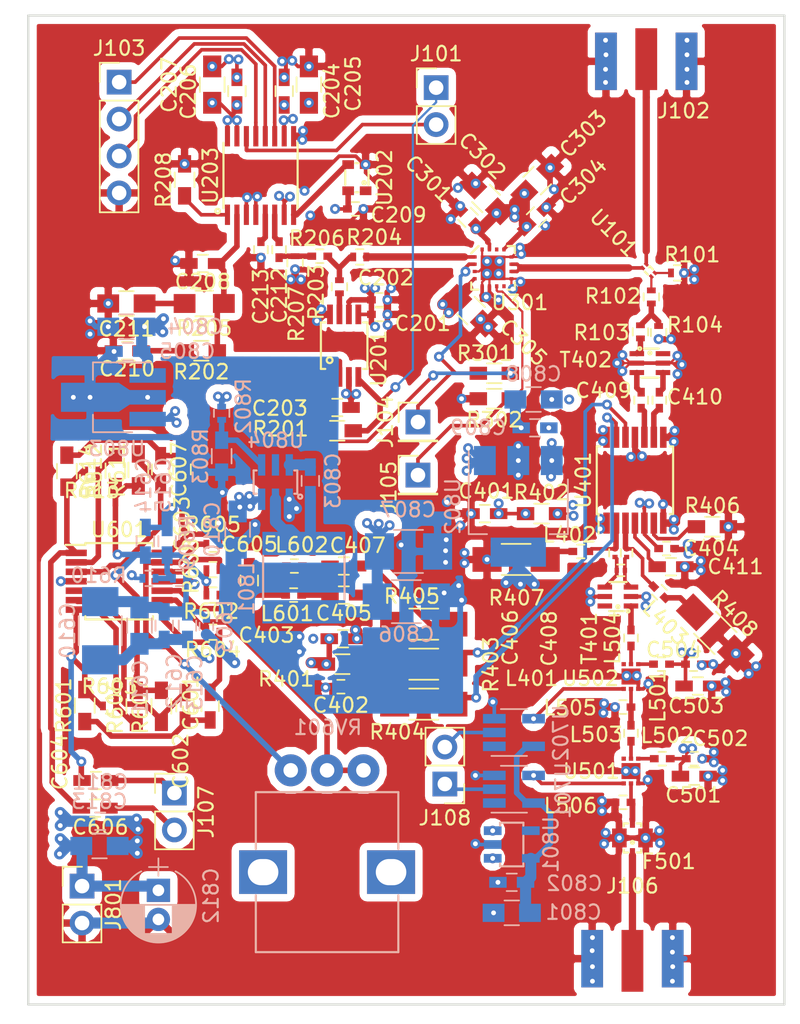
<source format=kicad_pcb>
(kicad_pcb (version 4) (host pcbnew 4.0.7)
  (layers (0 F.Cu signal) (1 In1.Cu power hide) (2 In2.Cu power hide) (31 B.Cu signal) (34 B.Paste user) (35 F.Paste user) (36 B.SilkS user) (37 F.SilkS user) (38 B.Mask user) (39 F.Mask user) (44 Edge.Cuts user))
  (net 0 "")
  (net 1 GND)
  (net 2 +3V3)
  (net 3 "Net-(C208-Pad1)")
  (net 4 "Net-(C210-Pad1)")
  (net 5 "Net-(C211-Pad1)")
  (net 6 "Net-(C212-Pad1)")
  (net 7 "Net-(C212-Pad2)")
  (net 8 "Net-(C213-Pad1)")
  (net 9 +5V)
  (net 10 /BASEBAND/INP)
  (net 11 /BASEBAND/INM)
  (net 12 "Net-(C605-Pad1)")
  (net 13 "Net-(C605-Pad2)")
  (net 14 "Net-(C606-Pad1)")
  (net 15 /BASEBAND/OUT-)
  (net 16 "Net-(C607-Pad2)")
  (net 17 +6V)
  (net 18 /BASEBAND/OUT+)
  (net 19 +12V)
  (net 20 +1V8)
  (net 21 "Net-(C803-Pad1)")
  (net 22 "Net-(C803-Pad2)")
  (net 23 "Net-(C806-Pad1)")
  (net 24 +12VA)
  (net 25 /INPUT_AMP/RF_IN)
  (net 26 /VCO/nEN)
  (net 27 /VCO/MUXOUT)
  (net 28 /POWER_AMP/PDET)
  (net 29 /POWER_AMP/EN)
  (net 30 /VCO/CLK)
  (net 31 /VCO/DATA)
  (net 32 /VCO/LE)
  (net 33 /LEVELSHIFTER/IN1)
  (net 34 /LEVELSHIFTER/IN2)
  (net 35 "Net-(L502-Pad2)")
  (net 36 "Net-(L503-Pad2)")
  (net 37 /MIXER/RF_IN)
  (net 38 "Net-(R101-Pad1)")
  (net 39 "Net-(R102-Pad1)")
  (net 40 "Net-(R102-Pad2)")
  (net 41 /MIXER/LO_IN)
  (net 42 "Net-(R203-Pad1)")
  (net 43 "Net-(R203-Pad2)")
  (net 44 /POWER_AMP/IN)
  (net 45 "Net-(R208-Pad1)")
  (net 46 "Net-(R802-Pad2)")
  (net 47 /POWER_AMP/OUT)
  (net 48 "Net-(U202-Pad3)")
  (net 49 /INPUT_AMP/EN1)
  (net 50 /INPUT_AMP/EN2)
  (net 51 "Net-(C203-Pad2)")
  (net 52 "Net-(C402-Pad1)")
  (net 53 "Net-(C404-Pad1)")
  (net 54 "Net-(C405-Pad1)")
  (net 55 "Net-(C406-Pad1)")
  (net 56 "Net-(C406-Pad2)")
  (net 57 "Net-(C407-Pad1)")
  (net 58 "Net-(C408-Pad1)")
  (net 59 "Net-(C408-Pad2)")
  (net 60 "Net-(C409-Pad1)")
  (net 61 "Net-(C409-Pad2)")
  (net 62 "Net-(C410-Pad1)")
  (net 63 "Net-(C410-Pad2)")
  (net 64 "Net-(C411-Pad1)")
  (net 65 "Net-(C601-Pad1)")
  (net 66 "Net-(C601-Pad2)")
  (net 67 "Net-(C603-Pad2)")
  (net 68 "Net-(F501-Pad2)")
  (net 69 "Net-(J102-Pad1)")
  (net 70 "Net-(L402-Pad2)")
  (net 71 "Net-(L403-Pad2)")
  (net 72 "Net-(L501-Pad2)")
  (net 73 "Net-(L503-Pad1)")
  (net 74 "Net-(L504-Pad1)")
  (net 75 "Net-(R406-Pad1)")
  (net 76 "Net-(R604-Pad2)")
  (net 77 "Net-(R605-Pad1)")
  (net 78 "Net-(C602-Pad2)")
  (net 79 "Net-(C603-Pad1)")
  (net 80 "Net-(C604-Pad1)")
  (net 81 "Net-(R603-Pad2)")
  (net 82 "Net-(R612-Pad2)")
  (module Capacitors_SMD:C_0603_HandSoldering (layer F.Cu) (at 109.1057 131.2164 270)
    (fp_text reference C607 (at 0 -1.25 270) (layer F.SilkS))
    (fp_text value 33p)
    (pad 1 smd rect (at -0.95 0 270) (size 1.2 0.75) (layers F.Cu F.Paste F.Mask) (net 67 "Net-(C603-Pad2)"))
    (pad 2 smd rect (at 0.95 0 270) (size 1.2 0.75) (layers F.Cu F.Paste F.Mask) (net 16 "Net-(C607-Pad2)"))
  )
  (module Resistors_SMD:R_0402 (layer F.Cu) (at 112.7 138.1 180)
    (fp_text reference R608 (at 1.5115 0.2415 270) (layer F.SilkS))
    (fp_text value 100k)
    (pad 1 smd rect (at -0.45 0 180) (size 0.4 0.6) (layers F.Cu F.Paste F.Mask) (net 12 "Net-(C605-Pad1)"))
    (pad 2 smd rect (at 0.45 0 180) (size 0.4 0.6) (layers F.Cu F.Paste F.Mask) (net 17 +6V))
  )
  (module Capacitors_SMD:C_0402 (layer F.Cu) (at 124.15 120.55)
    (fp_text reference C201 (at 2.977 0.6207) (layer F.SilkS))
    (fp_text value 220p)
    (pad 1 smd rect (at -0.55 0) (size 0.6 0.5) (layers F.Cu F.Paste F.Mask) (net 2 +3V3))
    (pad 2 smd rect (at 0.55 0) (size 0.6 0.5) (layers F.Cu F.Paste F.Mask) (net 1 GND))
  )
  (module Capacitors_SMD:C_0402 (layer F.Cu) (at 124.15 119.55)
    (fp_text reference C202 (at 0.437 -1.5162) (layer F.SilkS))
    (fp_text value 220p)
    (pad 1 smd rect (at -0.55 0) (size 0.6 0.5) (layers F.Cu F.Paste F.Mask) (net 2 +3V3))
    (pad 2 smd rect (at 0.55 0) (size 0.6 0.5) (layers F.Cu F.Paste F.Mask) (net 1 GND))
  )
  (module Capacitors_SMD:C_0603_HandSoldering (layer F.Cu) (at 121.25 126.95 180)
    (fp_text reference C203 (at 3.9528 -0.05 180) (layer F.SilkS))
    (fp_text value 100n)
    (pad 1 smd rect (at -0.95 0 180) (size 1.2 0.75) (layers F.Cu F.Paste F.Mask) (net 1 GND))
    (pad 2 smd rect (at 0.95 0 180) (size 1.2 0.75) (layers F.Cu F.Paste F.Mask) (net 51 "Net-(C203-Pad2)"))
  )
  (module Capacitors_SMD:C_0603_HandSoldering (layer F.Cu) (at 117.6 105.2 90)
    (fp_text reference C204 (at 0.0059 3.2786 90) (layer F.SilkS))
    (fp_text value 100n)
    (pad 1 smd rect (at -0.95 0 90) (size 1.2 0.75) (layers F.Cu F.Paste F.Mask) (net 2 +3V3))
    (pad 2 smd rect (at 0.95 0 90) (size 1.2 0.75) (layers F.Cu F.Paste F.Mask) (net 1 GND))
  )
  (module Capacitors_SMD:C_0805_HandSoldering (layer F.Cu) (at 119.3 104.75 90)
    (fp_text reference C205 (at 0.0639 3.0391 270) (layer F.SilkS))
    (fp_text value 10u)
    (pad 1 smd rect (at -1.25 0 90) (size 1.5 1.25) (layers F.Cu F.Paste F.Mask) (net 2 +3V3))
    (pad 2 smd rect (at 1.25 0 90) (size 1.5 1.25) (layers F.Cu F.Paste F.Mask) (net 1 GND))
  )
  (module Capacitors_SMD:C_0603_HandSoldering (layer F.Cu) (at 114.35 105.2 90)
    (fp_text reference C206 (at -0.0322 -3.3393 90) (layer F.SilkS))
    (fp_text value 100n)
    (pad 1 smd rect (at -0.95 0 90) (size 1.2 0.75) (layers F.Cu F.Paste F.Mask) (net 2 +3V3))
    (pad 2 smd rect (at 0.95 0 90) (size 1.2 0.75) (layers F.Cu F.Paste F.Mask) (net 1 GND))
  )
  (module Capacitors_SMD:C_0805_HandSoldering (layer F.Cu) (at 112.65 104.75 90)
    (fp_text reference C207 (at -0.0123 -2.9601 90) (layer F.SilkS))
    (fp_text value 10u)
    (pad 1 smd rect (at -1.25 0 90) (size 1.5 1.25) (layers F.Cu F.Paste F.Mask) (net 2 +3V3))
    (pad 2 smd rect (at 1.25 0 90) (size 1.5 1.25) (layers F.Cu F.Paste F.Mask) (net 1 GND))
  )
  (module Capacitors_SMD:C_0603_HandSoldering (layer F.Cu) (at 112 117.05 180)
    (fp_text reference C208 (at 0 -1.25 180) (layer F.SilkS))
    (fp_text value 22p)
    (pad 1 smd rect (at -0.95 0 180) (size 1.2 0.75) (layers F.Cu F.Paste F.Mask) (net 3 "Net-(C208-Pad1)"))
    (pad 2 smd rect (at 0.95 0 180) (size 1.2 0.75) (layers F.Cu F.Paste F.Mask) (net 1 GND))
  )
  (module Capacitors_SMD:C_0402 (layer F.Cu) (at 122.5 113.3)
    (fp_text reference C209 (at 2.9633 0.4158) (layer F.SilkS))
    (fp_text value 10n)
    (pad 1 smd rect (at -0.55 0) (size 0.6 0.5) (layers F.Cu F.Paste F.Mask) (net 2 +3V3))
    (pad 2 smd rect (at 0.55 0) (size 0.6 0.5) (layers F.Cu F.Paste F.Mask) (net 1 GND))
  )
  (module Capacitors_SMD:C_0603_HandSoldering (layer F.Cu) (at 106.8 123.05 180)
    (fp_text reference C210 (at 0 -1.25 180) (layer F.SilkS))
    (fp_text value DNC)
    (pad 1 smd rect (at -0.95 0 180) (size 1.2 0.75) (layers F.Cu F.Paste F.Mask) (net 4 "Net-(C210-Pad1)"))
    (pad 2 smd rect (at 0.95 0 180) (size 1.2 0.75) (layers F.Cu F.Paste F.Mask) (net 1 GND))
  )
  (module Capacitors_SMD:C_0805_HandSoldering (layer F.Cu) (at 106.75 119.8 180)
    (fp_text reference C211 (at 0 -1.75 180) (layer F.SilkS))
    (fp_text value 66n)
    (pad 1 smd rect (at -1.25 0 180) (size 1.5 1.25) (layers F.Cu F.Paste F.Mask) (net 5 "Net-(C211-Pad1)"))
    (pad 2 smd rect (at 1.25 0 180) (size 1.5 1.25) (layers F.Cu F.Paste F.Mask) (net 1 GND))
  )
  (module Capacitors_SMD:C_0402 (layer F.Cu) (at 117.25 116.1 270)
    (fp_text reference C212 (at 3.153 -0.0218 270) (layer F.SilkS))
    (fp_text value 75p)
    (pad 1 smd rect (at -0.55 0 270) (size 0.6 0.5) (layers F.Cu F.Paste F.Mask) (net 6 "Net-(C212-Pad1)"))
    (pad 2 smd rect (at 0.55 0 270) (size 0.6 0.5) (layers F.Cu F.Paste F.Mask) (net 7 "Net-(C212-Pad2)"))
  )
  (module Capacitors_SMD:C_0402 (layer F.Cu) (at 116 116.1 270)
    (fp_text reference C213 (at 3.2292 0.0109 270) (layer F.SilkS))
    (fp_text value 75p)
    (pad 1 smd rect (at -0.55 0 270) (size 0.6 0.5) (layers F.Cu F.Paste F.Mask) (net 8 "Net-(C213-Pad1)"))
    (pad 2 smd rect (at 0.55 0 270) (size 0.6 0.5) (layers F.Cu F.Paste F.Mask) (net 1 GND))
  )
  (module Capacitors_SMD:C_0603_HandSoldering (layer F.Cu) (at 130.244898 113.878194 135)
    (fp_text reference C301 (at 3.810239 -0.042359 135) (layer F.SilkS))
    (fp_text value 0u1)
    (pad 1 smd rect (at -0.95 0 135) (size 1.2 0.75) (layers F.Cu F.Paste F.Mask) (net 9 +5V))
    (pad 2 smd rect (at 0.95 0 135) (size 1.2 0.75) (layers F.Cu F.Paste F.Mask) (net 1 GND))
  )
  (module Capacitors_SMD:C_0805_HandSoldering (layer F.Cu) (at 131.483029 112.57606 135)
    (fp_text reference C302 (at 2.256299 1.879229 135) (layer F.SilkS))
    (fp_text value 2u2)
    (pad 1 smd rect (at -1.25 0 135) (size 1.5 1.25) (layers F.Cu F.Paste F.Mask) (net 9 +5V))
    (pad 2 smd rect (at 1.25 0 135) (size 1.5 1.25) (layers F.Cu F.Paste F.Mask) (net 1 GND))
  )
  (module Capacitors_SMD:C_0805_HandSoldering (layer F.Cu) (at 135 111.35 45)
    (fp_text reference C303 (at 4.49727 -0.023688 45) (layer F.SilkS))
    (fp_text value 2u2)
    (pad 1 smd rect (at -1.25 0 45) (size 1.5 1.25) (layers F.Cu F.Paste F.Mask) (net 9 +5V))
    (pad 2 smd rect (at 1.25 0 45) (size 1.5 1.25) (layers F.Cu F.Paste F.Mask) (net 1 GND))
  )
  (module Capacitors_SMD:C_0603_HandSoldering (layer F.Cu) (at 134.95 113.85 45)
    (fp_text reference C304 (at 3.992466 0.551826 45) (layer F.SilkS))
    (fp_text value 0u1)
    (pad 1 smd rect (at -0.95 0 45) (size 1.2 0.75) (layers F.Cu F.Paste F.Mask) (net 9 +5V))
    (pad 2 smd rect (at 0.95 0 45) (size 1.2 0.75) (layers F.Cu F.Paste F.Mask) (net 1 GND))
  )
  (module Capacitors_SMD:C_0805_HandSoldering (layer F.Cu) (at 130.4544 120.2944 315)
    (fp_text reference C305 (at 4.086017 -0.996808 315) (layer F.SilkS))
    (fp_text value 2u2)
    (pad 1 smd rect (at -1.25 0 315) (size 1.5 1.25) (layers F.Cu F.Paste F.Mask) (net 9 +5V))
    (pad 2 smd rect (at 1.25 0 315) (size 1.5 1.25) (layers F.Cu F.Paste F.Mask) (net 1 GND))
  )
  (module Capacitors_SMD:C_0603_HandSoldering (layer F.Cu) (at 131.4 134.25 180)
    (fp_text reference C401 (at -0.1085 1.5477 180) (layer F.SilkS))
    (fp_text value 0u1)
    (pad 1 smd rect (at -0.95 0 180) (size 1.2 0.75) (layers F.Cu F.Paste F.Mask) (net 9 +5V))
    (pad 2 smd rect (at 0.95 0 180) (size 1.2 0.75) (layers F.Cu F.Paste F.Mask) (net 1 GND))
  )
  (module Capacitors_SMD:C_0402 (layer F.Cu) (at 121.5 146.15 180)
    (fp_text reference C402 (at 0 -1.27 180) (layer F.SilkS))
    (fp_text value 10n)
    (pad 1 smd rect (at -0.55 0 180) (size 0.6 0.5) (layers F.Cu F.Paste F.Mask) (net 52 "Net-(C402-Pad1)"))
    (pad 2 smd rect (at 0.55 0 180) (size 0.6 0.5) (layers F.Cu F.Paste F.Mask) (net 1 GND))
  )
  (module Capacitors_SMD:C_0603_HandSoldering (layer F.Cu) (at 121.65 142.85)
    (fp_text reference C403 (at -5.2672 -0.2417) (layer F.SilkS))
    (fp_text value 0u1)
    (pad 1 smd rect (at -0.95 0) (size 1.2 0.75) (layers F.Cu F.Paste F.Mask) (net 9 +5V))
    (pad 2 smd rect (at 0.95 0) (size 1.2 0.75) (layers F.Cu F.Paste F.Mask) (net 1 GND))
  )
  (module Capacitors_SMD:C_0402 (layer F.Cu) (at 143.9 136.65)
    (fp_text reference C404 (at 3.0644 -0.0107) (layer F.SilkS))
    (fp_text value 10n)
    (pad 1 smd rect (at -0.55 0) (size 0.6 0.5) (layers F.Cu F.Paste F.Mask) (net 53 "Net-(C404-Pad1)"))
    (pad 2 smd rect (at 0.55 0) (size 0.6 0.5) (layers F.Cu F.Paste F.Mask) (net 1 GND))
  )
  (module Capacitors_SMD:C_0603_HandSoldering (layer F.Cu) (at 121.7 139.85 180)
    (fp_text reference C405 (at 0 -1.25 180) (layer F.SilkS))
    (fp_text value 1u)
    (pad 1 smd rect (at -0.95 0 180) (size 1.2 0.75) (layers F.Cu F.Paste F.Mask) (net 54 "Net-(C405-Pad1)"))
    (pad 2 smd rect (at 0.95 0 180) (size 1.2 0.75) (layers F.Cu F.Paste F.Mask) (net 10 /BASEBAND/INP))
  )
  (module Capacitors_SMD:C_0201 (layer F.Cu) (at 140.35 136.95 90)
    (fp_text reference C406 (at -5.8234 -7.2032 90) (layer F.SilkS))
    (fp_text value 1p3)
    (pad 1 smd rect (at -0.28 0 90) (size 0.3 0.35) (layers F.Cu F.Paste F.Mask) (net 55 "Net-(C406-Pad1)"))
    (pad 2 smd rect (at 0.28 0 90) (size 0.3 0.35) (layers F.Cu F.Paste F.Mask) (net 56 "Net-(C406-Pad2)"))
  )
  (module Capacitors_SMD:C_0603_HandSoldering (layer F.Cu) (at 121.7 137.85 180)
    (fp_text reference C407 (at -0.9566 1.4139 180) (layer F.SilkS))
    (fp_text value 1u)
    (pad 1 smd rect (at -0.95 0 180) (size 1.2 0.75) (layers F.Cu F.Paste F.Mask) (net 57 "Net-(C407-Pad1)"))
    (pad 2 smd rect (at 0.95 0 180) (size 1.2 0.75) (layers F.Cu F.Paste F.Mask) (net 11 /BASEBAND/INM))
  )
  (module Capacitors_SMD:C_0201 (layer F.Cu) (at 141.15 136.95 90)
    (fp_text reference C408 (at -5.8869 -5.3235 90) (layer F.SilkS))
    (fp_text value 1p3)
    (pad 1 smd rect (at -0.28 0 90) (size 0.3 0.35) (layers F.Cu F.Paste F.Mask) (net 58 "Net-(C408-Pad1)"))
    (pad 2 smd rect (at 0.28 0 90) (size 0.3 0.35) (layers F.Cu F.Paste F.Mask) (net 59 "Net-(C408-Pad2)"))
  )
  (module Capacitors_SMD:C_0402 (layer F.Cu) (at 142.15 126.45 270)
    (fp_text reference C409 (at -0.6692 2.5897 360) (layer F.SilkS))
    (fp_text value 75p)
    (pad 1 smd rect (at -0.55 0 270) (size 0.6 0.5) (layers F.Cu F.Paste F.Mask) (net 60 "Net-(C409-Pad1)"))
    (pad 2 smd rect (at 0.55 0 270) (size 0.6 0.5) (layers F.Cu F.Paste F.Mask) (net 61 "Net-(C409-Pad2)"))
  )
  (module Capacitors_SMD:C_0402 (layer F.Cu) (at 143.4 126.45 270)
    (fp_text reference C410 (at -0.2247 -2.4468 360) (layer F.SilkS))
    (fp_text value 75p)
    (pad 1 smd rect (at -0.55 0 270) (size 0.6 0.5) (layers F.Cu F.Paste F.Mask) (net 62 "Net-(C410-Pad1)"))
    (pad 2 smd rect (at 0.55 0 270) (size 0.6 0.5) (layers F.Cu F.Paste F.Mask) (net 63 "Net-(C410-Pad2)"))
  )
  (module Capacitors_SMD:C_0603_HandSoldering (layer F.Cu) (at 144.2 137.9)
    (fp_text reference C411 (at 4.4281 -0.0034) (layer F.SilkS))
    (fp_text value 0u1)
    (pad 1 smd rect (at -0.95 0) (size 1.2 0.75) (layers F.Cu F.Paste F.Mask) (net 64 "Net-(C411-Pad1)"))
    (pad 2 smd rect (at 0.95 0) (size 1.2 0.75) (layers F.Cu F.Paste F.Mask) (net 1 GND))
  )
  (module Capacitors_SMD:C_0603_HandSoldering (layer F.Cu) (at 145.8 152.3)
    (fp_text reference C501 (at -0.0675 1.2938) (layer F.SilkS))
    (fp_text value 0u1)
    (pad 1 smd rect (at -0.95 0) (size 1.2 0.75) (layers F.Cu F.Paste F.Mask) (net 2 +3V3))
    (pad 2 smd rect (at 0.95 0) (size 1.2 0.75) (layers F.Cu F.Paste F.Mask) (net 1 GND))
  )
  (module Capacitors_SMD:C_0402 (layer F.Cu) (at 145.8 151.1)
    (fp_text reference C502 (at 1.7867 -1.3924) (layer F.SilkS))
    (fp_text value 11p)
    (pad 1 smd rect (at -0.55 0) (size 0.6 0.5) (layers F.Cu F.Paste F.Mask) (net 2 +3V3))
    (pad 2 smd rect (at 0.55 0) (size 0.6 0.5) (layers F.Cu F.Paste F.Mask) (net 1 GND))
  )
  (module Capacitors_SMD:C_0603_HandSoldering (layer F.Cu) (at 146.05 146.1)
    (fp_text reference C503 (at -0.1143 1.3597) (layer F.SilkS))
    (fp_text value 0u1)
    (pad 1 smd rect (at -0.95 0) (size 1.2 0.75) (layers F.Cu F.Paste F.Mask) (net 2 +3V3))
    (pad 2 smd rect (at 0.95 0) (size 1.2 0.75) (layers F.Cu F.Paste F.Mask) (net 1 GND))
  )
  (module Capacitors_SMD:C_0402 (layer F.Cu) (at 145.75 144.6)
    (fp_text reference C504 (at -1.3383 -1.0011) (layer F.SilkS))
    (fp_text value 11p)
    (pad 1 smd rect (at -0.55 0) (size 0.6 0.5) (layers F.Cu F.Paste F.Mask) (net 2 +3V3))
    (pad 2 smd rect (at 0.55 0) (size 0.6 0.5) (layers F.Cu F.Paste F.Mask) (net 1 GND))
  )
  (module Capacitors_SMD:C_0603_HandSoldering (layer F.Cu) (at 112.5093 147.4851 270)
    (fp_text reference C601 (at -0.2308 1.3285 270) (layer F.SilkS))
    (fp_text value 33p)
    (pad 1 smd rect (at -0.95 0 270) (size 1.2 0.75) (layers F.Cu F.Paste F.Mask) (net 65 "Net-(C601-Pad1)"))
    (pad 2 smd rect (at 0.95 0 270) (size 1.2 0.75) (layers F.Cu F.Paste F.Mask) (net 66 "Net-(C601-Pad2)"))
  )
  (module Capacitors_SMD:C_0603_HandSoldering (layer F.Cu) (at 110.7821 147.5003 90)
    (fp_text reference C602 (at -3.7622 -0.2955 90) (layer F.SilkS))
    (fp_text value 33p)
    (pad 1 smd rect (at -0.95 0 90) (size 1.2 0.75) (layers F.Cu F.Paste F.Mask) (net 66 "Net-(C601-Pad2)"))
    (pad 2 smd rect (at 0.95 0 90) (size 1.2 0.75) (layers F.Cu F.Paste F.Mask) (net 78 "Net-(C602-Pad2)"))
  )
  (module Capacitors_SMD:C_0603_HandSoldering (layer F.Cu) (at 110.5789 131.2062 90)
    (fp_text reference C603 (at -3.7487 0.0051 90) (layer F.SilkS))
    (fp_text value 33p)
    (pad 1 smd rect (at -0.95 0 90) (size 1.2 0.75) (layers F.Cu F.Paste F.Mask) (net 79 "Net-(C603-Pad1)"))
    (pad 2 smd rect (at 0.95 0 90) (size 1.2 0.75) (layers F.Cu F.Paste F.Mask) (net 67 "Net-(C603-Pad2)"))
  )
  (module Capacitors_SMD:C_0603_HandSoldering (layer F.Cu) (at 104.65 152.6)
    (fp_text reference C604 (at -2.4785 -1.2668 90) (layer F.SilkS))
    (fp_text value 1u)
    (pad 1 smd rect (at -0.95 0) (size 1.2 0.75) (layers F.Cu F.Paste F.Mask) (net 80 "Net-(C604-Pad1)"))
    (pad 2 smd rect (at 0.95 0) (size 1.2 0.75) (layers F.Cu F.Paste F.Mask) (net 18 /BASEBAND/OUT+))
  )
  (module Capacitors_SMD:C_0603_HandSoldering (layer F.Cu) (at 115.2 138.85 270)
    (fp_text reference C605 (at -2.4901 -0.0271 360) (layer F.SilkS))
    (fp_text value 5n6)
    (pad 1 smd rect (at -0.95 0 270) (size 1.2 0.75) (layers F.Cu F.Paste F.Mask) (net 12 "Net-(C605-Pad1)"))
    (pad 2 smd rect (at 0.95 0 270) (size 1.2 0.75) (layers F.Cu F.Paste F.Mask) (net 13 "Net-(C605-Pad2)"))
  )
  (module Capacitors_SMD:C_0603_HandSoldering (layer F.Cu) (at 104.6 154.5)
    (fp_text reference C606 (at 0.3655 1.3036) (layer F.SilkS))
    (fp_text value 1u)
    (pad 1 smd rect (at -0.95 0) (size 1.2 0.75) (layers F.Cu F.Paste F.Mask) (net 14 "Net-(C606-Pad1)"))
    (pad 2 smd rect (at 0.95 0) (size 1.2 0.75) (layers F.Cu F.Paste F.Mask) (net 15 /BASEBAND/OUT-))
  )
  (module Capacitors_SMD:C_1210_HandSoldering (layer B.Cu) (at 104.95 142.3 270)
    (fp_text reference C610 (at 0 2.25 270) (layer B.SilkS) (effects (justify mirror)))
    (fp_text value 22u)
    (pad 1 smd rect (at -2 0 270) (size 2 2.5) (layers B.Cu B.Paste B.Mask) (net 19 +12V))
    (pad 2 smd rect (at 2 0 270) (size 2 2.5) (layers B.Cu B.Paste B.Mask) (net 1 GND))
  )
  (module Capacitors_SMD:C_0805_HandSoldering (layer B.Cu) (at 107.65 141.95 270)
    (fp_text reference C611 (at 4.2651 -0.0587 450) (layer B.SilkS) (effects (justify mirror)))
    (fp_text value 10u)
    (pad 1 smd rect (at -1.25 0 270) (size 1.5 1.25) (layers B.Cu B.Paste B.Mask) (net 19 +12V))
    (pad 2 smd rect (at 1.25 0 270) (size 1.5 1.25) (layers B.Cu B.Paste B.Mask) (net 1 GND))
  )
  (module Capacitors_SMD:C_0603_HandSoldering (layer B.Cu) (at 109.35 141.95 270)
    (fp_text reference C612 (at 3.8333 -0.6955 270) (layer B.SilkS) (effects (justify mirror)))
    (fp_text value 1u)
    (pad 1 smd rect (at -0.95 0 270) (size 1.2 0.75) (layers B.Cu B.Paste B.Mask) (net 19 +12V))
    (pad 2 smd rect (at 0.95 0 270) (size 1.2 0.75) (layers B.Cu B.Paste B.Mask) (net 1 GND))
  )
  (module Capacitors_SMD:C_0603_HandSoldering (layer B.Cu) (at 110.95 141.95 270)
    (fp_text reference C613 (at 3.9222 -0.5052 270) (layer B.SilkS) (effects (justify mirror)))
    (fp_text value 100n)
    (pad 1 smd rect (at -0.95 0 270) (size 1.2 0.75) (layers B.Cu B.Paste B.Mask) (net 19 +12V))
    (pad 2 smd rect (at 0.95 0 270) (size 1.2 0.75) (layers B.Cu B.Paste B.Mask) (net 1 GND))
  )
  (module Capacitors_SMD:C_0603_HandSoldering (layer B.Cu) (at 108.05 136.15 90)
    (fp_text reference C614 (at 3.8414 -0.1127 90) (layer B.SilkS) (effects (justify mirror)))
    (fp_text value 100n)
    (pad 1 smd rect (at -0.95 0 90) (size 1.2 0.75) (layers B.Cu B.Paste B.Mask) (net 17 +6V))
    (pad 2 smd rect (at 0.95 0 90) (size 1.2 0.75) (layers B.Cu B.Paste B.Mask) (net 1 GND))
  )
  (module Capacitors_SMD:C_0603_HandSoldering (layer B.Cu) (at 109.55 136.15 90)
    (fp_text reference C615 (at 3.8668 -0.2665 90) (layer B.SilkS) (effects (justify mirror)))
    (fp_text value 1u)
    (pad 1 smd rect (at -0.95 0 90) (size 1.2 0.75) (layers B.Cu B.Paste B.Mask) (net 17 +6V))
    (pad 2 smd rect (at 0.95 0 90) (size 1.2 0.75) (layers B.Cu B.Paste B.Mask) (net 1 GND))
  )
  (module Capacitors_SMD:C_0805_HandSoldering (layer B.Cu) (at 133.25 161.7 180)
    (fp_text reference C801 (at -4.2529 0.0417 180) (layer B.SilkS) (effects (justify mirror)))
    (fp_text value 10u)
    (pad 1 smd rect (at -1.25 0 180) (size 1.5 1.25) (layers B.Cu B.Paste B.Mask) (net 20 +1V8))
    (pad 2 smd rect (at 1.25 0 180) (size 1.5 1.25) (layers B.Cu B.Paste B.Mask) (net 1 GND))
  )
  (module Capacitors_SMD:C_0603_HandSoldering (layer B.Cu) (at 133.25 159.6 180)
    (fp_text reference C802 (at -4.3037 -0.0771 180) (layer B.SilkS) (effects (justify mirror)))
    (fp_text value 0u1)
    (pad 1 smd rect (at -0.95 0 180) (size 1.2 0.75) (layers B.Cu B.Paste B.Mask) (net 20 +1V8))
    (pad 2 smd rect (at 0.95 0 180) (size 1.2 0.75) (layers B.Cu B.Paste B.Mask) (net 1 GND))
  )
  (module Capacitors_SMD:C_0603_HandSoldering (layer B.Cu) (at 119.4 132 270)
    (fp_text reference C803 (at -0.0089 -1.5548 270) (layer B.SilkS) (effects (justify mirror)))
    (fp_text value 0u1)
    (pad 1 smd rect (at -0.95 0 270) (size 1.2 0.75) (layers B.Cu B.Paste B.Mask) (net 21 "Net-(C803-Pad1)"))
    (pad 2 smd rect (at 0.95 0 270) (size 1.2 0.75) (layers B.Cu B.Paste B.Mask) (net 22 "Net-(C803-Pad2)"))
  )
  (module Capacitors_SMD:C_0805_HandSoldering (layer B.Cu) (at 106.75 121.4 180)
    (fp_text reference C804 (at -4.7433 0.0007 180) (layer B.SilkS) (effects (justify mirror)))
    (fp_text value 10u)
    (pad 1 smd rect (at -1.25 0 180) (size 1.5 1.25) (layers B.Cu B.Paste B.Mask) (net 2 +3V3))
    (pad 2 smd rect (at 1.25 0 180) (size 1.5 1.25) (layers B.Cu B.Paste B.Mask) (net 1 GND))
  )
  (module Capacitors_SMD:C_0603_HandSoldering (layer B.Cu) (at 106.85 123.1 180)
    (fp_text reference C805 (at -4.0845 0.0116 180) (layer B.SilkS) (effects (justify mirror)))
    (fp_text value 0u1)
    (pad 1 smd rect (at -0.95 0 180) (size 1.2 0.75) (layers B.Cu B.Paste B.Mask) (net 2 +3V3))
    (pad 2 smd rect (at 0.95 0 180) (size 1.2 0.75) (layers B.Cu B.Paste B.Mask) (net 1 GND))
  )
  (module Capacitors_SMD:C_1210_HandSoldering (layer B.Cu) (at 126 140.3)
    (fp_text reference C806 (at 0 2.25) (layer B.SilkS) (effects (justify mirror)))
    (fp_text value 22u)
    (pad 1 smd rect (at -2 0) (size 2 2.5) (layers B.Cu B.Paste B.Mask) (net 23 "Net-(C806-Pad1)"))
    (pad 2 smd rect (at 2 0) (size 2 2.5) (layers B.Cu B.Paste B.Mask) (net 1 GND))
  )
  (module Capacitors_SMD:C_1210_HandSoldering (layer B.Cu) (at 126.15 136.85)
    (fp_text reference C807 (at -0.0263 -2.865) (layer B.SilkS) (effects (justify mirror)))
    (fp_text value 22u)
    (pad 1 smd rect (at -2 0) (size 2 2.5) (layers B.Cu B.Paste B.Mask) (net 23 "Net-(C806-Pad1)"))
    (pad 2 smd rect (at 2 0) (size 2 2.5) (layers B.Cu B.Paste B.Mask) (net 1 GND))
  )
  (module Capacitors_SMD:C_0805_HandSoldering (layer B.Cu) (at 134.75 126.4 180)
    (fp_text reference C808 (at 0 1.75 180) (layer B.SilkS) (effects (justify mirror)))
    (fp_text value 10u)
    (pad 1 smd rect (at -1.25 0 180) (size 1.5 1.25) (layers B.Cu B.Paste B.Mask) (net 9 +5V))
    (pad 2 smd rect (at 1.25 0 180) (size 1.5 1.25) (layers B.Cu B.Paste B.Mask) (net 1 GND))
  )
  (module Capacitors_SMD:C_0603_HandSoldering (layer B.Cu) (at 134.85 128.35 180)
    (fp_text reference C809 (at 3.9003 0.0165 180) (layer B.SilkS) (effects (justify mirror)))
    (fp_text value 0u1)
    (pad 1 smd rect (at -0.95 0 180) (size 1.2 0.75) (layers B.Cu B.Paste B.Mask) (net 9 +5V))
    (pad 2 smd rect (at 0.95 0 180) (size 1.2 0.75) (layers B.Cu B.Paste B.Mask) (net 1 GND))
  )
  (module Capacitors_SMD:C_0805_HandSoldering (layer B.Cu) (at 114.4 135.35 270)
    (fp_text reference C810 (at 0 1.75 270) (layer B.SilkS) (effects (justify mirror)))
    (fp_text value 10u)
    (pad 1 smd rect (at -1.25 0 270) (size 1.5 1.25) (layers B.Cu B.Paste B.Mask) (net 24 +12VA))
    (pad 2 smd rect (at 1.25 0 270) (size 1.5 1.25) (layers B.Cu B.Paste B.Mask) (net 1 GND))
  )
  (module Capacitors_SMD:C_0603_HandSoldering (layer B.Cu) (at 104.95 155.4)
    (fp_text reference C811 (at 0.0028 -2.6952) (layer B.SilkS) (effects (justify mirror)))
    (fp_text value 0u1)
    (pad 1 smd rect (at -0.95 0) (size 1.2 0.75) (layers B.Cu B.Paste B.Mask) (net 24 +12VA))
    (pad 2 smd rect (at 0.95 0) (size 1.2 0.75) (layers B.Cu B.Paste B.Mask) (net 1 GND))
  )
  (module Capacitors_ThroughHole:CP_Radial_D5.0mm_P2.00mm (layer B.Cu) (at 108.95 160.15 270)
    (fp_text reference C812 (at 0.378 -3.6228 270) (layer B.SilkS) (effects (justify mirror)))
    (fp_text value 47u)
    (pad 1 thru_hole rect (at 0 0 270) (size 1.6 1.6) (drill 0.8) (layers *.Cu *.Mask) (net 24 +12VA))
    (pad 2 thru_hole circle (at 2 0 270) (size 1.6 1.6) (drill 0.8) (layers *.Cu *.Mask) (net 1 GND))
  )
  (module Capacitors_SMD:C_0805_HandSoldering (layer B.Cu) (at 104.9 157.1)
    (fp_text reference C813 (at -0.0107 -3.0617 180) (layer B.SilkS) (effects (justify mirror)))
    (fp_text value 10u)
    (pad 1 smd rect (at -1.25 0) (size 1.5 1.25) (layers B.Cu B.Paste B.Mask) (net 24 +12VA))
    (pad 2 smd rect (at 1.25 0) (size 1.5 1.25) (layers B.Cu B.Paste B.Mask) (net 1 GND))
  )
  (module rajsradar:2500BP15M400 (layer F.Cu) (at 141.55 156.55 90)
    (fp_text reference F501 (at -1.6158 2.4934 180) (layer F.SilkS))
    (fp_text value 2500BP15M400)
    (pad 1 smd rect (at 0 -0.9 90) (size 1.3 1) (layers F.Cu F.Paste F.Mask) (net 1 GND))
    (pad 3 smd rect (at 0 0.9 90) (size 1.3 1) (layers F.Cu F.Paste F.Mask) (net 1 GND))
    (pad 2 smd rect (at 1.2 0 90) (size 1 0.35) (layers F.Cu F.Paste F.Mask) (net 68 "Net-(F501-Pad2)"))
    (pad 4 smd rect (at -1.2 0 90) (size 1 0.35) (layers F.Cu F.Paste F.Mask) (net 25 /INPUT_AMP/RF_IN))
  )
  (module Pin_Headers:Pin_Header_Straight_1x02_Pitch2.54mm (layer F.Cu) (at 128.05 104.96)
    (fp_text reference J101 (at 0 -2.33) (layer F.SilkS))
    (fp_text value Conn_01x02)
    (pad 1 thru_hole rect (at 0 0) (size 1.7 1.7) (drill 1) (layers *.Cu *.Mask) (net 26 /VCO/nEN))
    (pad 2 thru_hole oval (at 0 2.54) (size 1.7 1.7) (drill 1) (layers *.Cu *.Mask) (net 27 /VCO/MUXOUT))
  )
  (module rajsradar:132322 (layer F.Cu) (at 142.5 103)
    (fp_text reference J102 (at 2.5721 3.553) (layer F.SilkS))
    (fp_text value Conn_Coaxial)
    (pad 1 smd rect (at 0 0) (size 1.5 4.25) (layers F.Cu F.Paste F.Mask) (net 69 "Net-(J102-Pad1)"))
    (pad 2 smd rect (at 2.77 0.15) (size 1.5 3.95) (layers F.Cu F.Paste F.Mask) (net 1 GND))
    (pad 2 smd rect (at -2.77 0.15) (size 1.5 3.95) (layers F.Cu F.Paste F.Mask) (net 1 GND))
    (pad 2 smd rect (at -2.77 0.15) (size 1.5 3.95) (layers B.Cu F.Paste F.Mask) (net 1 GND))
    (pad 2 smd rect (at 2.77 0.15) (size 1.5 3.95) (layers B.Cu F.Paste F.Mask) (net 1 GND))
  )
  (module Socket_Strips:Socket_Strip_Straight_1x04_Pitch2.54mm (layer F.Cu) (at 106.25 104.58)
    (fp_text reference J103 (at 0 -2.33) (layer F.SilkS))
    (fp_text value Conn_01x04)
    (pad 1 thru_hole rect (at 0 0) (size 1.7 1.7) (drill 1) (layers *.Cu *.Mask) (net 30 /VCO/CLK))
    (pad 2 thru_hole oval (at 0 2.54) (size 1.7 1.7) (drill 1) (layers *.Cu *.Mask) (net 31 /VCO/DATA))
    (pad 3 thru_hole oval (at 0 5.08) (size 1.7 1.7) (drill 1) (layers *.Cu *.Mask) (net 32 /VCO/LE))
    (pad 4 thru_hole oval (at 0 7.62) (size 1.7 1.7) (drill 1) (layers *.Cu *.Mask) (net 1 GND))
  )
  (module rajsradar:132322 (layer F.Cu) (at 141.55 165 180)
    (fp_text reference J106 (at 0 5.15 180) (layer F.SilkS))
    (fp_text value Conn_Coaxial)
    (pad 1 smd rect (at 0 0 180) (size 1.5 4.25) (layers F.Cu F.Paste F.Mask) (net 25 /INPUT_AMP/RF_IN))
    (pad 2 smd rect (at 2.77 0.15 180) (size 1.5 3.95) (layers F.Cu F.Paste F.Mask) (net 1 GND))
    (pad 2 smd rect (at -2.77 0.15 180) (size 1.5 3.95) (layers F.Cu F.Paste F.Mask) (net 1 GND))
    (pad 2 smd rect (at -2.77 0.15 180) (size 1.5 3.95) (layers B.Cu F.Paste F.Mask) (net 1 GND))
    (pad 2 smd rect (at 2.77 0.15 180) (size 1.5 3.95) (layers B.Cu F.Paste F.Mask) (net 1 GND))
  )
  (module Pin_Headers:Pin_Header_Straight_1x02_Pitch2.54mm (layer F.Cu) (at 110.05 153.46)
    (fp_text reference J107 (at 2.1799 1.3022 90) (layer F.SilkS))
    (fp_text value Conn_01x02)
    (pad 1 thru_hole rect (at 0 0) (size 1.7 1.7) (drill 1) (layers *.Cu *.Mask) (net 18 /BASEBAND/OUT+))
    (pad 2 thru_hole oval (at 0 2.54) (size 1.7 1.7) (drill 1) (layers *.Cu *.Mask) (net 15 /BASEBAND/OUT-))
  )
  (module Socket_Strips:Socket_Strip_Straight_1x02_Pitch2.54mm (layer F.Cu) (at 128.65 152.84 180)
    (fp_text reference J108 (at 0 -2.33 180) (layer F.SilkS))
    (fp_text value Conn_01x02)
    (pad 1 thru_hole rect (at 0 0 180) (size 1.7 1.7) (drill 1) (layers *.Cu *.Mask) (net 33 /LEVELSHIFTER/IN1))
    (pad 2 thru_hole oval (at 0 2.54 180) (size 1.7 1.7) (drill 1) (layers *.Cu *.Mask) (net 34 /LEVELSHIFTER/IN2))
  )
  (module Socket_Strips:Socket_Strip_Straight_1x02_Pitch2.54mm (layer F.Cu) (at 103.7 159.86)
    (fp_text reference J801 (at 2.1545 1.2649 90) (layer F.SilkS))
    (fp_text value Conn_01x02)
    (pad 1 thru_hole rect (at 0 0) (size 1.7 1.7) (drill 1) (layers *.Cu *.Mask) (net 24 +12VA))
    (pad 2 thru_hole oval (at 0 2.54) (size 1.7 1.7) (drill 1) (layers *.Cu *.Mask) (net 1 GND))
  )
  (module Capacitors_SMD:C_0201 (layer F.Cu) (at 140.75 138.15)
    (fp_text reference L401 (at -6.1427 7.4301) (layer F.SilkS))
    (fp_text value 2.6nH)
    (pad 1 smd rect (at -0.28 0) (size 0.3 0.35) (layers F.Cu F.Paste F.Mask) (net 55 "Net-(C406-Pad1)"))
    (pad 2 smd rect (at 0.28 0) (size 0.3 0.35) (layers F.Cu F.Paste F.Mask) (net 58 "Net-(C408-Pad1)"))
  )
  (module Capacitors_SMD:C_0402 (layer F.Cu) (at 138 136.85 180)
    (fp_text reference L402 (at 0.7765 1.1378 180) (layer F.SilkS))
    (fp_text value 51nH)
    (pad 1 smd rect (at -0.55 0 180) (size 0.6 0.5) (layers F.Cu F.Paste F.Mask) (net 56 "Net-(C406-Pad2)"))
    (pad 2 smd rect (at 0.55 0 180) (size 0.6 0.5) (layers F.Cu F.Paste F.Mask) (net 70 "Net-(L402-Pad2)"))
  )
  (module Capacitors_SMD:C_0402 (layer F.Cu) (at 143.4 139.65 315)
    (fp_text reference L403 (at 1.774484 1.205829 315) (layer F.SilkS))
    (fp_text value 51nH)
    (pad 1 smd rect (at -0.55 0 315) (size 0.6 0.5) (layers F.Cu F.Paste F.Mask) (net 59 "Net-(C408-Pad2)"))
    (pad 2 smd rect (at 0.55 0 315) (size 0.6 0.5) (layers F.Cu F.Paste F.Mask) (net 71 "Net-(L403-Pad2)"))
  )
  (module Capacitors_SMD:C_0402 (layer F.Cu) (at 143.55 144.6 180)
    (fp_text reference L501 (at 0.2559 -2.1993 270) (layer F.SilkS))
    (fp_text value 3.9nH)
    (pad 1 smd rect (at -0.55 0 180) (size 0.6 0.5) (layers F.Cu F.Paste F.Mask) (net 2 +3V3))
    (pad 2 smd rect (at 0.55 0 180) (size 0.6 0.5) (layers F.Cu F.Paste F.Mask) (net 72 "Net-(L501-Pad2)"))
  )
  (module Capacitors_SMD:C_0402 (layer F.Cu) (at 143.6 151.1 180)
    (fp_text reference L502 (at -0.3418 1.5956 180) (layer F.SilkS))
    (fp_text value 3.9nH)
    (pad 1 smd rect (at -0.55 0 180) (size 0.6 0.5) (layers F.Cu F.Paste F.Mask) (net 2 +3V3))
    (pad 2 smd rect (at 0.55 0 180) (size 0.6 0.5) (layers F.Cu F.Paste F.Mask) (net 35 "Net-(L502-Pad2)"))
  )
  (module Capacitors_SMD:C_0402 (layer F.Cu) (at 141.45 149.35 90)
    (fp_text reference L503 (at -0.0909 -2.3977 180) (layer F.SilkS))
    (fp_text value 4.7nH)
    (pad 1 smd rect (at -0.55 0 90) (size 0.6 0.5) (layers F.Cu F.Paste F.Mask) (net 73 "Net-(L503-Pad1)"))
    (pad 2 smd rect (at 0.55 0 90) (size 0.6 0.5) (layers F.Cu F.Paste F.Mask) (net 36 "Net-(L503-Pad2)"))
  )
  (module Capacitors_SMD:C_0402 (layer F.Cu) (at 141.45 142.8 90)
    (fp_text reference L504 (at 0 -1.27 90) (layer F.SilkS))
    (fp_text value 4.7nH)
    (pad 1 smd rect (at -0.55 0 90) (size 0.6 0.5) (layers F.Cu F.Paste F.Mask) (net 74 "Net-(L504-Pad1)"))
    (pad 2 smd rect (at 0.55 0 90) (size 0.6 0.5) (layers F.Cu F.Paste F.Mask) (net 37 /MIXER/RF_IN))
  )
  (module Capacitors_SMD:C_0402 (layer F.Cu) (at 140.9 147.55 180)
    (fp_text reference L505 (at 3.6384 -0.0494 180) (layer F.SilkS))
    (fp_text value 2.7nH)
    (pad 1 smd rect (at -0.55 0 180) (size 0.6 0.5) (layers F.Cu F.Paste F.Mask) (net 36 "Net-(L503-Pad2)"))
    (pad 2 smd rect (at 0.55 0 180) (size 0.6 0.5) (layers F.Cu F.Paste F.Mask) (net 1 GND))
  )
  (module Capacitors_SMD:C_0402 (layer F.Cu) (at 140.9 154.1 180)
    (fp_text reference L506 (at 3.613 -0.2304 180) (layer F.SilkS))
    (fp_text value 2.7nH)
    (pad 1 smd rect (at -0.55 0 180) (size 0.6 0.5) (layers F.Cu F.Paste F.Mask) (net 68 "Net-(F501-Pad2)"))
    (pad 2 smd rect (at 0.55 0 180) (size 0.6 0.5) (layers F.Cu F.Paste F.Mask) (net 1 GND))
  )
  (module Capacitors_SMD:C_0402 (layer F.Cu) (at 118.25 139.85 180)
    (fp_text reference L601 (at 0.4448 -1.2724 180) (layer F.SilkS))
    (fp_text value 1uH)
    (pad 1 smd rect (at -0.55 0 180) (size 0.6 0.5) (layers F.Cu F.Paste F.Mask) (net 10 /BASEBAND/INP))
    (pad 2 smd rect (at 0.55 0 180) (size 0.6 0.5) (layers F.Cu F.Paste F.Mask) (net 13 "Net-(C605-Pad2)"))
  )
  (module Capacitors_SMD:C_0402 (layer F.Cu) (at 118.3 137.85 180)
    (fp_text reference L602 (at -0.5085 1.452 180) (layer F.SilkS))
    (fp_text value 1uH)
    (pad 1 smd rect (at -0.55 0 180) (size 0.6 0.5) (layers F.Cu F.Paste F.Mask) (net 11 /BASEBAND/INM))
    (pad 2 smd rect (at 0.55 0 180) (size 0.6 0.5) (layers F.Cu F.Paste F.Mask) (net 12 "Net-(C605-Pad1)"))
  )
  (module Capacitors_SMD:C_0402 (layer B.Cu) (at 112.25 142 90)
    (fp_text reference L603 (at 0 1.27 90) (layer B.SilkS) (effects (justify mirror)))
    (fp_text value 1k@190MHz)
    (pad 1 smd rect (at -0.55 0 90) (size 0.6 0.5) (layers B.Cu B.Paste B.Mask) (net 24 +12VA))
    (pad 2 smd rect (at 0.55 0 90) (size 0.6 0.5) (layers B.Cu B.Paste B.Mask) (net 19 +12V))
  )
  (module rajsradar:Murata_DG6050C (layer B.Cu) (at 118.95 138.65 270)
    (fp_text reference L801 (at 0.7579 3.9261 270) (layer B.SilkS) (effects (justify mirror)))
    (fp_text value 100u)
    (pad 2 smd rect (at 2.35 0 270) (size 1.6 5.7) (layers B.Cu B.Paste B.Mask) (net 23 "Net-(C806-Pad1)"))
    (pad 1 smd rect (at -2.35 0 270) (size 1.6 5.7) (layers B.Cu B.Paste B.Mask) (net 22 "Net-(C803-Pad2)"))
  )
  (module Resistors_SMD:R_0402 (layer F.Cu) (at 144.65 117.7)
    (fp_text reference R101 (at 1.0063 -1.2537) (layer F.SilkS))
    (fp_text value 51)
    (pad 1 smd rect (at -0.45 0) (size 0.4 0.6) (layers F.Cu F.Paste F.Mask) (net 38 "Net-(R101-Pad1)"))
    (pad 2 smd rect (at 0.45 0) (size 0.4 0.6) (layers F.Cu F.Paste F.Mask) (net 1 GND))
  )
  (module Resistors_SMD:R_0402 (layer F.Cu) (at 142.85 119.35 270)
    (fp_text reference R102 (at -0.0589 2.6547 360) (layer F.SilkS))
    (fp_text value 18)
    (pad 1 smd rect (at -0.45 0 270) (size 0.4 0.6) (layers F.Cu F.Paste F.Mask) (net 39 "Net-(R102-Pad1)"))
    (pad 2 smd rect (at 0.45 0 270) (size 0.4 0.6) (layers F.Cu F.Paste F.Mask) (net 40 "Net-(R102-Pad2)"))
  )
  (module Resistors_SMD:R_0402 (layer F.Cu) (at 142.1 121.75 270)
    (fp_text reference R103 (at 0.0557 2.6794 360) (layer F.SilkS))
    (fp_text value 18)
    (pad 1 smd rect (at -0.45 0 270) (size 0.4 0.6) (layers F.Cu F.Paste F.Mask) (net 40 "Net-(R102-Pad2)"))
    (pad 2 smd rect (at 0.45 0 270) (size 0.4 0.6) (layers F.Cu F.Paste F.Mask) (net 41 /MIXER/LO_IN))
  )
  (module Resistors_SMD:R_0402 (layer F.Cu) (at 143.35 121.8 270)
    (fp_text reference R104 (at -0.5277 -2.4968 360) (layer F.SilkS))
    (fp_text value 56)
    (pad 1 smd rect (at -0.45 0 270) (size 0.4 0.6) (layers F.Cu F.Paste F.Mask) (net 40 "Net-(R102-Pad2)"))
    (pad 2 smd rect (at 0.45 0 270) (size 0.4 0.6) (layers F.Cu F.Paste F.Mask) (net 1 GND))
  )
  (module Resistors_SMD:R_0603_HandSoldering (layer F.Cu) (at 121.25 128.55)
    (fp_text reference R201 (at -3.902 -0.1276) (layer F.SilkS))
    (fp_text value 10k)
    (pad 1 smd rect (at -1.1 0) (size 1.2 0.9) (layers F.Cu F.Paste F.Mask) (net 2 +3V3))
    (pad 2 smd rect (at 1.1 0) (size 1.2 0.9) (layers F.Cu F.Paste F.Mask) (net 26 /VCO/nEN))
  )
  (module Resistors_SMD:R_0603_HandSoldering (layer F.Cu) (at 111.9 123.05 180)
    (fp_text reference R202 (at 0 -1.45 180) (layer F.SilkS))
    (fp_text value 0)
    (pad 1 smd rect (at -1.1 0 180) (size 1.2 0.9) (layers F.Cu F.Paste F.Mask) (net 3 "Net-(C208-Pad1)"))
    (pad 2 smd rect (at 1.1 0 180) (size 1.2 0.9) (layers F.Cu F.Paste F.Mask) (net 4 "Net-(C210-Pad1)"))
  )
  (module Resistors_SMD:R_0402 (layer F.Cu) (at 121.4 118.65 90)
    (fp_text reference R203 (at -0.3744 -1.6009 270) (layer F.SilkS))
    (fp_text value 18)
    (pad 1 smd rect (at -0.45 0 90) (size 0.4 0.6) (layers F.Cu F.Paste F.Mask) (net 42 "Net-(R203-Pad1)"))
    (pad 2 smd rect (at 0.45 0 90) (size 0.4 0.6) (layers F.Cu F.Paste F.Mask) (net 43 "Net-(R203-Pad2)"))
  )
  (module Resistors_SMD:R_0402 (layer F.Cu) (at 122.8 116.6)
    (fp_text reference R204 (at 0.9869 -1.3602) (layer F.SilkS))
    (fp_text value 18)
    (pad 1 smd rect (at -0.45 0) (size 0.4 0.6) (layers F.Cu F.Paste F.Mask) (net 43 "Net-(R203-Pad2)"))
    (pad 2 smd rect (at 0.45 0) (size 0.4 0.6) (layers F.Cu F.Paste F.Mask) (net 44 /POWER_AMP/IN))
  )
  (module Resistors_SMD:R_0805_HandSoldering (layer F.Cu) (at 112.1 119.8 180)
    (fp_text reference R205 (at 0 -1.7 180) (layer F.SilkS))
    (fp_text value 133)
    (pad 1 smd rect (at -1.35 0 180) (size 1.5 1.3) (layers F.Cu F.Paste F.Mask) (net 3 "Net-(C208-Pad1)"))
    (pad 2 smd rect (at 1.35 0 180) (size 1.5 1.3) (layers F.Cu F.Paste F.Mask) (net 5 "Net-(C211-Pad1)"))
  )
  (module Capacitors_SMD:C_0402 (layer F.Cu) (at 120.05 116.55 180)
    (fp_text reference R206 (at 0.2001 1.234 180) (layer F.SilkS))
    (fp_text value 18)
    (pad 1 smd rect (at -0.55 0 180) (size 0.6 0.5) (layers F.Cu F.Paste F.Mask) (net 43 "Net-(R203-Pad2)"))
    (pad 2 smd rect (at 0.55 0 180) (size 0.6 0.5) (layers F.Cu F.Paste F.Mask) (net 7 "Net-(C212-Pad2)"))
  )
  (module Resistors_SMD:R_0402 (layer F.Cu) (at 118.35 117 270)
    (fp_text reference R207 (at 3.5357 -0.0902 270) (layer F.SilkS))
    (fp_text value 51)
    (pad 1 smd rect (at -0.45 0 270) (size 0.4 0.6) (layers F.Cu F.Paste F.Mask) (net 7 "Net-(C212-Pad2)"))
    (pad 2 smd rect (at 0.45 0 270) (size 0.4 0.6) (layers F.Cu F.Paste F.Mask) (net 1 GND))
  )
  (module Resistors_SMD:R_0603_HandSoldering (layer F.Cu) (at 110.75 111.3 90)
    (fp_text reference R208 (at 0 -1.45 90) (layer F.SilkS))
    (fp_text value 10k)
    (pad 1 smd rect (at -1.1 0 90) (size 1.2 0.9) (layers F.Cu F.Paste F.Mask) (net 45 "Net-(R208-Pad1)"))
    (pad 2 smd rect (at 1.1 0 90) (size 1.2 0.9) (layers F.Cu F.Paste F.Mask) (net 1 GND))
  )
  (module Resistors_SMD:R_0603_HandSoldering (layer F.Cu) (at 132.05 124.6 180)
    (fp_text reference R301 (at 0.6558 1.3719 180) (layer F.SilkS))
    (fp_text value 10k)
    (pad 1 smd rect (at -1.1 0 180) (size 1.2 0.9) (layers F.Cu F.Paste F.Mask) (net 2 +3V3))
    (pad 2 smd rect (at 1.1 0 180) (size 1.2 0.9) (layers F.Cu F.Paste F.Mask) (net 29 /POWER_AMP/EN))
  )
  (module Resistors_SMD:R_0603_HandSoldering (layer F.Cu) (at 132.05 126.35 180)
    (fp_text reference R302 (at 0 -1.45 180) (layer F.SilkS))
    (fp_text value 27k)
    (pad 1 smd rect (at -1.1 0 180) (size 1.2 0.9) (layers F.Cu F.Paste F.Mask) (net 28 /POWER_AMP/PDET))
    (pad 2 smd rect (at 1.1 0 180) (size 1.2 0.9) (layers F.Cu F.Paste F.Mask) (net 1 GND))
  )
  (module Resistors_SMD:R_0603_HandSoldering (layer F.Cu) (at 121.6 144.6)
    (fp_text reference R401 (at -3.871 1.0182) (layer F.SilkS))
    (fp_text value 3.9)
    (pad 1 smd rect (at -1.1 0) (size 1.2 0.9) (layers F.Cu F.Paste F.Mask) (net 9 +5V))
    (pad 2 smd rect (at 1.1 0) (size 1.2 0.9) (layers F.Cu F.Paste F.Mask) (net 52 "Net-(C402-Pad1)"))
  )
  (module Resistors_SMD:R_0603_HandSoldering (layer F.Cu) (at 135.3 134.25)
    (fp_text reference R402 (at 0 -1.45) (layer F.SilkS))
    (fp_text value 3.9)
    (pad 1 smd rect (at -1.1 0) (size 1.2 0.9) (layers F.Cu F.Paste F.Mask) (net 9 +5V))
    (pad 2 smd rect (at 1.1 0) (size 1.2 0.9) (layers F.Cu F.Paste F.Mask) (net 53 "Net-(C404-Pad1)"))
  )
  (module Resistors_SMD:R_1206_HandSoldering (layer F.Cu) (at 127.2 144.6)
    (fp_text reference R403 (at 4.6133 0.0276 90) (layer F.SilkS))
    (fp_text value 200)
    (pad 1 smd rect (at -2 0) (size 2 1.7) (layers F.Cu F.Paste F.Mask) (net 52 "Net-(C402-Pad1)"))
    (pad 2 smd rect (at 2 0) (size 2 1.7) (layers F.Cu F.Paste F.Mask) (net 57 "Net-(C407-Pad1)"))
  )
  (module Resistors_SMD:R_1206_HandSoldering (layer F.Cu) (at 127.2 147.35)
    (fp_text reference R404 (at -1.8129 1.9131) (layer F.SilkS))
    (fp_text value 200)
    (pad 1 smd rect (at -2 0) (size 2 1.7) (layers F.Cu F.Paste F.Mask) (net 52 "Net-(C402-Pad1)"))
    (pad 2 smd rect (at 2 0) (size 2 1.7) (layers F.Cu F.Paste F.Mask) (net 54 "Net-(C405-Pad1)"))
  )
  (module Resistors_SMD:R_1206_HandSoldering (layer F.Cu) (at 127.2 141.85)
    (fp_text reference R405 (at -0.8223 -1.9214) (layer F.SilkS))
    (fp_text value 400)
    (pad 1 smd rect (at -2 0) (size 2 1.7) (layers F.Cu F.Paste F.Mask) (net 54 "Net-(C405-Pad1)"))
    (pad 2 smd rect (at 2 0) (size 2 1.7) (layers F.Cu F.Paste F.Mask) (net 57 "Net-(C407-Pad1)"))
  )
  (module Resistors_SMD:R_0603_HandSoldering (layer F.Cu) (at 147.05 135.15)
    (fp_text reference R406 (at 0 -1.45) (layer F.SilkS))
    (fp_text value 0)
    (pad 1 smd rect (at -1.1 0) (size 1.2 0.9) (layers F.Cu F.Paste F.Mask) (net 75 "Net-(R406-Pad1)"))
    (pad 2 smd rect (at 1.1 0) (size 1.2 0.9) (layers F.Cu F.Paste F.Mask) (net 1 GND))
  )
  (module Resistors_SMD:R_1206_HandSoldering (layer F.Cu) (at 133.55 137.4 180)
    (fp_text reference R407 (at -0.0286 -2.6429 180) (layer F.SilkS))
    (fp_text value 68.1)
    (pad 1 smd rect (at -2 0 180) (size 2 1.7) (layers F.Cu F.Paste F.Mask) (net 70 "Net-(L402-Pad2)"))
    (pad 2 smd rect (at 2 0 180) (size 2 1.7) (layers F.Cu F.Paste F.Mask) (net 1 GND))
  )
  (module Resistors_SMD:R_1206_HandSoldering (layer F.Cu) (at 147.25 142.45 315)
    (fp_text reference R408 (at 0 -1.85 315) (layer F.SilkS))
    (fp_text value 68.1)
    (pad 1 smd rect (at -2 0 315) (size 2 1.7) (layers F.Cu F.Paste F.Mask) (net 71 "Net-(L403-Pad2)"))
    (pad 2 smd rect (at 2 0 315) (size 2 1.7) (layers F.Cu F.Paste F.Mask) (net 1 GND))
  )
  (module Resistors_SMD:R_0402 (layer F.Cu) (at 112.7 139.85)
    (fp_text reference R602 (at -0.1272 1.12) (layer F.SilkS))
    (fp_text value 100k)
    (pad 1 smd rect (at -0.45 0) (size 0.4 0.6) (layers F.Cu F.Paste F.Mask) (net 17 +6V))
    (pad 2 smd rect (at 0.45 0) (size 0.4 0.6) (layers F.Cu F.Paste F.Mask) (net 13 "Net-(C605-Pad2)"))
  )
  (module Resistors_SMD:R_0402 (layer F.Cu) (at 112.7 142.4 180)
    (fp_text reference R604 (at 0.0129 -1.2116 180) (layer F.SilkS))
    (fp_text value 100k)
    (pad 1 smd rect (at -0.45 0 180) (size 0.4 0.6) (layers F.Cu F.Paste F.Mask) (net 65 "Net-(C601-Pad1)"))
    (pad 2 smd rect (at 0.45 0 180) (size 0.4 0.6) (layers F.Cu F.Paste F.Mask) (net 76 "Net-(R604-Pad2)"))
  )
  (module Resistors_SMD:R_0402 (layer F.Cu) (at 112.7 136.35)
    (fp_text reference R605 (at 0 -1.35) (layer F.SilkS))
    (fp_text value 100k)
    (pad 1 smd rect (at -0.45 0) (size 0.4 0.6) (layers F.Cu F.Paste F.Mask) (net 77 "Net-(R605-Pad1)"))
    (pad 2 smd rect (at 0.45 0) (size 0.4 0.6) (layers F.Cu F.Paste F.Mask) (net 79 "Net-(C603-Pad1)"))
  )
  (module Resistors_SMD:R_0402 (layer B.Cu) (at 110.4 138.7 180)
    (fp_text reference R609 (at -0.5345 2.4544 270) (layer B.SilkS) (effects (justify mirror)))
    (fp_text value 10k)
    (pad 1 smd rect (at -0.45 0 180) (size 0.4 0.6) (layers B.Cu B.Paste B.Mask) (net 19 +12V))
    (pad 2 smd rect (at 0.45 0 180) (size 0.4 0.6) (layers B.Cu B.Paste B.Mask) (net 17 +6V))
  )
  (module Resistors_SMD:R_0402 (layer B.Cu) (at 108.3 138.7 180)
    (fp_text reference R610 (at 3.4615 0.2065 360) (layer B.SilkS) (effects (justify mirror)))
    (fp_text value 10k)
    (pad 1 smd rect (at -0.45 0 180) (size 0.4 0.6) (layers B.Cu B.Paste B.Mask) (net 17 +6V))
    (pad 2 smd rect (at 0.45 0 180) (size 0.4 0.6) (layers B.Cu B.Paste B.Mask) (net 1 GND))
  )
  (module Resistors_SMD:R_0402 (layer B.Cu) (at 113.3 127.35 270)
    (fp_text reference R802 (at -0.4897 -1.4953 270) (layer B.SilkS) (effects (justify mirror)))
    (fp_text value 100k)
    (pad 1 smd rect (at -0.45 0 270) (size 0.4 0.6) (layers B.Cu B.Paste B.Mask) (net 23 "Net-(C806-Pad1)"))
    (pad 2 smd rect (at 0.45 0 270) (size 0.4 0.6) (layers B.Cu B.Paste B.Mask) (net 46 "Net-(R802-Pad2)"))
  )
  (module Resistors_SMD:R_0603_HandSoldering (layer B.Cu) (at 113.3 130.3 270)
    (fp_text reference R803 (at 0 1.45 270) (layer B.SilkS) (effects (justify mirror)))
    (fp_text value 10k)
    (pad 1 smd rect (at -1.1 0 270) (size 1.2 0.9) (layers B.Cu B.Paste B.Mask) (net 46 "Net-(R802-Pad2)"))
    (pad 2 smd rect (at 1.1 0 270) (size 1.2 0.9) (layers B.Cu B.Paste B.Mask) (net 1 GND))
  )
  (module rajsradar:RK09D113 (layer B.Cu) (at 120.55 151.9)
    (fp_text reference RV601 (at 0.05 -2.95) (layer B.SilkS) (effects (justify mirror)))
    (fp_text value 100k)
    (pad 2 thru_hole circle (at 0 0) (size 2.2 2.2) (drill 1) (layers *.Cu *.Mask) (net 76 "Net-(R604-Pad2)"))
    (pad 1 thru_hole circle (at -2.5 0) (size 2.2 2.2) (drill 1) (layers *.Cu *.Mask) (net 77 "Net-(R605-Pad1)"))
    (pad 3 thru_hole circle (at 2.5 0) (size 2.2 2.2) (drill 1) (layers *.Cu *.Mask) (net 76 "Net-(R604-Pad2)"))
    (pad "" np_thru_hole rect (at 4.4 7) (size 3.3 3) (drill oval 2.1 1.8) (layers *.Cu *.Mask))
    (pad "" np_thru_hole rect (at -4.4 7) (size 3.3 3) (drill oval 2.1 1.8) (layers *.Cu *.Mask))
  )
  (module rajsradar:2450BL15B100 (layer F.Cu) (at 140.55 139.95 270)
    (fp_text reference T401 (at 2.8742 1.9676 270) (layer F.SilkS))
    (fp_text value 2450BL15B100)
    (pad 1 smd rect (at 0.65 -0.9 270) (size 0.35 1) (layers F.Cu F.Paste F.Mask) (net 37 /MIXER/RF_IN))
    (pad 6 smd rect (at 0.65 0.9 270) (size 0.35 1) (layers F.Cu F.Paste F.Mask))
    (pad 4 smd rect (at -0.65 0.9 270) (size 0.35 1) (layers F.Cu F.Paste F.Mask) (net 55 "Net-(C406-Pad1)"))
    (pad 3 smd rect (at -0.65 -0.9 270) (size 0.35 1) (layers F.Cu F.Paste F.Mask) (net 58 "Net-(C408-Pad1)"))
    (pad 2 smd rect (at 0 -0.9 270) (size 0.35 1) (layers F.Cu F.Paste F.Mask) (net 1 GND))
    (pad 5 smd rect (at 0 0.9 270) (size 0.35 1) (layers F.Cu F.Paste F.Mask) (net 1 GND))
  )
  (module rajsradar:2450BL15B100 (layer F.Cu) (at 142.75 123.9 90)
    (fp_text reference T402 (at 0.2274 -4.4089 180) (layer F.SilkS))
    (fp_text value 2450BL15B050)
    (pad 1 smd rect (at 0.65 -0.9 90) (size 0.35 1) (layers F.Cu F.Paste F.Mask) (net 41 /MIXER/LO_IN))
    (pad 6 smd rect (at 0.65 0.9 90) (size 0.35 1) (layers F.Cu F.Paste F.Mask))
    (pad 4 smd rect (at -0.65 0.9 90) (size 0.35 1) (layers F.Cu F.Paste F.Mask) (net 62 "Net-(C410-Pad1)"))
    (pad 3 smd rect (at -0.65 -0.9 90) (size 0.35 1) (layers F.Cu F.Paste F.Mask) (net 60 "Net-(C409-Pad1)"))
    (pad 2 smd rect (at 0 -0.9 90) (size 0.35 1) (layers F.Cu F.Paste F.Mask) (net 1 GND))
    (pad 5 smd rect (at 0 0.9 90) (size 0.35 1) (layers F.Cu F.Paste F.Mask) (net 1 GND))
  )
  (module rajsradar:CP0402 (layer F.Cu) (at 142.676759 117.529271 315)
    (fp_text reference U101 (at -3.535202 -0.115691 315) (layer F.SilkS))
    (fp_text value CP0402Q5425ENTR)
    (pad 3 smd rect (at 0.42 0.175 315) (size 0.31 0.2) (layers F.Cu F.Paste F.Mask) (net 39 "Net-(R102-Pad1)"))
    (pad 2 smd rect (at 0.42 -0.175 315) (size 0.31 0.2) (layers F.Cu F.Paste F.Mask) (net 38 "Net-(R101-Pad1)"))
    (pad 1 smd rect (at -0.42 -0.175 315) (size 0.31 0.2) (layers F.Cu F.Paste F.Mask) (net 69 "Net-(J102-Pad1)"))
    (pad 4 smd rect (at -0.42 0.175 315) (size 0.31 0.2) (layers F.Cu F.Paste F.Mask) (net 47 /POWER_AMP/OUT))
  )
  (module rajsradar:U8+1 (layer F.Cu) (at 121.725 122.7 90)
    (fp_text reference U201 (at -0.871 2.3794 90) (layer F.SilkS))
    (fp_text value MAX2750)
    (pad 3 smd rect (at -2.15 0.325 90) (size 1.35 0.4) (layers F.Cu F.Paste F.Mask) (net 1 GND))
    (pad 2 smd rect (at -2.15 -0.325 90) (size 1.35 0.4) (layers F.Cu F.Paste F.Mask) (net 4 "Net-(C210-Pad1)"))
    (pad 1 smd rect (at -2.15 -0.975 90) (size 1.35 0.4) (layers F.Cu F.Paste F.Mask) (net 51 "Net-(C203-Pad2)"))
    (pad 4 smd rect (at -2.15 0.975 90) (size 1.35 0.4) (layers F.Cu F.Paste F.Mask) (net 26 /VCO/nEN))
    (pad 8 smd rect (at 2.15 -0.975 90) (size 1.35 0.4) (layers F.Cu F.Paste F.Mask) (net 1 GND))
    (pad 7 smd rect (at 2.15 -0.325 90) (size 1.35 0.4) (layers F.Cu F.Paste F.Mask) (net 42 "Net-(R203-Pad1)"))
    (pad 6 smd rect (at 2.15 0.325 90) (size 1.35 0.4) (layers F.Cu F.Paste F.Mask) (net 2 +3V3))
    (pad 5 smd rect (at 2.15 0.975 90) (size 1.35 0.4) (layers F.Cu F.Paste F.Mask) (net 2 +3V3))
  )
  (module rajsradar:MC2016K30.0000C16ESH (layer F.Cu) (at 122.6 111.15 90)
    (fp_text reference U202 (at 0 1.9 90) (layer F.SilkS))
    (fp_text value MC2016K30.0000C16ESH)
    (pad 1 smd rect (at -0.9 0.6 90) (size 0.6 0.8) (layers F.Cu F.Paste F.Mask))
    (pad 2 smd rect (at 0.9 0.6 90) (size 0.6 0.8) (layers F.Cu F.Paste F.Mask) (net 1 GND))
    (pad 3 smd rect (at 0.9 -0.6 90) (size 0.6 0.8) (layers F.Cu F.Paste F.Mask) (net 48 "Net-(U202-Pad3)"))
    (pad 4 smd rect (at -0.9 -0.6 90) (size 0.6 0.8) (layers F.Cu F.Paste F.Mask) (net 2 +3V3))
  )
  (module rajsradar:TSSOP-16 (layer F.Cu) (at 115.975 111)
    (fp_text reference U203 (at -3.45 0 90) (layer F.SilkS))
    (fp_text value ADF4153A)
    (pad 1 smd rect (at -2.275 2.7) (size 0.35 1.4) (layers F.Cu F.Paste F.Mask) (net 45 "Net-(R208-Pad1)"))
    (pad 2 smd rect (at -1.625 2.7) (size 0.35 1.4) (layers F.Cu F.Paste F.Mask) (net 3 "Net-(C208-Pad1)"))
    (pad 3 smd rect (at -0.975 2.7) (size 0.35 1.4) (layers F.Cu F.Paste F.Mask) (net 1 GND))
    (pad 4 smd rect (at -0.325 2.7) (size 0.35 1.4) (layers F.Cu F.Paste F.Mask) (net 1 GND))
    (pad 5 smd rect (at 0.325 2.7) (size 0.35 1.4) (layers F.Cu F.Paste F.Mask) (net 8 "Net-(C213-Pad1)"))
    (pad 6 smd rect (at 0.975 2.7) (size 0.35 1.4) (layers F.Cu F.Paste F.Mask) (net 6 "Net-(C212-Pad1)"))
    (pad 7 smd rect (at 1.625 2.7) (size 0.35 1.4) (layers F.Cu F.Paste F.Mask) (net 2 +3V3))
    (pad 8 smd rect (at 2.275 2.7) (size 0.35 1.4) (layers F.Cu F.Paste F.Mask) (net 48 "Net-(U202-Pad3)"))
    (pad 16 smd rect (at -2.275 -2.7) (size 0.35 1.4) (layers F.Cu F.Paste F.Mask) (net 2 +3V3))
    (pad 15 smd rect (at -1.625 -2.7) (size 0.35 1.4) (layers F.Cu F.Paste F.Mask) (net 2 +3V3))
    (pad 14 smd rect (at -0.975 -2.7) (size 0.35 1.4) (layers F.Cu F.Paste F.Mask) (net 27 /VCO/MUXOUT))
    (pad 13 smd rect (at -0.325 -2.7) (size 0.35 1.4) (layers F.Cu F.Paste F.Mask) (net 32 /VCO/LE))
    (pad 12 smd rect (at 0.325 -2.7) (size 0.35 1.4) (layers F.Cu F.Paste F.Mask) (net 31 /VCO/DATA))
    (pad 11 smd rect (at 0.975 -2.7) (size 0.35 1.4) (layers F.Cu F.Paste F.Mask) (net 30 /VCO/CLK))
    (pad 10 smd rect (at 1.625 -2.7) (size 0.35 1.4) (layers F.Cu F.Paste F.Mask) (net 2 +3V3))
    (pad 9 smd rect (at 2.275 -2.7) (size 0.35 1.4) (layers F.Cu F.Paste F.Mask) (net 1 GND))
  )
  (module rajsradar:QPA5219 (layer F.Cu) (at 131.965 117.35)
    (fp_text reference U301 (at 1.8422 2.3856) (layer F.SilkS))
    (fp_text value QPA5219)
    (pad 1 smd rect (at -1.265 -0.75) (size 0.275 0.23) (layers F.Cu F.Paste F.Mask) (net 44 /POWER_AMP/IN))
    (pad 2 smd rect (at -1.265 -0.25) (size 0.275 0.23) (layers F.Cu F.Paste F.Mask) (net 29 /POWER_AMP/EN))
    (pad 3 smd rect (at -1.265 0.25) (size 0.275 0.23) (layers F.Cu F.Paste F.Mask) (net 1 GND))
    (pad 4 smd rect (at -1.265 0.75) (size 0.275 0.23) (layers F.Cu F.Paste F.Mask) (net 9 +5V))
    (pad 12 smd rect (at 1.265 -0.75) (size 0.275 0.23) (layers F.Cu F.Paste F.Mask) (net 1 GND))
    (pad 11 smd rect (at 1.265 -0.25) (size 0.275 0.23) (layers F.Cu F.Paste F.Mask) (net 47 /POWER_AMP/OUT))
    (pad 10 smd rect (at 1.265 0.25) (size 0.275 0.23) (layers F.Cu F.Paste F.Mask) (net 47 /POWER_AMP/OUT))
    (pad 9 smd rect (at 1.265 0.75) (size 0.275 0.23) (layers F.Cu F.Paste F.Mask) (net 1 GND))
    (pad 16 smd rect (at -0.75 -1.265) (size 0.23 0.275) (layers F.Cu F.Paste F.Mask) (net 1 GND))
    (pad 15 smd rect (at -0.25 -1.265) (size 0.23 0.275) (layers F.Cu F.Paste F.Mask) (net 9 +5V))
    (pad 14 smd rect (at 0.25 -1.265) (size 0.23 0.275) (layers F.Cu F.Paste F.Mask))
    (pad 13 smd rect (at 0.75 -1.265) (size 0.23 0.275) (layers F.Cu F.Paste F.Mask) (net 9 +5V))
    (pad 5 smd rect (at -0.75 1.265) (size 0.23 0.275) (layers F.Cu F.Paste F.Mask) (net 1 GND))
    (pad 6 smd rect (at -0.25 1.265) (size 0.23 0.275) (layers F.Cu F.Paste F.Mask) (net 1 GND))
    (pad 7 smd rect (at 0.25 1.265) (size 0.23 0.275) (layers F.Cu F.Paste F.Mask) (net 28 /POWER_AMP/PDET))
    (pad 8 smd rect (at 0.75 1.265) (size 0.23 0.275) (layers F.Cu F.Paste F.Mask))
    (pad 17 smd rect (at 0 0) (size 1.7 1.7) (layers F.Cu F.Paste F.Mask) (net 1 GND))
  )
  (module Housings_SSOP:TSSOP-14_4.4x5mm_Pitch0.65mm (layer F.Cu) (at 141.720911 131.95 90)
    (fp_text reference U401 (at 0 -3.55 90) (layer F.SilkS))
    (fp_text value AD8343)
    (pad 1 smd rect (at -2.95 -1.95 90) (size 1.45 0.45) (layers F.Cu F.Paste F.Mask) (net 1 GND))
    (pad 2 smd rect (at -2.95 -1.3 90) (size 1.45 0.45) (layers F.Cu F.Paste F.Mask) (net 56 "Net-(C406-Pad2)"))
    (pad 3 smd rect (at -2.95 -0.65 90) (size 1.45 0.45) (layers F.Cu F.Paste F.Mask) (net 59 "Net-(C408-Pad2)"))
    (pad 4 smd rect (at -2.95 0 90) (size 1.45 0.45) (layers F.Cu F.Paste F.Mask) (net 64 "Net-(C411-Pad1)"))
    (pad 5 smd rect (at -2.95 0.65 90) (size 1.45 0.45) (layers F.Cu F.Paste F.Mask) (net 53 "Net-(C404-Pad1)"))
    (pad 6 smd rect (at -2.95 1.3 90) (size 1.45 0.45) (layers F.Cu F.Paste F.Mask) (net 75 "Net-(R406-Pad1)"))
    (pad 7 smd rect (at -2.95 1.95 90) (size 1.45 0.45) (layers F.Cu F.Paste F.Mask) (net 1 GND))
    (pad 8 smd rect (at 2.95 1.95 90) (size 1.45 0.45) (layers F.Cu F.Paste F.Mask) (net 1 GND))
    (pad 9 smd rect (at 2.95 1.3 90) (size 1.45 0.45) (layers F.Cu F.Paste F.Mask) (net 63 "Net-(C410-Pad2)"))
    (pad 10 smd rect (at 2.95 0.65 90) (size 1.45 0.45) (layers F.Cu F.Paste F.Mask) (net 61 "Net-(C409-Pad2)"))
    (pad 11 smd rect (at 2.95 0 90) (size 1.45 0.45) (layers F.Cu F.Paste F.Mask) (net 1 GND))
    (pad 12 smd rect (at 2.95 -0.65 90) (size 1.45 0.45) (layers F.Cu F.Paste F.Mask) (net 57 "Net-(C407-Pad1)"))
    (pad 13 smd rect (at 2.95 -1.3 90) (size 1.45 0.45) (layers F.Cu F.Paste F.Mask) (net 54 "Net-(C405-Pad1)"))
    (pad 14 smd rect (at 2.95 -1.95 90) (size 1.45 0.45) (layers F.Cu F.Paste F.Mask) (net 1 GND))
  )
  (module rajsradar:MGA-645T6 (layer F.Cu) (at 141.45 151.95 90)
    (fp_text reference U501 (at -0.0055 -2.7279 180) (layer F.SilkS))
    (fp_text value MGA-645T6)
    (pad 4 smd rect (at 0.85 0.5 90) (size 0.286 0.3) (layers F.Cu F.Paste F.Mask) (net 35 "Net-(L502-Pad2)"))
    (pad 6 smd rect (at 0.85 -0.5 90) (size 0.286 0.3) (layers F.Cu F.Paste F.Mask))
    (pad 1 smd rect (at -0.85 -0.5 90) (size 0.286 0.3) (layers F.Cu F.Paste F.Mask) (net 49 /INPUT_AMP/EN1))
    (pad 3 smd rect (at -0.85 0.5 90) (size 0.286 0.3) (layers F.Cu F.Paste F.Mask) (net 1 GND))
    (pad 2 smd rect (at -0.85 0 90) (size 0.286 0.3) (layers F.Cu F.Paste F.Mask) (net 68 "Net-(F501-Pad2)"))
    (pad 5 smd rect (at 0.85 0 90) (size 0.286 0.3) (layers F.Cu F.Paste F.Mask) (net 73 "Net-(L503-Pad1)"))
    (pad 7 smd rect (at 0 0 90) (size 1.1 1.3) (layers F.Cu F.Paste F.Mask) (net 1 GND))
  )
  (module rajsradar:MGA-645T6 (layer F.Cu) (at 141.45 145.45 90)
    (fp_text reference U502 (at -0.1301 -2.7914 180) (layer F.SilkS))
    (fp_text value MGA-645T6)
    (pad 4 smd rect (at 0.85 0.5 90) (size 0.286 0.3) (layers F.Cu F.Paste F.Mask) (net 72 "Net-(L501-Pad2)"))
    (pad 6 smd rect (at 0.85 -0.5 90) (size 0.286 0.3) (layers F.Cu F.Paste F.Mask))
    (pad 1 smd rect (at -0.85 -0.5 90) (size 0.286 0.3) (layers F.Cu F.Paste F.Mask) (net 50 /INPUT_AMP/EN2))
    (pad 3 smd rect (at -0.85 0.5 90) (size 0.286 0.3) (layers F.Cu F.Paste F.Mask) (net 1 GND))
    (pad 2 smd rect (at -0.85 0 90) (size 0.286 0.3) (layers F.Cu F.Paste F.Mask) (net 36 "Net-(L503-Pad2)"))
    (pad 5 smd rect (at 0.85 0 90) (size 0.286 0.3) (layers F.Cu F.Paste F.Mask) (net 74 "Net-(L504-Pad1)"))
    (pad 7 smd rect (at 0 0 90) (size 1.1 1.3) (layers F.Cu F.Paste F.Mask) (net 1 GND))
  )
  (module Housings_SSOP:TSSOP-14_4.4x5mm_Pitch0.65mm (layer F.Cu) (at 106.25 138.9)
    (fp_text reference U601 (at 0 -3.55) (layer F.SilkS))
    (fp_text value TLV4172)
    (pad 1 smd rect (at -2.95 -1.95) (size 1.45 0.45) (layers F.Cu F.Paste F.Mask) (net 14 "Net-(C606-Pad1)"))
    (pad 2 smd rect (at -2.95 -1.3) (size 1.45 0.45) (layers F.Cu F.Paste F.Mask) (net 82 "Net-(R612-Pad2)"))
    (pad 3 smd rect (at -2.95 -0.65) (size 1.45 0.45) (layers F.Cu F.Paste F.Mask) (net 16 "Net-(C607-Pad2)"))
    (pad 4 smd rect (at -2.95 0) (size 1.45 0.45) (layers F.Cu F.Paste F.Mask) (net 1 GND))
    (pad 5 smd rect (at -2.95 0.65) (size 1.45 0.45) (layers F.Cu F.Paste F.Mask) (net 78 "Net-(C602-Pad2)"))
    (pad 6 smd rect (at -2.95 1.3) (size 1.45 0.45) (layers F.Cu F.Paste F.Mask) (net 81 "Net-(R603-Pad2)"))
    (pad 7 smd rect (at -2.95 1.95) (size 1.45 0.45) (layers F.Cu F.Paste F.Mask) (net 80 "Net-(C604-Pad1)"))
    (pad 8 smd rect (at 2.95 1.95) (size 1.45 0.45) (layers F.Cu F.Paste F.Mask) (net 65 "Net-(C601-Pad1)"))
    (pad 9 smd rect (at 2.95 1.3) (size 1.45 0.45) (layers F.Cu F.Paste F.Mask) (net 76 "Net-(R604-Pad2)"))
    (pad 10 smd rect (at 2.95 0.65) (size 1.45 0.45) (layers F.Cu F.Paste F.Mask) (net 13 "Net-(C605-Pad2)"))
    (pad 11 smd rect (at 2.95 0) (size 1.45 0.45) (layers F.Cu F.Paste F.Mask) (net 19 +12V))
    (pad 12 smd rect (at 2.95 -0.65) (size 1.45 0.45) (layers F.Cu F.Paste F.Mask) (net 12 "Net-(C605-Pad1)"))
    (pad 13 smd rect (at 2.95 -1.3) (size 1.45 0.45) (layers F.Cu F.Paste F.Mask) (net 77 "Net-(R605-Pad1)"))
    (pad 14 smd rect (at 2.95 -1.95) (size 1.45 0.45) (layers F.Cu F.Paste F.Mask) (net 79 "Net-(C603-Pad1)"))
  )
  (module TO_SOT_Packages_SMD:SOT-23-5_HandSoldering (layer B.Cu) (at 133.4 153.2)
    (fp_text reference U701 (at 3.379 0.089 90) (layer B.SilkS) (effects (justify mirror)))
    (fp_text value SN74LV1T34)
    (pad 1 smd rect (at -1.35 0.95) (size 1.56 0.65) (layers B.Cu B.Paste B.Mask))
    (pad 2 smd rect (at -1.35 0) (size 1.56 0.65) (layers B.Cu B.Paste B.Mask) (net 33 /LEVELSHIFTER/IN1))
    (pad 3 smd rect (at -1.35 -0.95) (size 1.56 0.65) (layers B.Cu B.Paste B.Mask) (net 1 GND))
    (pad 4 smd rect (at 1.35 -0.95) (size 1.56 0.65) (layers B.Cu B.Paste B.Mask) (net 49 /INPUT_AMP/EN1))
    (pad 5 smd rect (at 1.35 0.95) (size 1.56 0.65) (layers B.Cu B.Paste B.Mask) (net 20 +1V8))
  )
  (module TO_SOT_Packages_SMD:SOT-23-5_HandSoldering (layer B.Cu) (at 133.4 149.3)
    (fp_text reference U702 (at 3.2266 0.0393 90) (layer B.SilkS) (effects (justify mirror)))
    (fp_text value SN74LV1T34)
    (pad 1 smd rect (at -1.35 0.95) (size 1.56 0.65) (layers B.Cu B.Paste B.Mask))
    (pad 2 smd rect (at -1.35 0) (size 1.56 0.65) (layers B.Cu B.Paste B.Mask) (net 34 /LEVELSHIFTER/IN2))
    (pad 3 smd rect (at -1.35 -0.95) (size 1.56 0.65) (layers B.Cu B.Paste B.Mask) (net 1 GND))
    (pad 4 smd rect (at 1.35 -0.95) (size 1.56 0.65) (layers B.Cu B.Paste B.Mask) (net 50 /INPUT_AMP/EN2))
    (pad 5 smd rect (at 1.35 0.95) (size 1.56 0.65) (layers B.Cu B.Paste B.Mask) (net 20 +1V8))
  )
  (module rajsradar:TSOT-23 (layer B.Cu) (at 133.25 157 90)
    (fp_text reference U801 (at 0 2.7 90) (layer B.SilkS) (effects (justify mirror)))
    (fp_text value ADP150AUJZ-1.8-R7)
    (pad 2 smd rect (at 0 -1.31 90) (size 0.6 1.22) (layers B.Cu B.Paste B.Mask) (net 1 GND))
    (pad 1 smd rect (at -0.95 -1.31 90) (size 0.6 1.22) (layers B.Cu B.Paste B.Mask) (net 2 +3V3))
    (pad 3 smd rect (at 0.95 -1.31 90) (size 0.6 1.22) (layers B.Cu B.Paste B.Mask) (net 2 +3V3))
    (pad 5 smd rect (at -0.95 1.31 90) (size 0.6 1.22) (layers B.Cu B.Paste B.Mask) (net 20 +1V8))
    (pad 4 smd rect (at 0.95 1.31 90) (size 0.6 1.22) (layers B.Cu B.Paste B.Mask))
  )
  (module TO_SOT_Packages_SMD:SOT-89-3_Handsoldering (layer B.Cu) (at 106.23 126.25 180)
    (fp_text reference U803 (at 0.1342 -3.5313 180) (layer B.SilkS) (effects (justify mirror)))
    (fp_text value L78L33ABU)
    (pad 1 smd rect (at -1.98 1.5 270) (size 1 2.5) (layers B.Cu B.Paste B.Mask) (net 2 +3V3))
    (pad 2 smd rect (at -1.98 0 270) (size 1 2.5) (layers B.Cu B.Paste B.Mask) (net 1 GND))
    (pad 3 smd rect (at -1.98 -1.5 270) (size 1 2.5) (layers B.Cu B.Paste B.Mask) (net 23 "Net-(C806-Pad1)"))
    (pad 2 smd rect (at 1.98 0 270) (size 2 4) (layers B.Cu B.Paste B.Mask) (net 1 GND))
    (pad 2 smd trapezoid (at -0.37 0 90) (size 1.5 0.75) (rect_delta 0 -0.5) (layers B.Cu B.Paste B.Mask) (net 1 GND))
  )
  (module rajsradar:TI-SOT-23-6 (layer B.Cu) (at 117 132.081 180)
    (fp_text reference U804 (at -0.0178 2.8712 180) (layer B.SilkS) (effects (justify mirror)))
    (fp_text value TPS54308)
    (pad 2 smd rect (at 0 -1.181 180) (size 0.5 1.473) (layers B.Cu B.Paste B.Mask) (net 22 "Net-(C803-Pad2)"))
    (pad 5 smd rect (at 0 1.181 180) (size 0.5 1.473) (layers B.Cu B.Paste B.Mask))
    (pad 4 smd rect (at 0.95 1.181 180) (size 0.5 1.473) (layers B.Cu B.Paste B.Mask) (net 46 "Net-(R802-Pad2)"))
    (pad 6 smd rect (at -0.95 1.181 180) (size 0.5 1.473) (layers B.Cu B.Paste B.Mask) (net 21 "Net-(C803-Pad1)"))
    (pad 1 smd rect (at -0.95 -1.181 180) (size 0.5 1.473) (layers B.Cu B.Paste B.Mask) (net 1 GND))
    (pad 3 smd rect (at 0.95 -1.181 180) (size 0.5 1.473) (layers B.Cu B.Paste B.Mask) (net 24 +12VA))
  )
  (module Socket_Strips:Socket_Strip_Straight_1x01_Pitch2.54mm (layer F.Cu) (at 126.8 127.95)
    (fp_text reference J104 (at -2.2384 -0.0102 90) (layer F.SilkS))
    (fp_text value Conn_01x01)
    (pad 1 thru_hole rect (at 0 0) (size 1.7 1.7) (drill 1) (layers *.Cu *.Mask) (net 29 /POWER_AMP/EN))
  )
  (module Socket_Strips:Socket_Strip_Straight_1x01_Pitch2.54mm (layer F.Cu) (at 126.8 131.6)
    (fp_text reference J105 (at -1.9971 0.8356 90) (layer F.SilkS))
    (fp_text value Conn_01x01)
    (pad 1 thru_hole rect (at 0 0) (size 1.7 1.7) (drill 1) (layers *.Cu *.Mask) (net 28 /POWER_AMP/PDET))
  )
  (module TO_SOT_Packages_SMD:SOT-223-3_TabPin2 (layer B.Cu) (at 133.7 133.75 270)
    (fp_text reference U802 (at 0 4.5 270) (layer B.SilkS) (effects (justify mirror)))
    (fp_text value LM340MPX-5.0/NOPB)
    (pad 2 smd rect (at 3.15 0 270) (size 2 3.8) (layers B.Cu B.Paste B.Mask) (net 1 GND))
    (pad 2 smd rect (at -3.15 0 270) (size 2 1.5) (layers B.Cu B.Paste B.Mask) (net 1 GND))
    (pad 3 smd rect (at -3.15 -2.3 270) (size 2 1.5) (layers B.Cu B.Paste B.Mask) (net 9 +5V))
    (pad 1 smd rect (at -3.15 2.3 270) (size 2 1.5) (layers B.Cu B.Paste B.Mask) (net 23 "Net-(C806-Pad1)"))
  )
  (module Resistors_SMD:R_0603_HandSoldering (layer F.Cu) (at 103.886 147.447 90)
    (fp_text reference R601 (at 0 -1.45 90) (layer F.SilkS))
    (fp_text value 47k)
    (pad 1 smd rect (at -1.1 0 90) (size 1.2 0.9) (layers F.Cu F.Paste F.Mask) (net 66 "Net-(C601-Pad2)"))
    (pad 2 smd rect (at 1.1 0 90) (size 1.2 0.9) (layers F.Cu F.Paste F.Mask) (net 80 "Net-(C604-Pad1)"))
  )
  (module Resistors_SMD:R_0402 (layer F.Cu) (at 105.5878 147.4724)
    (fp_text reference R603 (at 0 -1.35) (layer F.SilkS))
    (fp_text value 150k)
    (pad 1 smd rect (at -0.45 0) (size 0.4 0.6) (layers F.Cu F.Paste F.Mask) (net 80 "Net-(C604-Pad1)"))
    (pad 2 smd rect (at 0.45 0) (size 0.4 0.6) (layers F.Cu F.Paste F.Mask) (net 81 "Net-(R603-Pad2)"))
  )
  (module Resistors_SMD:R_0603_HandSoldering (layer F.Cu) (at 107.4293 147.5027 90)
    (fp_text reference R606 (at 0 -1.45 90) (layer F.SilkS))
    (fp_text value 47k)
    (pad 1 smd rect (at -1.1 0 90) (size 1.2 0.9) (layers F.Cu F.Paste F.Mask) (net 81 "Net-(R603-Pad2)"))
    (pad 2 smd rect (at 1.1 0 90) (size 1.2 0.9) (layers F.Cu F.Paste F.Mask) (net 17 +6V))
  )
  (module Resistors_SMD:R_0603_HandSoldering (layer F.Cu) (at 109.1565 147.4978 90)
    (fp_text reference R607 (at 0 -1.45 90) (layer F.SilkS))
    (fp_text value 47k)
    (pad 1 smd rect (at -1.1 0 90) (size 1.2 0.9) (layers F.Cu F.Paste F.Mask) (net 78 "Net-(C602-Pad2)"))
    (pad 2 smd rect (at 1.1 0 90) (size 1.2 0.9) (layers F.Cu F.Paste F.Mask) (net 17 +6V))
  )
  (module Resistors_SMD:R_0603_HandSoldering (layer F.Cu) (at 107.569 131.2418 90)
    (fp_text reference R611 (at 0 -1.45 90) (layer F.SilkS))
    (fp_text value 47k)
    (pad 1 smd rect (at -1.1 0 90) (size 1.2 0.9) (layers F.Cu F.Paste F.Mask) (net 17 +6V))
    (pad 2 smd rect (at 1.1 0 90) (size 1.2 0.9) (layers F.Cu F.Paste F.Mask) (net 16 "Net-(C607-Pad2)"))
  )
  (module Resistors_SMD:R_0603_HandSoldering (layer F.Cu) (at 105.9942 131.2975 90)
    (fp_text reference R612 (at 0 -1.45 90) (layer F.SilkS))
    (fp_text value 47k)
    (pad 1 smd rect (at -1.1 0 90) (size 1.2 0.9) (layers F.Cu F.Paste F.Mask) (net 17 +6V))
    (pad 2 smd rect (at 1.1 0 90) (size 1.2 0.9) (layers F.Cu F.Paste F.Mask) (net 82 "Net-(R612-Pad2)"))
  )
  (module Resistors_SMD:R_0402 (layer F.Cu) (at 104.3686 131.318 180)
    (fp_text reference R613 (at 0 -1.35 180) (layer F.SilkS))
    (fp_text value 150k)
    (pad 1 smd rect (at -0.45 0 180) (size 0.4 0.6) (layers F.Cu F.Paste F.Mask) (net 82 "Net-(R612-Pad2)"))
    (pad 2 smd rect (at 0.45 0 180) (size 0.4 0.6) (layers F.Cu F.Paste F.Mask) (net 14 "Net-(C606-Pad1)"))
  )
  (module Resistors_SMD:R_0603_HandSoldering (layer F.Cu) (at 102.6541 131.3307 270)
    (fp_text reference R614 (at 0 -1.45 270) (layer F.SilkS))
    (fp_text value 47k)
    (pad 1 smd rect (at -1.1 0 270) (size 1.2 0.9) (layers F.Cu F.Paste F.Mask) (net 67 "Net-(C603-Pad2)"))
    (pad 2 smd rect (at 1.1 0 270) (size 1.2 0.9) (layers F.Cu F.Paste F.Mask) (net 14 "Net-(C606-Pad1)"))
  )
  (gr_line (start 100 168) (end 100 100) (layer Edge.Cuts) (width 0.15))
  (gr_line (start 152 168) (end 100 168) (layer Edge.Cuts) (width 0.15))
  (gr_line (start 152 100) (end 152 168) (layer Edge.Cuts) (width 0.15))
  (gr_line (start 100 100) (end 152 100) (layer Edge.Cuts) (width 0.15))
  (segment (start 107.85 138.7) (end 107.335682 138.7) (width 0.25) (layer B.Cu) (net 1))
  (via (at 107.117841 138.482159) (size 0.6858) (drill 0.3302) (layers F.Cu B.Cu) (net 1))
  (segment (start 107.335682 138.7) (end 107.117841 138.482159) (width 0.25) (layer B.Cu) (net 1))
  (segment (start 112.019645 144.194645) (end 112.46419 144.194645) (width 0.381) (layer B.Cu) (net 1))
  (segment (start 110.95 143.125) (end 112.019645 144.194645) (width 0.381) (layer B.Cu) (net 1))
  (segment (start 110.95 142.9) (end 110.95 143.125) (width 0.381) (layer B.Cu) (net 1))
  (via (at 112.46419 144.194645) (size 0.6858) (drill 0.3302) (layers F.Cu B.Cu) (net 1))
  (segment (start 109.55 134.24309) (end 109.550191 134.242899) (width 0.762) (layer B.Cu) (net 1))
  (segment (start 109.55 135.2) (end 109.55 134.24309) (width 0.762) (layer B.Cu) (net 1))
  (via (at 109.89309 133.9) (size 0.6858) (drill 0.3302) (layers F.Cu B.Cu) (net 1))
  (segment (start 109.550191 134.242899) (end 109.89309 133.9) (width 0.762) (layer B.Cu) (net 1))
  (segment (start 104.25 126.25) (end 104.25 124.75) (width 0.762) (layer B.Cu) (net 1))
  (segment (start 104.25 124.75) (end 105.9 123.1) (width 0.762) (layer B.Cu) (net 1))
  (segment (start 131.715 118.615) (end 131.715 119.0025) (width 0.25) (layer F.Cu) (net 1))
  (segment (start 132.265111 119.552611) (end 132.337381 119.552611) (width 0.25) (layer F.Cu) (net 1))
  (segment (start 131.715 119.0025) (end 132.265111 119.552611) (width 0.25) (layer F.Cu) (net 1))
  (via (at 132.337381 119.552611) (size 0.6858) (drill 0.3302) (layers F.Cu B.Cu) (net 1))
  (segment (start 131.215 118.615) (end 131.215 119.065) (width 0.25) (layer F.Cu) (net 1))
  (via (at 131.5 119.35) (size 0.6858) (drill 0.3302) (layers F.Cu B.Cu) (net 1))
  (segment (start 131.215 119.065) (end 131.5 119.35) (width 0.25) (layer F.Cu) (net 1))
  (via (at 131.6228 121.4247) (size 0.6858) (drill 0.3302) (layers F.Cu B.Cu) (net 1))
  (via (at 131.1021 120.8786) (size 0.6858) (drill 0.3302) (layers F.Cu B.Cu) (net 1))
  (via (at 145.3 104.6) (size 0.6858) (drill 0.3302) (layers F.Cu B.Cu) (net 1))
  (via (at 145.3 103.7) (size 0.6858) (drill 0.3302) (layers F.Cu B.Cu) (net 1))
  (segment (start 145.27 103.15) (end 145.75 103.15) (width 0.762) (layer F.Cu) (net 1))
  (via (at 145.3 102.7) (size 0.6858) (drill 0.3302) (layers F.Cu B.Cu) (net 1))
  (via (at 145.3 101.7) (size 0.6858) (drill 0.3302) (layers F.Cu B.Cu) (net 1))
  (via (at 139.7 103.7) (size 0.6858) (drill 0.3302) (layers F.Cu B.Cu) (net 1))
  (via (at 139.7 104.6) (size 0.6858) (drill 0.3302) (layers F.Cu B.Cu) (net 1))
  (via (at 139.7 101.7) (size 0.6858) (drill 0.3302) (layers F.Cu B.Cu) (net 1))
  (via (at 139.73 102.7) (size 0.6858) (drill 0.3302) (layers F.Cu B.Cu) (net 1))
  (segment (start 114.4 136.6) (end 115.558401 135.441599) (width 0.762) (layer B.Cu) (net 1))
  (segment (start 115.558401 135.441599) (end 115.558401 135.041599) (width 0.762) (layer B.Cu) (net 1))
  (segment (start 115.558401 135.041599) (end 115.6 135) (width 0.762) (layer B.Cu) (net 1))
  (via (at 115.6 135) (size 0.6858) (drill 0.3302) (layers F.Cu B.Cu) (net 1))
  (via (at 128.780473 133.456934) (size 0.6858) (drill 0.3302) (layers F.Cu B.Cu) (net 1))
  (via (at 128.744645 136.044645) (size 0.6858) (drill 0.3302) (layers F.Cu B.Cu) (net 1))
  (via (at 130.45 134.25) (size 0.6858) (drill 0.3302) (layers F.Cu B.Cu) (net 1))
  (via (at 125.645302 136.4) (size 0.6858) (drill 0.3302) (layers F.Cu B.Cu) (net 1))
  (segment (start 114.4 136.6) (end 113.1 135.3) (width 0.762) (layer B.Cu) (net 1))
  (via (at 113.1 134.9) (size 0.6858) (drill 0.3302) (layers F.Cu B.Cu) (net 1))
  (segment (start 113.1 135.3) (end 113.1 134.9) (width 0.762) (layer B.Cu) (net 1))
  (segment (start 105.9 155.4) (end 107 155.4) (width 0.762) (layer B.Cu) (net 1))
  (segment (start 107 155.4) (end 107.55 155.95) (width 0.762) (layer B.Cu) (net 1))
  (via (at 107.55 155.95) (size 0.6858) (drill 0.3302) (layers F.Cu B.Cu) (net 1))
  (segment (start 105.9 155.4) (end 107.3 155.4) (width 0.762) (layer B.Cu) (net 1))
  (segment (start 107.3 155.4) (end 107.45 155.25) (width 0.762) (layer B.Cu) (net 1))
  (via (at 107.45 155.25) (size 0.6858) (drill 0.3302) (layers F.Cu B.Cu) (net 1))
  (via (at 144.3 166.4) (size 0.6858) (drill 0.3302) (layers F.Cu B.Cu) (net 1))
  (via (at 144.3 164.4) (size 0.6858) (drill 0.3302) (layers F.Cu B.Cu) (net 1))
  (via (at 138.8 166.4) (size 0.6858) (drill 0.3302) (layers F.Cu B.Cu) (net 1))
  (via (at 138.8 165.4) (size 0.6858) (drill 0.3302) (layers F.Cu B.Cu) (net 1))
  (segment (start 144.32 164.85) (end 145.15 164.85) (width 0.381) (layer B.Cu) (net 1))
  (via (at 144.3 163.4) (size 0.6858) (drill 0.3302) (layers F.Cu B.Cu) (net 1))
  (via (at 138.8 163.4) (size 0.6858) (drill 0.3302) (layers F.Cu B.Cu) (net 1))
  (via (at 144.32 165.4) (size 0.6858) (drill 0.3302) (layers F.Cu B.Cu) (net 1))
  (via (at 138.78 164.3) (size 0.6858) (drill 0.3302) (layers F.Cu B.Cu) (net 1))
  (segment (start 118.65 143.75) (end 118.65 142.7) (width 0.381) (layer B.Cu) (net 1))
  (via (at 118.65 142.7) (size 0.6858) (drill 0.3302) (layers F.Cu B.Cu) (net 1))
  (segment (start 113.95 141.15) (end 116.55 143.75) (width 0.762) (layer B.Cu) (net 1))
  (segment (start 116.55 143.75) (end 118.65 143.75) (width 0.762) (layer B.Cu) (net 1))
  (via (at 118.65 143.75) (size 0.6858) (drill 0.3302) (layers F.Cu B.Cu) (net 1))
  (segment (start 113.95 136.235798) (end 113.95 141.15) (width 0.762) (layer B.Cu) (net 1))
  (via (at 128.6 139.7) (size 0.6858) (drill 0.3302) (layers F.Cu B.Cu) (net 1))
  (via (at 128.7 137.6) (size 0.6858) (drill 0.3302) (layers F.Cu B.Cu) (net 1))
  (via (at 128.7 136.8) (size 0.6858) (drill 0.3302) (layers F.Cu B.Cu) (net 1))
  (segment (start 141.95 146.3) (end 142.3 146.3) (width 0.25) (layer F.Cu) (net 1))
  (segment (start 142.3 146.3) (end 142.65 145.95) (width 0.25) (layer F.Cu) (net 1))
  (via (at 142.65 145.95) (size 0.6858) (drill 0.3302) (layers F.Cu B.Cu) (net 1))
  (segment (start 141.95 152.8) (end 142.35 152.8) (width 0.25) (layer F.Cu) (net 1))
  (segment (start 142.35 152.8) (end 142.6 152.55) (width 0.25) (layer F.Cu) (net 1))
  (via (at 142.6 152.55) (size 0.6858) (drill 0.3302) (layers F.Cu B.Cu) (net 1))
  (via (at 141.75 151.95) (size 0.6858) (drill 0.3302) (layers F.Cu B.Cu) (net 1))
  (via (at 141.1 151.95) (size 0.6858) (drill 0.3302) (layers F.Cu B.Cu) (net 1))
  (segment (start 141.95 152.8) (end 141.95 152.45) (width 0.25) (layer F.Cu) (net 1))
  (segment (start 141.95 152.45) (end 141.45 151.95) (width 0.25) (layer F.Cu) (net 1))
  (segment (start 132.05 148.35) (end 132.05 147.3) (width 0.25) (layer B.Cu) (net 1))
  (segment (start 132.05 147.3) (end 131.95 147.2) (width 0.25) (layer B.Cu) (net 1))
  (via (at 131.95 147.2) (size 0.6858) (drill 0.3302) (layers F.Cu B.Cu) (net 1))
  (segment (start 132.05 152.25) (end 130.75 152.25) (width 0.25) (layer B.Cu) (net 1))
  (via (at 130.75 152.25) (size 0.6858) (drill 0.3302) (layers F.Cu B.Cu) (net 1))
  (segment (start 131.94 157) (end 130.8 157) (width 0.25) (layer B.Cu) (net 1))
  (segment (start 130.8 157) (end 130.75 156.95) (width 0.25) (layer B.Cu) (net 1))
  (via (at 130.75 156.95) (size 0.6858) (drill 0.3302) (layers F.Cu B.Cu) (net 1))
  (via (at 132.3 159.6) (size 0.6858) (drill 0.3302) (layers F.Cu B.Cu) (net 1))
  (via (at 132 161.7) (size 0.6858) (drill 0.3302) (layers F.Cu B.Cu) (net 1))
  (segment (start 141.95 146.3) (end 141.95 145.95) (width 0.25) (layer F.Cu) (net 1))
  (segment (start 141.95 145.95) (end 141.45 145.45) (width 0.25) (layer F.Cu) (net 1))
  (via (at 146.25 138.15) (size 0.6858) (drill 0.3302) (layers F.Cu B.Cu) (net 1))
  (via (at 141.85 145.4) (size 0.6858) (drill 0.3302) (layers F.Cu B.Cu) (net 1))
  (via (at 141.15 145.4) (size 0.6858) (drill 0.3302) (layers F.Cu B.Cu) (net 1))
  (via (at 139.55 147.95) (size 0.6858) (drill 0.3302) (layers F.Cu B.Cu) (net 1))
  (via (at 139.6 147.3) (size 0.6858) (drill 0.3302) (layers F.Cu B.Cu) (net 1))
  (via (at 140.35 147.55) (size 0.6858) (drill 0.3302) (layers F.Cu B.Cu) (net 1))
  (segment (start 139.66562 134.957101) (end 139.322721 135.3) (width 0.381) (layer F.Cu) (net 1))
  (segment (start 139.722721 134.9) (end 139.66562 134.957101) (width 0.381) (layer F.Cu) (net 1))
  (segment (start 139.770911 134.9) (end 139.722721 134.9) (width 0.381) (layer F.Cu) (net 1))
  (segment (start 139.770911 134.9) (end 139.728012 134.942899) (width 0.381) (layer F.Cu) (net 1))
  (segment (start 139.728012 134.942899) (end 139.66562 134.942899) (width 0.381) (layer F.Cu) (net 1))
  (segment (start 139.66562 134.942899) (end 139.322721 134.6) (width 0.381) (layer F.Cu) (net 1))
  (via (at 139.322721 134.6) (size 0.6858) (drill 0.3302) (layers F.Cu B.Cu) (net 1))
  (via (at 139.322721 135.3) (size 0.6858) (drill 0.3302) (layers F.Cu B.Cu) (net 1))
  (via (at 139.522721 128.5) (size 0.6858) (drill 0.3302) (layers F.Cu B.Cu) (net 1))
  (segment (start 139.770911 129) (end 139.522721 129.24819) (width 0.381) (layer F.Cu) (net 1))
  (segment (start 139.537788 129) (end 139.522721 128.984933) (width 0.381) (layer F.Cu) (net 1))
  (segment (start 139.522721 128.984933) (end 139.522721 128.5) (width 0.381) (layer F.Cu) (net 1))
  (segment (start 139.522721 129.24819) (end 139.522721 129.25) (width 0.381) (layer F.Cu) (net 1))
  (via (at 139.522721 129.25) (size 0.6858) (drill 0.3302) (layers F.Cu B.Cu) (net 1))
  (segment (start 139.770911 129) (end 139.537788 129) (width 0.381) (layer F.Cu) (net 1))
  (via (at 142.45 156.55) (size 0.6858) (drill 0.3302) (layers F.Cu B.Cu) (net 1))
  (via (at 140.65 156.55) (size 0.6858) (drill 0.3302) (layers F.Cu B.Cu) (net 1))
  (segment (start 140.35 154.1) (end 140.05 154.1) (width 0.381) (layer F.Cu) (net 1))
  (segment (start 140.05 154.1) (end 139.45 154.7) (width 0.381) (layer F.Cu) (net 1))
  (via (at 139.45 154.7) (size 0.6858) (drill 0.3302) (layers F.Cu B.Cu) (net 1))
  (segment (start 140.35 154.1) (end 139.55 154.1) (width 0.381) (layer F.Cu) (net 1))
  (segment (start 139.55 154.1) (end 139.45 154) (width 0.381) (layer F.Cu) (net 1))
  (via (at 139.45 154) (size 0.6858) (drill 0.3302) (layers F.Cu B.Cu) (net 1))
  (segment (start 142.45 156.55) (end 143.1 156.55) (width 0.381) (layer F.Cu) (net 1))
  (segment (start 143.1 156.55) (end 143.45 156.9) (width 0.381) (layer F.Cu) (net 1))
  (via (at 143.45 156.9) (size 0.6858) (drill 0.3302) (layers F.Cu B.Cu) (net 1))
  (segment (start 142.45 156.55) (end 142.9 156.55) (width 0.381) (layer F.Cu) (net 1))
  (segment (start 142.9 156.55) (end 143.4 156.05) (width 0.381) (layer F.Cu) (net 1))
  (via (at 143.4 156.05) (size 0.6858) (drill 0.3302) (layers F.Cu B.Cu) (net 1))
  (segment (start 140.65 156.55) (end 140 156.55) (width 0.381) (layer F.Cu) (net 1))
  (segment (start 140 156.55) (end 139.6 156.95) (width 0.381) (layer F.Cu) (net 1))
  (via (at 139.6 156.95) (size 0.6858) (drill 0.3302) (layers F.Cu B.Cu) (net 1))
  (segment (start 140.65 156.55) (end 140.05 156.55) (width 0.381) (layer F.Cu) (net 1))
  (segment (start 140.05 156.55) (end 139.7 156.2) (width 0.381) (layer F.Cu) (net 1))
  (via (at 139.7 156.2) (size 0.6858) (drill 0.3302) (layers F.Cu B.Cu) (net 1))
  (via (at 124.715984 121.265869) (size 0.6858) (drill 0.3302) (layers F.Cu B.Cu) (net 1))
  (segment (start 124.684183 119.503372) (end 124.684183 119.018439) (width 0.381) (layer F.Cu) (net 1))
  (segment (start 124.7 119.55) (end 124.684183 119.534183) (width 0.381) (layer F.Cu) (net 1))
  (segment (start 124.684183 119.534183) (end 124.684183 119.503372) (width 0.381) (layer F.Cu) (net 1))
  (segment (start 146.39169 144.6) (end 146.31538 144.67631) (width 0.25) (layer F.Cu) (net 1))
  (segment (start 147.1 144.6) (end 146.39169 144.6) (width 0.25) (layer F.Cu) (net 1))
  (via (at 146.31538 144.67631) (size 0.6858) (drill 0.3302) (layers F.Cu B.Cu) (net 1))
  (via (at 118.75 118.15) (size 0.6858) (drill 0.3302) (layers F.Cu B.Cu) (net 1))
  (segment (start 118.896719 108.078281) (end 118.896719 107.927539) (width 0.25) (layer F.Cu) (net 1))
  (segment (start 118.675 108.3) (end 118.896719 108.078281) (width 0.25) (layer F.Cu) (net 1))
  (segment (start 118.25 108.3) (end 118.675 108.3) (width 0.25) (layer F.Cu) (net 1))
  (via (at 118.896719 107.927539) (size 0.6858) (drill 0.3302) (layers F.Cu B.Cu) (net 1))
  (segment (start 104.25 126.25) (end 104.25 125.75) (width 0.762) (layer B.Cu) (net 1))
  (via (at 103.1 126.25) (size 0.6858) (drill 0.3302) (layers F.Cu B.Cu) (net 1))
  (via (at 104.25 121.9) (size 0.6858) (drill 0.3302) (layers F.Cu B.Cu) (net 1))
  (segment (start 105.5 121.4) (end 104.65 121.4) (width 0.381) (layer B.Cu) (net 1))
  (segment (start 104.65 121.4) (end 104.25 121) (width 0.381) (layer B.Cu) (net 1))
  (via (at 104.25 121) (size 0.6858) (drill 0.3302) (layers F.Cu B.Cu) (net 1))
  (via (at 105.5 121.4) (size 0.6858) (drill 0.3302) (layers F.Cu B.Cu) (net 1))
  (via (at 105.9 123.1) (size 0.6858) (drill 0.3302) (layers F.Cu B.Cu) (net 1))
  (segment (start 106.6 126.25) (end 104.25 126.25) (width 0.381) (layer B.Cu) (net 1))
  (segment (start 108.21 126.25) (end 106.6 126.25) (width 0.381) (layer B.Cu) (net 1))
  (via (at 108.21 126.25) (size 0.6858) (drill 0.3302) (layers F.Cu B.Cu) (net 1))
  (via (at 104.25 126.25) (size 0.6858) (drill 0.3302) (layers F.Cu B.Cu) (net 1))
  (segment (start 120.95 146.15) (end 120.5 146.15) (width 0.381) (layer F.Cu) (net 1))
  (segment (start 120.5 146.15) (end 120.45 146.2) (width 0.381) (layer F.Cu) (net 1))
  (segment (start 122.6 142.85) (end 122.6 142.35) (width 0.762) (layer F.Cu) (net 1))
  (segment (start 122.6 142.35) (end 122.5 142.25) (width 0.762) (layer F.Cu) (net 1))
  (via (at 122.5 142.25) (size 0.6858) (drill 0.3302) (layers F.Cu B.Cu) (net 1))
  (via (at 122.6 142.85) (size 0.6858) (drill 0.3302) (layers F.Cu B.Cu) (net 1))
  (segment (start 130.494645 134.294645) (end 129.719645 135.069645) (width 0.25) (layer F.Cu) (net 1))
  (via (at 129.719645 135.069645) (size 0.6858) (drill 0.3302) (layers F.Cu B.Cu) (net 1))
  (segment (start 133.5 126.4) (end 133.5 127.95) (width 0.762) (layer B.Cu) (net 1))
  (segment (start 133.5 127.95) (end 133.9 128.35) (width 0.762) (layer B.Cu) (net 1))
  (via (at 133.9 128.35) (size 0.6858) (drill 0.3302) (layers F.Cu B.Cu) (net 1))
  (via (at 133.7 129.6) (size 0.6858) (drill 0.3302) (layers F.Cu B.Cu) (net 1))
  (via (at 133.7 131.6) (size 0.6858) (drill 0.3302) (layers F.Cu B.Cu) (net 1))
  (via (at 133.7 130.6) (size 0.6858) (drill 0.3302) (layers F.Cu B.Cu) (net 1))
  (segment (start 133.7 136.9) (end 133.7 138) (width 0.762) (layer B.Cu) (net 1))
  (segment (start 133.7 138) (end 134.8 139.1) (width 0.762) (layer B.Cu) (net 1))
  (via (at 134.8 139.1) (size 0.6858) (drill 0.3302) (layers F.Cu B.Cu) (net 1))
  (segment (start 133.7 136.9) (end 133.7 138.95) (width 0.762) (layer B.Cu) (net 1))
  (segment (start 133.7 138.95) (end 133.85 139.1) (width 0.762) (layer B.Cu) (net 1))
  (via (at 133.85 139.1) (size 0.6858) (drill 0.3302) (layers F.Cu B.Cu) (net 1))
  (segment (start 133.7 136.9) (end 133.7 138.15) (width 0.762) (layer B.Cu) (net 1))
  (via (at 132.85 139) (size 0.6858) (drill 0.3302) (layers F.Cu B.Cu) (net 1))
  (segment (start 133.7 138.15) (end 132.85 139) (width 0.762) (layer B.Cu) (net 1))
  (segment (start 129.6 139.2) (end 129.6 140) (width 0.762) (layer B.Cu) (net 1))
  (segment (start 129.6 140) (end 129.8 140.2) (width 0.762) (layer B.Cu) (net 1))
  (segment (start 128 140.3) (end 129.7 140.3) (width 0.762) (layer B.Cu) (net 1))
  (segment (start 129.7 140.3) (end 129.8 140.2) (width 0.762) (layer B.Cu) (net 1))
  (via (at 129.8 140.2) (size 0.6858) (drill 0.3302) (layers F.Cu B.Cu) (net 1))
  (segment (start 128 140.3) (end 128.5 140.3) (width 0.762) (layer B.Cu) (net 1))
  (segment (start 128.5 140.3) (end 129.6 139.2) (width 0.762) (layer B.Cu) (net 1))
  (via (at 129.6 139.2) (size 0.6858) (drill 0.3302) (layers F.Cu B.Cu) (net 1))
  (segment (start 113.3 131.4) (end 113.3 132.75) (width 0.381) (layer B.Cu) (net 1))
  (segment (start 113.3 132.75) (end 113.35 132.8) (width 0.381) (layer B.Cu) (net 1))
  (segment (start 117.95 133.262) (end 117.95 134.45) (width 0.762) (layer B.Cu) (net 1))
  (via (at 117.95 134.45) (size 0.6858) (drill 0.3302) (layers F.Cu B.Cu) (net 1))
  (segment (start 117.95 133.262) (end 117.95 133.4) (width 0.762) (layer B.Cu) (net 1))
  (segment (start 117.95 133.4) (end 118.45 133.9) (width 0.762) (layer B.Cu) (net 1))
  (via (at 118.45 133.9) (size 0.6858) (drill 0.3302) (layers F.Cu B.Cu) (net 1))
  (via (at 117.95 133.262) (size 0.6858) (drill 0.3302) (layers F.Cu B.Cu) (net 1))
  (segment (start 106.15 157.1) (end 107 157.1) (width 0.762) (layer B.Cu) (net 1))
  (segment (start 107 157.1) (end 107.5 157.6) (width 0.762) (layer B.Cu) (net 1))
  (via (at 107.5 157.6) (size 0.6858) (drill 0.3302) (layers F.Cu B.Cu) (net 1))
  (segment (start 106.15 157.1) (end 107.15 157.1) (width 0.762) (layer B.Cu) (net 1))
  (segment (start 107.15 157.1) (end 107.5 156.75) (width 0.762) (layer B.Cu) (net 1))
  (via (at 107.5 156.75) (size 0.6858) (drill 0.3302) (layers F.Cu B.Cu) (net 1))
  (segment (start 103.7 162.4) (end 108.7 162.4) (width 0.762) (layer B.Cu) (net 1))
  (segment (start 108.7 162.4) (end 108.95 162.15) (width 0.762) (layer B.Cu) (net 1))
  (segment (start 124.7 120.55) (end 124.7 121.2) (width 0.381) (layer F.Cu) (net 1))
  (segment (start 124.7 121.2) (end 124.85 121.35) (width 0.381) (layer F.Cu) (net 1))
  (via (at 124.95 118.75) (size 0.6858) (drill 0.3302) (layers F.Cu B.Cu) (net 1))
  (segment (start 129.7 113.1) (end 129.7 113.35) (width 0.381) (layer F.Cu) (net 1))
  (segment (start 129.7 113.35) (end 129.05 114) (width 0.381) (layer F.Cu) (net 1))
  (via (at 129.05 114) (size 0.6858) (drill 0.3302) (layers F.Cu B.Cu) (net 1))
  (segment (start 130.766058 111.55212) (end 129.84788 111.55212) (width 0.381) (layer F.Cu) (net 1))
  (segment (start 129.84788 111.55212) (end 129.55 111.85) (width 0.381) (layer F.Cu) (net 1))
  (via (at 129.55 111.85) (size 0.6858) (drill 0.3302) (layers F.Cu B.Cu) (net 1))
  (segment (start 135.883883 110.466117) (end 135.883883 111.683883) (width 0.381) (layer F.Cu) (net 1))
  (segment (start 135.883883 111.683883) (end 136.15 111.95) (width 0.381) (layer F.Cu) (net 1))
  (via (at 136.15 111.95) (size 0.6858) (drill 0.3302) (layers F.Cu B.Cu) (net 1))
  (via (at 135.55 114.45) (size 0.6858) (drill 0.3302) (layers F.Cu B.Cu) (net 1))
  (via (at 118.05 118.15) (size 0.6858) (drill 0.3302) (layers F.Cu B.Cu) (net 1))
  (via (at 118.35 117.45) (size 0.6858) (drill 0.3302) (layers F.Cu B.Cu) (net 1))
  (via (at 135.621751 113.178249) (size 0.6858) (drill 0.3302) (layers F.Cu B.Cu) (net 1))
  (via (at 135.883883 110.466117) (size 0.6858) (drill 0.3302) (layers F.Cu B.Cu) (net 1))
  (segment (start 133.809941 116.042559) (end 133.809941 115.959941) (width 0.1524) (layer F.Cu) (net 1))
  (segment (start 133.2525 116.6) (end 133.809941 116.042559) (width 0.1524) (layer F.Cu) (net 1))
  (segment (start 133.23 116.6) (end 133.2525 116.6) (width 0.1524) (layer F.Cu) (net 1))
  (via (at 133.809941 115.959941) (size 0.6858) (drill 0.3302) (layers F.Cu B.Cu) (net 1))
  (segment (start 141.85 123.9) (end 143.65 123.9) (width 0.25) (layer F.Cu) (net 1))
  (segment (start 141.85 123.9) (end 140.5 123.9) (width 0.1524) (layer F.Cu) (net 1))
  (via (at 140.5 123.9) (size 0.6858) (drill 0.3302) (layers F.Cu B.Cu) (net 1))
  (segment (start 141.85 123.9) (end 141.4 123.9) (width 0.1524) (layer F.Cu) (net 1))
  (segment (start 141.4 123.9) (end 140.85 124.45) (width 0.1524) (layer F.Cu) (net 1))
  (via (at 140.85 124.45) (size 0.6858) (drill 0.3302) (layers F.Cu B.Cu) (net 1))
  (segment (start 141.85 123.9) (end 141.404698 123.9) (width 0.1524) (layer F.Cu) (net 1))
  (segment (start 141.404698 123.9) (end 140.854698 123.35) (width 0.1524) (layer F.Cu) (net 1))
  (via (at 140.854698 123.35) (size 0.6858) (drill 0.3302) (layers F.Cu B.Cu) (net 1))
  (segment (start 143.65 123.9) (end 144.3024 123.9) (width 0.1524) (layer F.Cu) (net 1))
  (segment (start 144.3024 123.9) (end 144.65 124.2476) (width 0.1524) (layer F.Cu) (net 1))
  (segment (start 144.65 124.2476) (end 144.65 124.65) (width 0.1524) (layer F.Cu) (net 1))
  (via (at 144.65 124.65) (size 0.6858) (drill 0.3302) (layers F.Cu B.Cu) (net 1))
  (segment (start 143.65 123.9) (end 144.85 123.9) (width 0.1524) (layer F.Cu) (net 1))
  (segment (start 144.85 123.9) (end 144.95 124) (width 0.1524) (layer F.Cu) (net 1))
  (via (at 144.95 124) (size 0.6858) (drill 0.3302) (layers F.Cu B.Cu) (net 1))
  (segment (start 143.65 123.9) (end 144.145302 123.9) (width 0.1524) (layer F.Cu) (net 1))
  (segment (start 144.145302 123.9) (end 144.645302 123.4) (width 0.1524) (layer F.Cu) (net 1))
  (via (at 144.645302 123.4) (size 0.6858) (drill 0.3302) (layers F.Cu B.Cu) (net 1))
  (via (at 145.8 118.15) (size 0.6858) (drill 0.3302) (layers F.Cu B.Cu) (net 1))
  (via (at 145.8 117.45) (size 0.6858) (drill 0.3302) (layers F.Cu B.Cu) (net 1))
  (via (at 145.1 117.7) (size 0.6858) (drill 0.3302) (layers F.Cu B.Cu) (net 1))
  (via (at 130 137.65) (size 0.6858) (drill 0.3302) (layers F.Cu B.Cu) (net 1))
  (via (at 130 136.95) (size 0.6858) (drill 0.3302) (layers F.Cu B.Cu) (net 1))
  (via (at 131.55 137.4) (size 0.6858) (drill 0.3302) (layers F.Cu B.Cu) (net 1))
  (segment (start 141.720911 129) (end 141.720911 130.079089) (width 0.381) (layer F.Cu) (net 1))
  (via (at 141.45 130.35) (size 0.6858) (drill 0.3302) (layers F.Cu B.Cu) (net 1))
  (segment (start 141.720911 130.079089) (end 141.45 130.35) (width 0.381) (layer F.Cu) (net 1))
  (segment (start 141.720911 129) (end 141.720911 129.820911) (width 0.381) (layer F.Cu) (net 1))
  (segment (start 141.720911 129.820911) (end 142.2 130.3) (width 0.381) (layer F.Cu) (net 1))
  (via (at 142.2 130.3) (size 0.6858) (drill 0.3302) (layers F.Cu B.Cu) (net 1))
  (segment (start 143.670911 129) (end 144.1 129) (width 0.381) (layer F.Cu) (net 1))
  (segment (start 144.1 129) (end 144.4 129.3) (width 0.381) (layer F.Cu) (net 1))
  (via (at 144.4 129.3) (size 0.6858) (drill 0.3302) (layers F.Cu B.Cu) (net 1))
  (segment (start 143.670911 129) (end 144 129) (width 0.381) (layer F.Cu) (net 1))
  (segment (start 144 129) (end 144.45 128.55) (width 0.381) (layer F.Cu) (net 1))
  (via (at 144.45 128.55) (size 0.6858) (drill 0.3302) (layers F.Cu B.Cu) (net 1))
  (segment (start 143.670911 134.9) (end 143.670911 133.620911) (width 0.381) (layer F.Cu) (net 1))
  (segment (start 143.670911 133.620911) (end 143.65 133.6) (width 0.381) (layer F.Cu) (net 1))
  (via (at 143.65 133.6) (size 0.6858) (drill 0.3302) (layers F.Cu B.Cu) (net 1))
  (via (at 147 146.1) (size 0.6858) (drill 0.3302) (layers F.Cu B.Cu) (net 1))
  (segment (start 146.75 152.3) (end 147.45 152.3) (width 0.1524) (layer F.Cu) (net 1))
  (segment (start 147.45 152.3) (end 147.75 152.6) (width 0.1524) (layer F.Cu) (net 1))
  (via (at 147.75 152.6) (size 0.6858) (drill 0.3302) (layers F.Cu B.Cu) (net 1))
  (segment (start 146.75 152.3) (end 147.35 152.3) (width 0.1524) (layer F.Cu) (net 1))
  (segment (start 147.35 152.3) (end 147.75 151.9) (width 0.1524) (layer F.Cu) (net 1))
  (via (at 147.75 151.9) (size 0.6858) (drill 0.3302) (layers F.Cu B.Cu) (net 1))
  (via (at 146.75 152.3) (size 0.6858) (drill 0.3302) (layers F.Cu B.Cu) (net 1))
  (via (at 147.15 151.35) (size 0.6858) (drill 0.3302) (layers F.Cu B.Cu) (net 1))
  (via (at 147.15 150.65) (size 0.6858) (drill 0.3302) (layers F.Cu B.Cu) (net 1))
  (via (at 146.35 151.1) (size 0.6858) (drill 0.3302) (layers F.Cu B.Cu) (net 1))
  (segment (start 122.2 114.1) (end 119.75 114.1) (width 0.25) (layer F.Cu) (net 1))
  (segment (start 119.75 114.1) (end 119.4 113.75) (width 0.25) (layer F.Cu) (net 1))
  (via (at 119.4 113.75) (size 0.6858) (drill 0.3302) (layers F.Cu B.Cu) (net 1))
  (segment (start 123.05 113.3) (end 123 113.3) (width 0.25) (layer F.Cu) (net 1))
  (segment (start 123 113.3) (end 122.2 114.1) (width 0.25) (layer F.Cu) (net 1))
  (segment (start 123.1 110.25) (end 122.522599 109.672599) (width 0.25) (layer F.Cu) (net 1))
  (segment (start 122.522599 109.672599) (end 121.377401 109.672599) (width 0.25) (layer F.Cu) (net 1))
  (segment (start 121.377401 109.672599) (end 119 112.05) (width 0.25) (layer F.Cu) (net 1))
  (via (at 119 112.05) (size 0.6858) (drill 0.3302) (layers F.Cu B.Cu) (net 1))
  (segment (start 143.35 122.25) (end 144.2 122.25) (width 0.381) (layer F.Cu) (net 1))
  (via (at 144.2 122.25) (size 0.6858) (drill 0.3302) (layers F.Cu B.Cu) (net 1))
  (via (at 143.35 122.25) (size 0.6858) (drill 0.3302) (layers F.Cu B.Cu) (net 1))
  (segment (start 129.7 113.1) (end 129.7 113) (width 0.381) (layer F.Cu) (net 1))
  (segment (start 130.766058 111.55212) (end 130.766058 111.216058) (width 0.381) (layer F.Cu) (net 1))
  (segment (start 147 146.1) (end 147.6 146.1) (width 0.25) (layer F.Cu) (net 1))
  (segment (start 147.6 146.1) (end 148 146.5) (width 0.25) (layer F.Cu) (net 1))
  (via (at 148 146.5) (size 0.6858) (drill 0.3302) (layers F.Cu B.Cu) (net 1))
  (segment (start 147 146.1) (end 147.7 146.1) (width 0.25) (layer F.Cu) (net 1))
  (segment (start 147.7 146.1) (end 147.95 145.85) (width 0.25) (layer F.Cu) (net 1))
  (via (at 147.95 145.85) (size 0.6858) (drill 0.3302) (layers F.Cu B.Cu) (net 1))
  (via (at 147.1 144.6) (size 0.6858) (drill 0.3302) (layers F.Cu B.Cu) (net 1))
  (via (at 150.05 144.75) (size 0.6858) (drill 0.3302) (layers F.Cu B.Cu) (net 1))
  (segment (start 148.664214 143.864214) (end 148.664214 144.364214) (width 0.381) (layer F.Cu) (net 1))
  (segment (start 148.664214 144.364214) (end 149.55 145.25) (width 0.381) (layer F.Cu) (net 1))
  (via (at 149.55 145.25) (size 0.6858) (drill 0.3302) (layers F.Cu B.Cu) (net 1))
  (via (at 148.664214 143.864214) (size 0.6858) (drill 0.3302) (layers F.Cu B.Cu) (net 1))
  (via (at 148.15 135.15) (size 0.6858) (drill 0.3302) (layers F.Cu B.Cu) (net 1))
  (segment (start 143.670911 134.9) (end 143.95 134.9) (width 0.25) (layer F.Cu) (net 1))
  (via (at 144.4 135.35) (size 0.6858) (drill 0.3302) (layers F.Cu B.Cu) (net 1))
  (segment (start 143.95 134.9) (end 144.4 135.35) (width 0.25) (layer F.Cu) (net 1))
  (segment (start 143.670911 134.9) (end 144.15 134.9) (width 0.25) (layer F.Cu) (net 1))
  (segment (start 144.15 134.9) (end 144.4 134.65) (width 0.25) (layer F.Cu) (net 1))
  (via (at 144.4 134.65) (size 0.6858) (drill 0.3302) (layers F.Cu B.Cu) (net 1))
  (segment (start 145.05 136.65) (end 145.4 137) (width 0.25) (layer F.Cu) (net 1))
  (via (at 145.4 137) (size 0.6858) (drill 0.3302) (layers F.Cu B.Cu) (net 1))
  (segment (start 144.45 136.65) (end 145.05 136.65) (width 0.25) (layer F.Cu) (net 1))
  (segment (start 145.05 136.65) (end 145.35 136.35) (width 0.25) (layer F.Cu) (net 1))
  (via (at 145.35 136.35) (size 0.6858) (drill 0.3302) (layers F.Cu B.Cu) (net 1))
  (via (at 146.25 137.5) (size 0.6858) (drill 0.3302) (layers F.Cu B.Cu) (net 1))
  (via (at 145.15 137.9) (size 0.6858) (drill 0.3302) (layers F.Cu B.Cu) (net 1))
  (segment (start 141.45 139.95) (end 142.2 139.95) (width 0.25) (layer F.Cu) (net 1))
  (segment (start 142.2 139.95) (end 142.45 140.2) (width 0.25) (layer F.Cu) (net 1))
  (segment (start 142.45 140.2) (end 142.45 140.6) (width 0.25) (layer F.Cu) (net 1))
  (via (at 142.45 140.6) (size 0.6858) (drill 0.3302) (layers F.Cu B.Cu) (net 1))
  (segment (start 141.45 139.95) (end 142.5 139.95) (width 0.25) (layer F.Cu) (net 1))
  (via (at 142.5 139.95) (size 0.6858) (drill 0.3302) (layers F.Cu B.Cu) (net 1))
  (segment (start 139.65 139.95) (end 139 139.95) (width 0.25) (layer F.Cu) (net 1))
  (segment (start 139 139.95) (end 138.65 140.3) (width 0.25) (layer F.Cu) (net 1))
  (via (at 138.65 140.3) (size 0.6858) (drill 0.3302) (layers F.Cu B.Cu) (net 1))
  (segment (start 139.65 139.95) (end 138.95 139.95) (width 0.25) (layer F.Cu) (net 1))
  (segment (start 138.95 139.95) (end 138.65 139.65) (width 0.25) (layer F.Cu) (net 1))
  (via (at 138.65 139.65) (size 0.6858) (drill 0.3302) (layers F.Cu B.Cu) (net 1))
  (segment (start 123.1 110.25) (end 123.2 110.25) (width 0.25) (layer F.Cu) (net 1))
  (segment (start 118.25 108.3) (end 118.6 108.3) (width 0.25) (layer F.Cu) (net 1))
  (segment (start 118.6 108.3) (end 118.85 108.55) (width 0.25) (layer F.Cu) (net 1))
  (via (at 118.85 108.55) (size 0.6858) (drill 0.3302) (layers F.Cu B.Cu) (net 1))
  (segment (start 124.15 112.75) (end 124.15 111.75) (width 0.25) (layer F.Cu) (net 1))
  (segment (start 124.15 111.75) (end 123.2 110.8) (width 0.25) (layer F.Cu) (net 1))
  (segment (start 123.2 110.8) (end 123.2 110.25) (width 0.25) (layer F.Cu) (net 1))
  (segment (start 123.05 113.3) (end 123.6 113.3) (width 0.25) (layer F.Cu) (net 1))
  (segment (start 123.6 113.3) (end 124.15 112.75) (width 0.25) (layer F.Cu) (net 1))
  (segment (start 117.502378 103.1) (end 117.457717 103.144661) (width 0.25) (layer F.Cu) (net 1))
  (segment (start 118.15 103.1) (end 117.502378 103.1) (width 0.25) (layer F.Cu) (net 1))
  (via (at 117.457717 103.144661) (size 0.6858) (drill 0.3302) (layers F.Cu B.Cu) (net 1))
  (segment (start 114.35 103.127279) (end 114.45592 103.021359) (width 0.25) (layer F.Cu) (net 1))
  (segment (start 114.35 104.25) (end 114.35 103.127279) (width 0.25) (layer F.Cu) (net 1))
  (via (at 114.45592 103.021359) (size 0.6858) (drill 0.3302) (layers F.Cu B.Cu) (net 1))
  (via (at 110.75 110.2) (size 0.6858) (drill 0.3302) (layers F.Cu B.Cu) (net 1))
  (segment (start 115.65 113.7) (end 115.65 112.55) (width 0.25) (layer F.Cu) (net 1))
  (via (at 115.75 112.45) (size 0.6858) (drill 0.3302) (layers F.Cu B.Cu) (net 1))
  (segment (start 115.65 112.55) (end 115.75 112.45) (width 0.25) (layer F.Cu) (net 1))
  (segment (start 115 113.7) (end 115 112.55) (width 0.25) (layer F.Cu) (net 1))
  (segment (start 115 112.55) (end 115.05 112.5) (width 0.25) (layer F.Cu) (net 1))
  (via (at 115.05 112.5) (size 0.6858) (drill 0.3302) (layers F.Cu B.Cu) (net 1))
  (segment (start 119.3 103.5) (end 118.55 103.5) (width 0.25) (layer F.Cu) (net 1))
  (segment (start 118.55 103.5) (end 118.15 103.1) (width 0.25) (layer F.Cu) (net 1))
  (via (at 118.15 103.1) (size 0.6858) (drill 0.3302) (layers F.Cu B.Cu) (net 1))
  (via (at 119.3 103.5) (size 0.6858) (drill 0.3302) (layers F.Cu B.Cu) (net 1))
  (via (at 117.6 104.25) (size 0.6858) (drill 0.3302) (layers F.Cu B.Cu) (net 1))
  (segment (start 112.65 103.5) (end 113.3 103.5) (width 0.25) (layer F.Cu) (net 1))
  (segment (start 113.3 103.5) (end 113.8 103) (width 0.25) (layer F.Cu) (net 1))
  (via (at 113.8 103) (size 0.6858) (drill 0.3302) (layers F.Cu B.Cu) (net 1))
  (via (at 124.7 120.55) (size 0.6858) (drill 0.3302) (layers F.Cu B.Cu) (net 1))
  (via (at 124.7 119.55) (size 0.6858) (drill 0.3302) (layers F.Cu B.Cu) (net 1))
  (via (at 112.65 103.5) (size 0.6858) (drill 0.3302) (layers F.Cu B.Cu) (net 1))
  (via (at 114.35 104.25) (size 0.6858) (drill 0.3302) (layers F.Cu B.Cu) (net 1))
  (segment (start 133.23 116.6) (end 132.715 116.6) (width 0.1524) (layer F.Cu) (net 1))
  (segment (start 132.715 116.6) (end 131.965 117.35) (width 0.1524) (layer F.Cu) (net 1))
  (via (at 129.7 113.1) (size 0.6858) (drill 0.3302) (layers F.Cu B.Cu) (net 1))
  (via (at 130.766058 111.55212) (size 0.6858) (drill 0.3302) (layers F.Cu B.Cu) (net 1))
  (segment (start 133.23 118.1) (end 133.23 118.709512) (width 0.1524) (layer F.Cu) (net 1))
  (segment (start 133.23 118.709512) (end 133.322791 118.802303) (width 0.1524) (layer F.Cu) (net 1))
  (via (at 133.322791 118.802303) (size 0.6858) (drill 0.3302) (layers F.Cu B.Cu) (net 1))
  (segment (start 133.23 118.1) (end 133.65 118.1) (width 0.1524) (layer F.Cu) (net 1))
  (segment (start 133.65 118.1) (end 133.85 118.3) (width 0.1524) (layer F.Cu) (net 1))
  (via (at 133.85 118.3) (size 0.6858) (drill 0.3302) (layers F.Cu B.Cu) (net 1))
  (via (at 120.45 146.2) (size 0.6858) (drill 0.3302) (layers F.Cu B.Cu) (net 1))
  (via (at 113.35 132.8) (size 0.6858) (drill 0.3302) (layers F.Cu B.Cu) (net 1))
  (via (at 102.24051 138.9) (size 0.6858) (drill 0.3302) (layers F.Cu B.Cu) (net 1))
  (via (at 132.35 117.75) (size 0.6858) (drill 0.3302) (layers F.Cu B.Cu) (net 1))
  (segment (start 132.4 116.9) (end 132.4 116.915) (width 0.1524) (layer F.Cu) (net 1))
  (segment (start 132.4 116.915) (end 131.965 117.35) (width 0.1524) (layer F.Cu) (net 1))
  (via (at 131.55 117.75) (size 0.6858) (drill 0.3302) (layers F.Cu B.Cu) (net 1))
  (segment (start 131.55 116.9) (end 131.55 116.935) (width 0.1524) (layer F.Cu) (net 1))
  (segment (start 131.55 116.935) (end 131.965 117.35) (width 0.1524) (layer F.Cu) (net 1))
  (via (at 132.4 116.9) (size 0.6858) (drill 0.3302) (layers F.Cu B.Cu) (net 1))
  (segment (start 130.95 126.35) (end 129.8 126.35) (width 0.381) (layer F.Cu) (net 1))
  (via (at 129.8 126.35) (size 0.6858) (drill 0.3302) (layers F.Cu B.Cu) (net 1))
  (segment (start 133.23 118.1) (end 132.715 118.1) (width 0.1524) (layer F.Cu) (net 1))
  (segment (start 132.715 118.1) (end 131.965 117.35) (width 0.1524) (layer F.Cu) (net 1))
  (segment (start 131.715 118.615) (end 131.715 117.6) (width 0.1524) (layer F.Cu) (net 1))
  (segment (start 131.715 117.6) (end 131.965 117.35) (width 0.1524) (layer F.Cu) (net 1))
  (segment (start 131.215 118.615) (end 131.215 118.3251) (width 0.1524) (layer F.Cu) (net 1))
  (segment (start 131.215 118.3251) (end 131.965 117.5751) (width 0.1524) (layer F.Cu) (net 1))
  (segment (start 131.965 117.5751) (end 131.965 117.35) (width 0.1524) (layer F.Cu) (net 1))
  (segment (start 131.215 116.085) (end 131.215 117.3749) (width 0.1524) (layer F.Cu) (net 1))
  (segment (start 131.215 117.3749) (end 130.9899 117.6) (width 0.1524) (layer F.Cu) (net 1))
  (segment (start 130.9899 117.6) (end 130.7 117.6) (width 0.1524) (layer F.Cu) (net 1))
  (segment (start 133.23 116.6) (end 133.7 116.6) (width 0.1524) (layer F.Cu) (net 1))
  (segment (start 133.7 116.6) (end 133.9 116.4) (width 0.1524) (layer F.Cu) (net 1))
  (via (at 133.9 116.4) (size 0.6858) (drill 0.3302) (layers F.Cu B.Cu) (net 1))
  (via (at 131.55 116.9) (size 0.6858) (drill 0.3302) (layers F.Cu B.Cu) (net 1))
  (segment (start 111.05 117.05) (end 110.3 117.05) (width 0.381) (layer F.Cu) (net 1))
  (segment (start 110.3 117.05) (end 110.1 116.85) (width 0.381) (layer F.Cu) (net 1))
  (via (at 110.1 116.85) (size 0.6858) (drill 0.3302) (layers F.Cu B.Cu) (net 1))
  (via (at 105.5 119.8) (size 0.6858) (drill 0.3302) (layers F.Cu B.Cu) (net 1))
  (via (at 123.2 110.25) (size 0.6858) (drill 0.3302) (layers F.Cu B.Cu) (net 1))
  (via (at 123.05 113.3) (size 0.6858) (drill 0.3302) (layers F.Cu B.Cu) (net 1))
  (via (at 116 116.65) (size 0.6858) (drill 0.3302) (layers F.Cu B.Cu) (net 1))
  (segment (start 122.2 126.95) (end 122.2 126.370302) (width 0.381) (layer F.Cu) (net 1))
  (segment (start 122.2 126.370302) (end 122.55 126.020302) (width 0.381) (layer F.Cu) (net 1))
  (segment (start 122.2 126.95) (end 122.2 126.35) (width 0.381) (layer F.Cu) (net 1))
  (segment (start 122.2 126.35) (end 121.85 126) (width 0.381) (layer F.Cu) (net 1))
  (segment (start 122.05 124.85) (end 122.05 125.906) (width 0.381) (layer F.Cu) (net 1))
  (segment (start 122.05 125.906) (end 122.164302 126.020302) (width 0.381) (layer F.Cu) (net 1))
  (segment (start 122.164302 126.020302) (end 122.55 126.020302) (width 0.381) (layer F.Cu) (net 1))
  (via (at 122.55 126.020302) (size 0.6858) (drill 0.3302) (layers F.Cu B.Cu) (net 1))
  (segment (start 122.05 124.85) (end 122.05 125.8) (width 0.381) (layer F.Cu) (net 1))
  (segment (start 122.05 125.8) (end 121.85 126) (width 0.381) (layer F.Cu) (net 1))
  (via (at 121.85 126) (size 0.6858) (drill 0.3302) (layers F.Cu B.Cu) (net 1))
  (segment (start 120.4 120.55) (end 119.95 121) (width 0.381) (layer F.Cu) (net 1))
  (via (at 119.85 121) (size 0.6858) (drill 0.3302) (layers F.Cu B.Cu) (net 1))
  (segment (start 120.75 120.55) (end 120.4 120.55) (width 0.381) (layer F.Cu) (net 1))
  (segment (start 120.4 120.55) (end 120.05 120.2) (width 0.381) (layer F.Cu) (net 1))
  (via (at 120.15 120.2) (size 0.6858) (drill 0.3302) (layers F.Cu B.Cu) (net 1))
  (segment (start 108.05 135.2) (end 109.55 135.2) (width 0.381) (layer B.Cu) (net 1))
  (segment (start 103.3 138.9) (end 102.24051 138.9) (width 0.381) (layer F.Cu) (net 1))
  (segment (start 109.35 142.9) (end 110.95 142.9) (width 0.762) (layer B.Cu) (net 1))
  (segment (start 107.65 143.2) (end 109.05 143.2) (width 0.762) (layer B.Cu) (net 1))
  (segment (start 109.05 143.2) (end 109.35 142.9) (width 0.762) (layer B.Cu) (net 1))
  (segment (start 104.95 144.3) (end 106.55 144.3) (width 0.762) (layer B.Cu) (net 1))
  (segment (start 106.55 144.3) (end 107.65 143.2) (width 0.762) (layer B.Cu) (net 1))
  (segment (start 122.6 142.85) (end 122.375 142.85) (width 0.381) (layer F.Cu) (net 1))
  (segment (start 120.15 128.55) (end 120.3 128.55) (width 0.25) (layer F.Cu) (net 2))
  (segment (start 120.3 128.55) (end 121.027401 129.277401) (width 0.25) (layer F.Cu) (net 2))
  (segment (start 121.027401 129.277401) (end 123.322599 129.277401) (width 0.25) (layer F.Cu) (net 2))
  (segment (start 123.322599 129.277401) (end 127.507101 125.092899) (width 0.25) (layer F.Cu) (net 2))
  (segment (start 127.507101 125.092899) (end 127.85 124.75) (width 0.25) (layer F.Cu) (net 2))
  (via (at 131.94 157.95) (size 0.6858) (drill 0.3302) (layers F.Cu B.Cu) (net 2))
  (via (at 131.94 156.05) (size 0.6858) (drill 0.3302) (layers F.Cu B.Cu) (net 2))
  (segment (start 128 124.6) (end 127.85 124.75) (width 0.25) (layer B.Cu) (net 2))
  (via (at 127.85 124.75) (size 0.6858) (drill 0.3302) (layers F.Cu B.Cu) (net 2))
  (segment (start 133.15 124.6) (end 128 124.6) (width 0.25) (layer B.Cu) (net 2))
  (segment (start 123.6 120.55) (end 123.6 119.55) (width 0.381) (layer F.Cu) (net 2))
  (segment (start 123.6 119.55) (end 123.6 119.2) (width 0.381) (layer F.Cu) (net 2))
  (segment (start 123.6 119.2) (end 123.15 118.75) (width 0.381) (layer F.Cu) (net 2))
  (via (at 123.15 118.75) (size 0.6858) (drill 0.3302) (layers F.Cu B.Cu) (net 2))
  (segment (start 123.6 119.55) (end 123.6 119) (width 0.381) (layer F.Cu) (net 2))
  (segment (start 123.6 119) (end 123.85 118.75) (width 0.381) (layer F.Cu) (net 2))
  (via (at 123.85 118.75) (size 0.6858) (drill 0.3302) (layers F.Cu B.Cu) (net 2))
  (segment (start 123.6 120.55) (end 123.6 121.15) (width 0.381) (layer F.Cu) (net 2))
  (segment (start 123.6 121.15) (end 123.85 121.4) (width 0.381) (layer F.Cu) (net 2))
  (via (at 123.85 121.4) (size 0.6858) (drill 0.3302) (layers F.Cu B.Cu) (net 2))
  (segment (start 122.05 119.7) (end 122.2 119.55) (width 0.381) (layer F.Cu) (net 2))
  (segment (start 122.2 119.55) (end 123.6 119.55) (width 0.381) (layer F.Cu) (net 2))
  (segment (start 108 121.4) (end 108.75 121.4) (width 0.762) (layer B.Cu) (net 2))
  (segment (start 108.75 121.4) (end 109.3 120.85) (width 0.762) (layer B.Cu) (net 2))
  (via (at 109.3 120.85) (size 0.6858) (drill 0.3302) (layers F.Cu B.Cu) (net 2))
  (via (at 108 121.4) (size 0.6858) (drill 0.3302) (layers F.Cu B.Cu) (net 2))
  (segment (start 108 121.4) (end 108.9 121.4) (width 0.762) (layer B.Cu) (net 2))
  (segment (start 108.9 121.4) (end 109.25 121.75) (width 0.762) (layer B.Cu) (net 2))
  (via (at 109.25 121.75) (size 0.6858) (drill 0.3302) (layers F.Cu B.Cu) (net 2))
  (segment (start 107.8 123.1) (end 107.8 121.6) (width 0.762) (layer B.Cu) (net 2))
  (segment (start 107.8 121.6) (end 108 121.4) (width 0.762) (layer B.Cu) (net 2))
  (segment (start 108.21 124.75) (end 108.21 123.51) (width 0.762) (layer B.Cu) (net 2))
  (segment (start 108.21 123.51) (end 107.8 123.1) (width 0.762) (layer B.Cu) (net 2))
  (via (at 133.15 124.6) (size 0.6858) (drill 0.3302) (layers F.Cu B.Cu) (net 2))
  (segment (start 145.25 151.1) (end 145.25 150.8) (width 0.1524) (layer F.Cu) (net 2))
  (via (at 145.65 150.4) (size 0.6858) (drill 0.3302) (layers F.Cu B.Cu) (net 2))
  (segment (start 145.25 150.8) (end 145.65 150.4) (width 0.1524) (layer F.Cu) (net 2))
  (segment (start 145.25 151.1) (end 145.25 150.6) (width 0.1524) (layer F.Cu) (net 2))
  (segment (start 145.25 150.6) (end 145.05 150.4) (width 0.1524) (layer F.Cu) (net 2))
  (via (at 145.05 150.4) (size 0.6858) (drill 0.3302) (layers F.Cu B.Cu) (net 2))
  (segment (start 144.15 151.1) (end 145.25 151.1) (width 0.25) (layer F.Cu) (net 2))
  (segment (start 144.85 152.3) (end 144.85 151.5) (width 0.25) (layer F.Cu) (net 2))
  (segment (start 144.85 151.5) (end 145.25 151.1) (width 0.25) (layer F.Cu) (net 2))
  (segment (start 117.6 113.7) (end 117.6 112.85) (width 0.25) (layer F.Cu) (net 2))
  (segment (start 117.6 112.85) (end 118 112.45) (width 0.25) (layer F.Cu) (net 2))
  (via (at 118 112.45) (size 0.6858) (drill 0.3302) (layers F.Cu B.Cu) (net 2))
  (segment (start 117.6 113.7) (end 117.6 112.75) (width 0.25) (layer F.Cu) (net 2))
  (segment (start 117.6 112.75) (end 117.25 112.4) (width 0.25) (layer F.Cu) (net 2))
  (via (at 117.25 112.4) (size 0.6858) (drill 0.3302) (layers F.Cu B.Cu) (net 2))
  (segment (start 145.2 144.6) (end 145.2 146) (width 0.25) (layer F.Cu) (net 2))
  (segment (start 145.2 146) (end 145.1 146.1) (width 0.25) (layer F.Cu) (net 2))
  (segment (start 145.2 144.6) (end 145.2 144.2) (width 0.25) (layer F.Cu) (net 2))
  (segment (start 145.2 144.2) (end 145.6 143.8) (width 0.25) (layer F.Cu) (net 2))
  (via (at 145.6 143.8) (size 0.6858) (drill 0.3302) (layers F.Cu B.Cu) (net 2))
  (segment (start 145.2 144.6) (end 145.2 144.05) (width 0.25) (layer F.Cu) (net 2))
  (segment (start 145.2 144.05) (end 144.95 143.8) (width 0.25) (layer F.Cu) (net 2))
  (via (at 144.95 143.8) (size 0.6858) (drill 0.3302) (layers F.Cu B.Cu) (net 2))
  (segment (start 144.1 144.6) (end 145.2 144.6) (width 0.25) (layer F.Cu) (net 2))
  (segment (start 121.95 113.3) (end 121.1 113.3) (width 0.25) (layer F.Cu) (net 2))
  (via (at 121.1 113.3) (size 0.6858) (drill 0.3302) (layers F.Cu B.Cu) (net 2))
  (segment (start 117.6 107.234338) (end 117.567909 107.202247) (width 0.25) (layer F.Cu) (net 2))
  (via (at 117.567909 107.202247) (size 0.6858) (drill 0.3302) (layers F.Cu B.Cu) (net 2))
  (segment (start 117.6 108.3) (end 117.6 107.234338) (width 0.25) (layer F.Cu) (net 2))
  (via (at 119.3 106) (size 0.6858) (drill 0.3302) (layers F.Cu B.Cu) (net 2))
  (via (at 117.6 106.15) (size 0.6858) (drill 0.3302) (layers F.Cu B.Cu) (net 2))
  (segment (start 117.6 108.3) (end 117.6 107.219765) (width 0.25) (layer F.Cu) (net 2))
  (segment (start 117.6 107.219765) (end 117.715067 107.104698) (width 0.25) (layer F.Cu) (net 2))
  (segment (start 117.715067 107.104698) (end 118.2 107.104698) (width 0.25) (layer F.Cu) (net 2))
  (via (at 118.2 107.104698) (size 0.6858) (drill 0.3302) (layers F.Cu B.Cu) (net 2))
  (via (at 112.65 106) (size 0.6858) (drill 0.3302) (layers F.Cu B.Cu) (net 2))
  (via (at 114.35 106.15) (size 0.6858) (drill 0.3302) (layers F.Cu B.Cu) (net 2))
  (segment (start 112.65 106) (end 113.15 106) (width 0.25) (layer F.Cu) (net 2))
  (segment (start 113.15 106) (end 114.35 107.2) (width 0.25) (layer F.Cu) (net 2))
  (segment (start 114.35 106.15) (end 114.35 106.55) (width 0.25) (layer F.Cu) (net 2))
  (segment (start 114.35 106.55) (end 113.7 107.2) (width 0.25) (layer F.Cu) (net 2))
  (segment (start 113.7 108.3) (end 113.7 107.2) (width 0.25) (layer F.Cu) (net 2))
  (via (at 113.7 107.2) (size 0.6858) (drill 0.3302) (layers F.Cu B.Cu) (net 2))
  (segment (start 114.35 108.3) (end 114.35 107.2) (width 0.25) (layer F.Cu) (net 2))
  (via (at 114.35 107.2) (size 0.6858) (drill 0.3302) (layers F.Cu B.Cu) (net 2))
  (segment (start 122.05 120.55) (end 122.05 119.7) (width 0.25) (layer F.Cu) (net 2))
  (segment (start 122.7 120.55) (end 123.6 120.55) (width 0.25) (layer F.Cu) (net 2))
  (segment (start 122 112.05) (end 122 113.25) (width 0.381) (layer F.Cu) (net 2))
  (segment (start 122 113.25) (end 121.95 113.3) (width 0.381) (layer F.Cu) (net 2))
  (segment (start 114.35 113.7) (end 114.35 115.875) (width 0.381) (layer F.Cu) (net 3))
  (segment (start 113.175 117.05) (end 112.95 117.05) (width 0.381) (layer F.Cu) (net 3))
  (segment (start 114.35 115.875) (end 113.175 117.05) (width 0.381) (layer F.Cu) (net 3))
  (segment (start 113.45 119.8) (end 113.45 117.55) (width 0.381) (layer F.Cu) (net 3))
  (segment (start 113.45 117.55) (end 112.95 117.05) (width 0.381) (layer F.Cu) (net 3))
  (segment (start 113 123.05) (end 113 120.25) (width 0.381) (layer F.Cu) (net 3))
  (segment (start 113 120.25) (end 113.45 119.8) (width 0.381) (layer F.Cu) (net 3))
  (segment (start 113.836222 123.881) (end 113.885123 123.832099) (width 0.381) (layer F.Cu) (net 4))
  (segment (start 113.885123 123.832099) (end 121.361901 123.832099) (width 0.381) (layer F.Cu) (net 4))
  (segment (start 121.361901 123.832099) (end 121.4 123.794) (width 0.381) (layer F.Cu) (net 4))
  (segment (start 121.4 123.794) (end 121.390499 123.784499) (width 0.381) (layer F.Cu) (net 4))
  (segment (start 121.4 124.85) (end 121.4 123.794) (width 0.381) (layer F.Cu) (net 4))
  (segment (start 113.836222 123.881) (end 111.781 123.881) (width 0.381) (layer F.Cu) (net 4))
  (segment (start 111.781 123.881) (end 110.95 123.05) (width 0.381) (layer F.Cu) (net 4))
  (segment (start 110.95 123.05) (end 110.8 123.05) (width 0.381) (layer F.Cu) (net 4))
  (segment (start 107.75 123.05) (end 110.8 123.05) (width 0.381) (layer F.Cu) (net 4))
  (segment (start 108 119.8) (end 110.75 119.8) (width 0.381) (layer F.Cu) (net 5))
  (segment (start 116.95 115.25) (end 117.25 115.55) (width 0.381) (layer F.Cu) (net 6))
  (segment (start 116.95 113.7) (end 116.95 115.25) (width 0.381) (layer F.Cu) (net 6))
  (segment (start 118.35 116.55) (end 117.35 116.55) (width 0.381) (layer F.Cu) (net 7))
  (segment (start 117.35 116.55) (end 117.25 116.65) (width 0.381) (layer F.Cu) (net 7))
  (segment (start 119.5 116.55) (end 118.35 116.55) (width 0.381) (layer F.Cu) (net 7))
  (segment (start 116.3 113.7) (end 116.3 115.25) (width 0.381) (layer F.Cu) (net 8))
  (segment (start 116.3 115.25) (end 116 115.55) (width 0.381) (layer F.Cu) (net 8))
  (segment (start 130.7 118.1) (end 130.6775 118.1) (width 0.25) (layer F.Cu) (net 9))
  (segment (start 130.6775 118.1) (end 130.223334 118.554166) (width 0.25) (layer F.Cu) (net 9))
  (segment (start 130.223334 118.554166) (end 130.223334 118.7577) (width 0.25) (layer F.Cu) (net 9))
  (segment (start 129.570517 119.410517) (end 130.223334 118.7577) (width 0.762) (layer F.Cu) (net 9))
  (segment (start 129.570517 119.410517) (end 129.570517 119.781283) (width 0.762) (layer F.Cu) (net 9))
  (segment (start 129.570517 119.781283) (end 128.9177 120.4341) (width 0.762) (layer F.Cu) (net 9))
  (via (at 128.9177 120.4341) (size 0.6858) (drill 0.3302) (layers F.Cu B.Cu) (net 9))
  (segment (start 129.570517 119.410517) (end 128.950683 119.410517) (width 0.762) (layer F.Cu) (net 9))
  (segment (start 128.950683 119.410517) (end 128.4986 119.8626) (width 0.762) (layer F.Cu) (net 9))
  (via (at 128.4986 119.8626) (size 0.6858) (drill 0.3302) (layers F.Cu B.Cu) (net 9))
  (segment (start 119.45 144.5) (end 120.4 144.5) (width 0.762) (layer F.Cu) (net 9))
  (segment (start 120.4 144.5) (end 120.5 144.6) (width 0.762) (layer F.Cu) (net 9))
  (via (at 119.45 144.5) (size 0.6858) (drill 0.3302) (layers F.Cu B.Cu) (net 9))
  (via (at 120.5 144.6) (size 0.6858) (drill 0.3302) (layers F.Cu B.Cu) (net 9))
  (via (at 119.6 142.85) (size 0.6858) (drill 0.3302) (layers F.Cu B.Cu) (net 9))
  (via (at 120.7 142.85) (size 0.6858) (drill 0.3302) (layers F.Cu B.Cu) (net 9))
  (via (at 134.2 134.25) (size 0.6858) (drill 0.3302) (layers F.Cu B.Cu) (net 9))
  (via (at 134.278249 114.521751) (size 0.6858) (drill 0.3302) (layers F.Cu B.Cu) (net 9))
  (via (at 130.789796 114.656388) (size 0.6858) (drill 0.3302) (layers F.Cu B.Cu) (net 9))
  (via (at 134.116117 112.233883) (size 0.6858) (drill 0.3302) (layers F.Cu B.Cu) (net 9))
  (via (at 132.2 113.6) (size 0.6858) (drill 0.3302) (layers F.Cu B.Cu) (net 9))
  (via (at 137.2 126.4) (size 0.6858) (drill 0.3302) (layers F.Cu B.Cu) (net 9))
  (via (at 136 126.4) (size 0.6858) (drill 0.3302) (layers F.Cu B.Cu) (net 9))
  (via (at 135.8 128.35) (size 0.6858) (drill 0.3302) (layers F.Cu B.Cu) (net 9))
  (via (at 136 129.4) (size 0.6858) (drill 0.3302) (layers F.Cu B.Cu) (net 9))
  (via (at 135.95 131.7) (size 0.6858) (drill 0.3302) (layers F.Cu B.Cu) (net 9))
  (via (at 136 130.6) (size 0.6858) (drill 0.3302) (layers F.Cu B.Cu) (net 9))
  (segment (start 134.116117 112.233883) (end 134.116117 114.359619) (width 0.762) (layer F.Cu) (net 9))
  (segment (start 134.116117 114.359619) (end 134.278249 114.521751) (width 0.762) (layer F.Cu) (net 9))
  (segment (start 133.45 113.85) (end 133.45 112.9) (width 0.762) (layer F.Cu) (net 9))
  (segment (start 133.45 112.9) (end 134.116117 112.233883) (width 0.762) (layer F.Cu) (net 9))
  (segment (start 133.45 113.35) (end 133.45 112.9) (width 0.762) (layer F.Cu) (net 9))
  (segment (start 133.0275 115.75) (end 133.05 115.75) (width 0.381) (layer F.Cu) (net 9))
  (segment (start 133.05 115.75) (end 134.278249 114.521751) (width 0.381) (layer F.Cu) (net 9))
  (segment (start 132.35 134.25) (end 132.35 133.55) (width 0.25) (layer F.Cu) (net 9))
  (via (at 132.35 133.55) (size 0.6858) (drill 0.3302) (layers F.Cu B.Cu) (net 9))
  (via (at 132.35 134.25) (size 0.6858) (drill 0.3302) (layers F.Cu B.Cu) (net 9))
  (segment (start 132.35 134.25) (end 134.2 134.25) (width 0.25) (layer F.Cu) (net 9))
  (segment (start 132.2 113.6) (end 133.2 113.6) (width 0.381) (layer F.Cu) (net 9))
  (segment (start 133.2 113.6) (end 133.45 113.85) (width 0.381) (layer F.Cu) (net 9))
  (via (at 133.45 113.85) (size 0.6858) (drill 0.3302) (layers F.Cu B.Cu) (net 9))
  (segment (start 133.45 113.35) (end 132.45 113.35) (width 0.762) (layer F.Cu) (net 9))
  (via (at 133.45 113.35) (size 0.6858) (drill 0.3302) (layers F.Cu B.Cu) (net 9))
  (segment (start 132.45 113.35) (end 132.2 113.6) (width 0.762) (layer F.Cu) (net 9))
  (segment (start 130.789796 114.656388) (end 131.143612 114.656388) (width 0.762) (layer F.Cu) (net 9))
  (segment (start 131.143612 114.656388) (end 132.2 113.6) (width 0.762) (layer F.Cu) (net 9))
  (segment (start 132.715 116.085) (end 132.715 116.0625) (width 0.25) (layer F.Cu) (net 9))
  (segment (start 132.715 116.0625) (end 133.0275 115.75) (width 0.25) (layer F.Cu) (net 9))
  (segment (start 131.6 115.5825) (end 131.6 115.466592) (width 0.381) (layer F.Cu) (net 9))
  (segment (start 131.6 115.466592) (end 130.789796 114.656388) (width 0.381) (layer F.Cu) (net 9))
  (segment (start 131.715 116.085) (end 131.715 115.6975) (width 0.25) (layer F.Cu) (net 9))
  (segment (start 131.715 115.6975) (end 131.6 115.5825) (width 0.25) (layer F.Cu) (net 9))
  (segment (start 120.7 142.85) (end 120.7 144.4) (width 0.381) (layer F.Cu) (net 9))
  (segment (start 120.7 144.4) (end 120.5 144.6) (width 0.381) (layer F.Cu) (net 9))
  (segment (start 118.8 139.85) (end 120.75 139.85) (width 0.381) (layer F.Cu) (net 10))
  (segment (start 118.85 137.85) (end 120.75 137.85) (width 0.381) (layer F.Cu) (net 11))
  (segment (start 110.306 138.25) (end 109.2 138.25) (width 0.381) (layer F.Cu) (net 12))
  (segment (start 111.431173 137.409499) (end 110.590672 138.25) (width 0.381) (layer F.Cu) (net 12))
  (segment (start 113.140499 137.409499) (end 111.431173 137.409499) (width 0.381) (layer F.Cu) (net 12))
  (segment (start 113.15 137.419) (end 113.140499 137.409499) (width 0.381) (layer F.Cu) (net 12))
  (segment (start 110.590672 138.25) (end 110.306 138.25) (width 0.381) (layer F.Cu) (net 12))
  (segment (start 113.15 138.1) (end 113.15 137.419) (width 0.381) (layer F.Cu) (net 12))
  (segment (start 115.2 137.9) (end 117.7 137.9) (width 0.381) (layer F.Cu) (net 12))
  (segment (start 117.7 137.9) (end 117.75 137.85) (width 0.381) (layer F.Cu) (net 12))
  (segment (start 113.15 138.1) (end 115 138.1) (width 0.381) (layer F.Cu) (net 12))
  (segment (start 115 138.1) (end 115.2 137.9) (width 0.381) (layer F.Cu) (net 12))
  (segment (start 113.15 139.85) (end 115.15 139.85) (width 0.381) (layer F.Cu) (net 13))
  (segment (start 115.15 139.85) (end 115.2 139.8) (width 0.381) (layer F.Cu) (net 13))
  (segment (start 110.306 139.55) (end 109.2 139.55) (width 0.381) (layer F.Cu) (net 13))
  (segment (start 110.440672 139.55) (end 110.306 139.55) (width 0.381) (layer F.Cu) (net 13))
  (segment (start 111.671672 140.781) (end 110.440672 139.55) (width 0.381) (layer F.Cu) (net 13))
  (segment (start 113.463 140.781) (end 111.671672 140.781) (width 0.381) (layer F.Cu) (net 13))
  (segment (start 114.444 139.8) (end 113.463 140.781) (width 0.381) (layer F.Cu) (net 13))
  (segment (start 115.2 139.8) (end 114.444 139.8) (width 0.381) (layer F.Cu) (net 13))
  (segment (start 117.7 139.85) (end 115.25 139.85) (width 0.381) (layer F.Cu) (net 13))
  (segment (start 115.25 139.85) (end 115.2 139.8) (width 0.381) (layer F.Cu) (net 13))
  (segment (start 103.9186 131.318) (end 103.7668 131.318) (width 0.381) (layer F.Cu) (net 14))
  (segment (start 103.7668 131.318) (end 102.6541 132.4307) (width 0.381) (layer F.Cu) (net 14))
  (segment (start 102.6541 132.4307) (end 102.6541 136.3041) (width 0.381) (layer F.Cu) (net 14))
  (segment (start 102.6541 136.3041) (end 103.3 136.95) (width 0.381) (layer F.Cu) (net 14))
  (segment (start 101.65 149.099574) (end 101.65 152.725) (width 0.381) (layer F.Cu) (net 14))
  (segment (start 101.65 152.725) (end 103.425 154.5) (width 0.381) (layer F.Cu) (net 14))
  (segment (start 103.425 154.5) (end 103.65 154.5) (width 0.381) (layer F.Cu) (net 14))
  (segment (start 102.194 136.95) (end 101.550009 137.593991) (width 0.381) (layer F.Cu) (net 14))
  (segment (start 103.3 136.95) (end 102.194 136.95) (width 0.381) (layer F.Cu) (net 14))
  (segment (start 101.550009 137.593991) (end 101.550009 148.999583) (width 0.381) (layer F.Cu) (net 14))
  (segment (start 101.550009 148.999583) (end 101.65 149.099574) (width 0.381) (layer F.Cu) (net 14))
  (segment (start 109.200001 155.150001) (end 110.05 156) (width 0.381) (layer F.Cu) (net 15))
  (segment (start 108.55 154.5) (end 109.200001 155.150001) (width 0.381) (layer F.Cu) (net 15))
  (segment (start 105.55 154.5) (end 108.55 154.5) (width 0.381) (layer F.Cu) (net 15))
  (segment (start 104.406 138.25) (end 103.3 138.25) (width 0.381) (layer F.Cu) (net 16))
  (segment (start 106.41229 137.807698) (end 105.677714 137.807698) (width 0.381) (layer F.Cu) (net 16))
  (segment (start 109.1057 135.114288) (end 106.41229 137.807698) (width 0.381) (layer F.Cu) (net 16))
  (segment (start 105.235412 138.25) (end 104.406 138.25) (width 0.381) (layer F.Cu) (net 16))
  (segment (start 109.1057 132.1664) (end 109.1057 135.114288) (width 0.381) (layer F.Cu) (net 16))
  (segment (start 105.677714 137.807698) (end 105.235412 138.25) (width 0.381) (layer F.Cu) (net 16))
  (segment (start 109.1057 132.1664) (end 107.569 130.6297) (width 0.381) (layer F.Cu) (net 16))
  (segment (start 107.569 130.6297) (end 107.569 130.1418) (width 0.381) (layer F.Cu) (net 16))
  (segment (start 106.0069 138.4935) (end 107.4004 137.1) (width 0.381) (layer B.Cu) (net 17))
  (segment (start 107.4004 137.1) (end 108.05 137.1) (width 0.381) (layer B.Cu) (net 17))
  (segment (start 107.4801 145.3709) (end 107.4801 139.9667) (width 0.381) (layer F.Cu) (net 17))
  (segment (start 107.4801 139.9667) (end 106.0069 138.4935) (width 0.381) (layer F.Cu) (net 17))
  (via (at 106.0069 138.4935) (size 0.6858) (drill 0.3302) (layers F.Cu B.Cu) (net 17))
  (segment (start 107.4293 146.4027) (end 107.4293 145.4217) (width 0.381) (layer F.Cu) (net 17))
  (segment (start 107.4293 145.4217) (end 107.4801 145.3709) (width 0.381) (layer F.Cu) (net 17))
  (segment (start 109.1565 146.3978) (end 107.4342 146.3978) (width 0.381) (layer F.Cu) (net 17))
  (segment (start 107.4342 146.3978) (end 107.4293 146.4027) (width 0.381) (layer F.Cu) (net 17))
  (segment (start 105.9942 132.3975) (end 105.9942 133.6929) (width 0.381) (layer F.Cu) (net 17))
  (segment (start 105.9942 133.6929) (end 105.9942 136.906) (width 0.381) (layer F.Cu) (net 17))
  (segment (start 107.569 132.3418) (end 106.738 132.3418) (width 0.381) (layer F.Cu) (net 17))
  (segment (start 106.738 132.3418) (end 105.9942 133.0856) (width 0.381) (layer F.Cu) (net 17))
  (segment (start 105.9942 133.0856) (end 105.9942 133.6929) (width 0.381) (layer F.Cu) (net 17))
  (segment (start 106.1466 137.0584) (end 108.0084 137.0584) (width 0.381) (layer B.Cu) (net 17))
  (segment (start 108.0084 137.0584) (end 108.05 137.1) (width 0.381) (layer B.Cu) (net 17))
  (segment (start 105.9942 136.906) (end 106.1466 137.0584) (width 0.381) (layer F.Cu) (net 17))
  (via (at 106.1466 137.0584) (size 0.6858) (drill 0.3302) (layers F.Cu B.Cu) (net 17))
  (via (at 112.25 138.9) (size 0.6858) (drill 0.3302) (layers F.Cu B.Cu) (net 17))
  (segment (start 107.95 137.2) (end 108.05 137.1) (width 0.381) (layer B.Cu) (net 17))
  (segment (start 109.55 137.1) (end 109.55 138.3) (width 0.381) (layer B.Cu) (net 17))
  (segment (start 109.55 138.3) (end 109.95 138.7) (width 0.381) (layer B.Cu) (net 17))
  (segment (start 109.95 138.7) (end 108.75 138.7) (width 0.381) (layer B.Cu) (net 17))
  (segment (start 109.55 137.1) (end 108.05 137.1) (width 0.381) (layer B.Cu) (net 17))
  (segment (start 112.25 138.9) (end 110.45 137.1) (width 0.381) (layer B.Cu) (net 17))
  (segment (start 110.45 137.1) (end 109.55 137.1) (width 0.381) (layer B.Cu) (net 17))
  (segment (start 112.25 138.9) (end 112.25 138.1) (width 0.381) (layer F.Cu) (net 17))
  (segment (start 112.25 139.85) (end 112.25 138.9) (width 0.381) (layer F.Cu) (net 17))
  (segment (start 105.6 152.6) (end 109.19 152.6) (width 0.381) (layer F.Cu) (net 18))
  (segment (start 109.19 152.6) (end 110.05 153.46) (width 0.381) (layer F.Cu) (net 18))
  (segment (start 109.2 138.9) (end 111.233519 138.9) (width 0.381) (layer F.Cu) (net 19))
  (segment (start 111.05 138.716481) (end 111.093916 138.760397) (width 0.1524) (layer B.Cu) (net 19))
  (segment (start 111.233519 138.9) (end 111.436815 139.103296) (width 0.381) (layer F.Cu) (net 19))
  (segment (start 111.05 138.7) (end 111.05 138.716481) (width 0.1524) (layer B.Cu) (net 19))
  (segment (start 111.093916 138.760397) (end 111.436815 139.103296) (width 0.1524) (layer B.Cu) (net 19))
  (via (at 111.436815 139.103296) (size 0.6858) (drill 0.3302) (layers F.Cu B.Cu) (net 19))
  (segment (start 110.85 138.7) (end 111.05 138.7) (width 0.381) (layer B.Cu) (net 19))
  (segment (start 110.95 141) (end 111.8 141) (width 0.381) (layer B.Cu) (net 19))
  (segment (start 111.8 141) (end 112.25 141.45) (width 0.381) (layer B.Cu) (net 19))
  (segment (start 110.85 138.7) (end 110.85 140.9) (width 0.381) (layer B.Cu) (net 19))
  (segment (start 110.85 140.9) (end 110.95 141) (width 0.381) (layer B.Cu) (net 19))
  (segment (start 109.35 141) (end 110.95 141) (width 0.762) (layer B.Cu) (net 19))
  (segment (start 107.65 140.7) (end 109.05 140.7) (width 0.762) (layer B.Cu) (net 19))
  (segment (start 109.05 140.7) (end 109.35 141) (width 0.762) (layer B.Cu) (net 19))
  (segment (start 104.95 140.3) (end 107.25 140.3) (width 0.762) (layer B.Cu) (net 19))
  (segment (start 107.25 140.3) (end 107.65 140.7) (width 0.762) (layer B.Cu) (net 19))
  (segment (start 134.75 154.15) (end 134.295 154.15) (width 0.381) (layer B.Cu) (net 20))
  (segment (start 134.295 154.15) (end 133.589 153.444) (width 0.381) (layer B.Cu) (net 20))
  (segment (start 133.589 153.444) (end 133.589 150.956) (width 0.381) (layer B.Cu) (net 20))
  (segment (start 133.589 150.956) (end 134.295 150.25) (width 0.381) (layer B.Cu) (net 20))
  (segment (start 134.295 150.25) (end 134.75 150.25) (width 0.381) (layer B.Cu) (net 20))
  (segment (start 134.56 157.95) (end 134.87 157.95) (width 0.381) (layer B.Cu) (net 20))
  (segment (start 134.87 157.95) (end 135.911 156.909) (width 0.381) (layer B.Cu) (net 20))
  (segment (start 135.911 156.909) (end 135.911 154.856) (width 0.381) (layer B.Cu) (net 20))
  (segment (start 135.911 154.856) (end 135.205 154.15) (width 0.381) (layer B.Cu) (net 20))
  (segment (start 135.205 154.15) (end 134.75 154.15) (width 0.381) (layer B.Cu) (net 20))
  (segment (start 134.2 159.6) (end 134.2 161.4) (width 0.762) (layer B.Cu) (net 20))
  (segment (start 134.2 161.4) (end 134.5 161.7) (width 0.762) (layer B.Cu) (net 20))
  (segment (start 134.56 157.95) (end 134.56 159.24) (width 0.762) (layer B.Cu) (net 20))
  (segment (start 134.56 159.24) (end 134.2 159.6) (width 0.762) (layer B.Cu) (net 20))
  (segment (start 117.95 130.9) (end 119.25 130.9) (width 0.762) (layer B.Cu) (net 21))
  (segment (start 119.25 130.9) (end 119.4 131.05) (width 0.762) (layer B.Cu) (net 21))
  (segment (start 117 133.262) (end 117 134.793171) (width 0.762) (layer B.Cu) (net 22))
  (segment (start 118.01441 135.36441) (end 118.95 136.3) (width 0.762) (layer B.Cu) (net 22))
  (segment (start 117 134.793171) (end 117.571239 135.36441) (width 0.762) (layer B.Cu) (net 22))
  (segment (start 117.571239 135.36441) (end 118.01441 135.36441) (width 0.762) (layer B.Cu) (net 22))
  (segment (start 119.4 132.95) (end 119.4 135.85) (width 0.762) (layer B.Cu) (net 22))
  (segment (start 119.4 135.85) (end 118.95 136.3) (width 0.762) (layer B.Cu) (net 22))
  (segment (start 124 140.3) (end 124 137) (width 0.762) (layer B.Cu) (net 23))
  (segment (start 124 137) (end 124.15 136.85) (width 0.762) (layer B.Cu) (net 23))
  (segment (start 108.21 127.75) (end 109.95 127.75) (width 0.381) (layer B.Cu) (net 23))
  (segment (start 109.95 127.75) (end 110.2 128) (width 0.381) (layer B.Cu) (net 23))
  (via (at 110.2 128) (size 0.6858) (drill 0.3302) (layers F.Cu B.Cu) (net 23))
  (segment (start 108.21 127.75) (end 109.55 127.75) (width 0.381) (layer B.Cu) (net 23))
  (segment (start 109.55 127.75) (end 110.1 127.2) (width 0.381) (layer B.Cu) (net 23))
  (via (at 110.1 127.2) (size 0.6858) (drill 0.3302) (layers F.Cu B.Cu) (net 23))
  (segment (start 113.3 126.9) (end 113.3 126.55) (width 0.381) (layer B.Cu) (net 23))
  (segment (start 113.3 126.55) (end 113.65 126.2) (width 0.381) (layer B.Cu) (net 23))
  (via (at 113.65 126.2) (size 0.6858) (drill 0.3302) (layers F.Cu B.Cu) (net 23))
  (segment (start 113.3 126.9) (end 113.3 126.45) (width 0.381) (layer B.Cu) (net 23))
  (segment (start 113.3 126.45) (end 113.05 126.2) (width 0.381) (layer B.Cu) (net 23))
  (via (at 113.05 126.2) (size 0.6858) (drill 0.3302) (layers F.Cu B.Cu) (net 23))
  (segment (start 131.4 130.6) (end 130.85 130.6) (width 0.381) (layer B.Cu) (net 23))
  (segment (start 130.85 130.6) (end 130.15 131.3) (width 0.381) (layer B.Cu) (net 23))
  (via (at 130.15 131.3) (size 0.6858) (drill 0.3302) (layers F.Cu B.Cu) (net 23))
  (segment (start 131.4 130.6) (end 130.3 130.6) (width 0.381) (layer B.Cu) (net 23))
  (segment (start 130.3 130.6) (end 130.15 130.45) (width 0.381) (layer B.Cu) (net 23))
  (via (at 130.15 130.45) (size 0.6858) (drill 0.3302) (layers F.Cu B.Cu) (net 23))
  (segment (start 131.4 130.6) (end 131.1 130.6) (width 0.381) (layer B.Cu) (net 23))
  (segment (start 131.1 130.6) (end 130.25 129.75) (width 0.381) (layer B.Cu) (net 23))
  (via (at 130.25 129.75) (size 0.6858) (drill 0.3302) (layers F.Cu B.Cu) (net 23))
  (segment (start 124.15 135.75) (end 123.3 134.9) (width 0.381) (layer B.Cu) (net 23))
  (via (at 123.3 134.9) (size 0.6858) (drill 0.3302) (layers F.Cu B.Cu) (net 23))
  (segment (start 124.15 136.85) (end 124.15 135) (width 0.381) (layer B.Cu) (net 23))
  (segment (start 124.15 135) (end 124.1 134.95) (width 0.381) (layer B.Cu) (net 23))
  (via (at 124.1 134.95) (size 0.6858) (drill 0.3302) (layers F.Cu B.Cu) (net 23))
  (segment (start 124.15 136.85) (end 124.15 135.75) (width 0.381) (layer B.Cu) (net 23))
  (segment (start 124.15 135.75) (end 124.85 135.05) (width 0.381) (layer B.Cu) (net 23))
  (via (at 124.85 135.05) (size 0.6858) (drill 0.3302) (layers F.Cu B.Cu) (net 23))
  (segment (start 124.15 136.85) (end 124.15 135.9) (width 0.381) (layer B.Cu) (net 23))
  (segment (start 118.95 141) (end 123.3 141) (width 0.762) (layer B.Cu) (net 23))
  (segment (start 123.3 141) (end 124 140.3) (width 0.762) (layer B.Cu) (net 23))
  (segment (start 118.95 141) (end 120 141) (width 0.762) (layer B.Cu) (net 23))
  (via (at 114.2 144.5) (size 0.6858) (drill 0.3302) (layers F.Cu B.Cu) (net 24))
  (segment (start 104 155.4) (end 102.8 155.4) (width 0.762) (layer B.Cu) (net 24))
  (segment (start 102.8 155.4) (end 102.2 154.8) (width 0.762) (layer B.Cu) (net 24))
  (via (at 102.2 154.8) (size 0.6858) (drill 0.3302) (layers F.Cu B.Cu) (net 24))
  (segment (start 104 155.4) (end 102.5 155.4) (width 0.762) (layer B.Cu) (net 24))
  (segment (start 102.5 155.4) (end 102.2 155.7) (width 0.762) (layer B.Cu) (net 24))
  (via (at 102.2 155.7) (size 0.6858) (drill 0.3302) (layers F.Cu B.Cu) (net 24))
  (segment (start 112.25 142.55) (end 114.2 144.5) (width 0.762) (layer B.Cu) (net 24))
  (segment (start 116.05 133.262) (end 115.088 133.262) (width 0.381) (layer B.Cu) (net 24))
  (segment (start 115.088 133.262) (end 114.55 133.8) (width 0.381) (layer B.Cu) (net 24))
  (via (at 114.55 133.8) (size 0.6858) (drill 0.3302) (layers F.Cu B.Cu) (net 24))
  (segment (start 116.05 133.262) (end 114.662 133.262) (width 0.381) (layer B.Cu) (net 24))
  (segment (start 114.662 133.262) (end 114.5 133.1) (width 0.381) (layer B.Cu) (net 24))
  (via (at 114.5 133.1) (size 0.6858) (drill 0.3302) (layers F.Cu B.Cu) (net 24))
  (segment (start 116.05 133.262) (end 115.738 133.262) (width 0.381) (layer B.Cu) (net 24))
  (segment (start 115.738 133.262) (end 115.25 133.75) (width 0.381) (layer B.Cu) (net 24))
  (via (at 115.25 133.75) (size 0.6858) (drill 0.3302) (layers F.Cu B.Cu) (net 24))
  (segment (start 116.05 133.262) (end 115.412 133.262) (width 0.381) (layer B.Cu) (net 24))
  (segment (start 115.412 133.262) (end 115.2 133.05) (width 0.381) (layer B.Cu) (net 24))
  (via (at 115.2 133.05) (size 0.6858) (drill 0.3302) (layers F.Cu B.Cu) (net 24))
  (segment (start 103.7 159.86) (end 108.66 159.86) (width 0.762) (layer B.Cu) (net 24))
  (segment (start 108.66 159.86) (end 108.95 160.15) (width 0.762) (layer B.Cu) (net 24))
  (segment (start 102.7 157.1) (end 102.15 157.65) (width 0.762) (layer B.Cu) (net 24))
  (via (at 102.15 157.65) (size 0.6858) (drill 0.3302) (layers F.Cu B.Cu) (net 24))
  (segment (start 103.65 157.1) (end 102.7 157.1) (width 0.762) (layer B.Cu) (net 24))
  (via (at 102.2 156.6) (size 0.6858) (drill 0.3302) (layers F.Cu B.Cu) (net 24))
  (segment (start 102.7 157.1) (end 102.2 156.6) (width 0.762) (layer B.Cu) (net 24))
  (segment (start 103.7 159.86) (end 103.7 157.15) (width 0.762) (layer B.Cu) (net 24))
  (segment (start 103.7 157.15) (end 103.65 157.1) (width 0.762) (layer B.Cu) (net 24))
  (segment (start 141.55 157.75) (end 141.55 165) (width 0.5) (layer F.Cu) (net 25))
  (segment (start 122.7 125) (end 124.2 126.5) (width 0.381) (layer F.Cu) (net 26))
  (segment (start 124.2 126.5) (end 124.4 126.7) (width 0.381) (layer F.Cu) (net 26))
  (segment (start 122.35 128.55) (end 123.331 128.55) (width 0.381) (layer F.Cu) (net 26))
  (segment (start 123.331 128.55) (end 124.2 127.681) (width 0.381) (layer F.Cu) (net 26))
  (segment (start 124.2 127.681) (end 124.2 126.5) (width 0.381) (layer F.Cu) (net 26))
  (segment (start 126.45 107.5624) (end 126.45 124.35) (width 0.1524) (layer B.Cu) (net 26))
  (segment (start 126.45 124.35) (end 125.25 125.55) (width 0.1524) (layer B.Cu) (net 26))
  (segment (start 128.05 104.96) (end 128.05 105.9624) (width 0.1524) (layer B.Cu) (net 26))
  (segment (start 128.05 105.9624) (end 126.45 107.5624) (width 0.1524) (layer B.Cu) (net 26))
  (segment (start 124.4 126.7) (end 124.4 126.4) (width 0.25) (layer F.Cu) (net 26))
  (segment (start 124.4 126.4) (end 125.25 125.55) (width 0.25) (layer F.Cu) (net 26))
  (via (at 125.25 125.55) (size 0.6858) (drill 0.3302) (layers F.Cu B.Cu) (net 26))
  (segment (start 122.7 124.85) (end 122.7 125) (width 0.381) (layer F.Cu) (net 26))
  (segment (start 126.847919 107.5) (end 128.05 107.5) (width 0.25) (layer F.Cu) (net 27))
  (segment (start 115 108.3) (end 115 109.25) (width 0.25) (layer F.Cu) (net 27))
  (segment (start 122.981583 107.5) (end 126.847919 107.5) (width 0.25) (layer F.Cu) (net 27))
  (segment (start 115 109.25) (end 115.027401 109.277401) (width 0.25) (layer F.Cu) (net 27))
  (segment (start 115.027401 109.277401) (end 115 108.3) (width 0.25) (layer F.Cu) (net 27))
  (segment (start 115.027401 109.277401) (end 121.204182 109.277401) (width 0.25) (layer F.Cu) (net 27))
  (segment (start 121.204182 109.277401) (end 122.981583 107.5) (width 0.25) (layer F.Cu) (net 27))
  (segment (start 132.215 118.615) (end 132.215 118.9049) (width 0.1524) (layer F.Cu) (net 28))
  (segment (start 132.215 118.9049) (end 132.291201 118.981101) (width 0.1524) (layer F.Cu) (net 28))
  (segment (start 132.291201 118.981101) (end 132.595501 118.981101) (width 0.1524) (layer F.Cu) (net 28))
  (segment (start 132.595501 118.981101) (end 133.978601 120.364201) (width 0.1524) (layer F.Cu) (net 28))
  (segment (start 133.978601 120.364201) (end 133.978601 125.671399) (width 0.1524) (layer F.Cu) (net 28))
  (segment (start 133.978601 125.671399) (end 133.3 126.35) (width 0.1524) (layer F.Cu) (net 28))
  (segment (start 133.3 126.35) (end 133.15 126.35) (width 0.1524) (layer F.Cu) (net 28))
  (segment (start 129.1 128.2) (end 131.15 128.2) (width 0.25) (layer F.Cu) (net 28))
  (segment (start 131.15 128.2) (end 133 126.35) (width 0.25) (layer F.Cu) (net 28))
  (segment (start 133 126.35) (end 133.15 126.35) (width 0.25) (layer F.Cu) (net 28))
  (segment (start 126.8 131.6) (end 126.8 130.5) (width 0.25) (layer F.Cu) (net 28))
  (segment (start 126.8 130.5) (end 129.1 128.2) (width 0.25) (layer F.Cu) (net 28))
  (segment (start 130.067198 117.602) (end 129.724299 117.944899) (width 0.25) (layer B.Cu) (net 29))
  (segment (start 129.724299 117.944899) (end 129.724299 121.977001) (width 0.25) (layer B.Cu) (net 29))
  (segment (start 129.724299 121.977001) (end 128.587499 123.113801) (width 0.25) (layer B.Cu) (net 29))
  (segment (start 128.587499 123.113801) (end 128.2446 123.4567) (width 0.25) (layer B.Cu) (net 29))
  (segment (start 130.7 117.1) (end 130.3125 117.1) (width 0.25) (layer F.Cu) (net 29))
  (segment (start 130.3125 117.1) (end 130.067198 117.345302) (width 0.25) (layer F.Cu) (net 29))
  (segment (start 130.067198 117.345302) (end 130.067198 117.602) (width 0.25) (layer F.Cu) (net 29))
  (via (at 130.067198 117.602) (size 0.6858) (drill 0.3302) (layers F.Cu B.Cu) (net 29))
  (segment (start 128.2446 123.4567) (end 129.3879 124.6) (width 0.25) (layer F.Cu) (net 29))
  (segment (start 129.3879 124.6) (end 130.95 124.6) (width 0.25) (layer F.Cu) (net 29))
  (via (at 128.2446 123.4567) (size 0.6858) (drill 0.3302) (layers F.Cu B.Cu) (net 29))
  (segment (start 130.95 124.6) (end 129.05 124.6) (width 0.25) (layer F.Cu) (net 29))
  (segment (start 129.05 124.6) (end 126.8 126.85) (width 0.25) (layer F.Cu) (net 29))
  (segment (start 126.8 126.85) (end 126.8 127.95) (width 0.25) (layer F.Cu) (net 29))
  (segment (start 116.95 107.35) (end 116.95 108.3) (width 0.25) (layer F.Cu) (net 30))
  (segment (start 115 101.55) (end 116.947599 103.497599) (width 0.25) (layer F.Cu) (net 30))
  (segment (start 116.947599 103.497599) (end 116.947599 107.347599) (width 0.25) (layer F.Cu) (net 30))
  (segment (start 116.947599 107.347599) (end 116.95 107.35) (width 0.25) (layer F.Cu) (net 30))
  (segment (start 110.38 101.55) (end 115 101.55) (width 0.25) (layer F.Cu) (net 30))
  (segment (start 107.35 104.58) (end 110.38 101.55) (width 0.25) (layer F.Cu) (net 30))
  (segment (start 106.25 104.58) (end 107.35 104.58) (width 0.25) (layer F.Cu) (net 30))
  (segment (start 107.099999 106.270001) (end 106.25 107.12) (width 0.25) (layer F.Cu) (net 31))
  (segment (start 111.417589 101.952411) (end 107.099999 106.270001) (width 0.25) (layer F.Cu) (net 31))
  (segment (start 114.833317 101.952411) (end 111.417589 101.952411) (width 0.25) (layer F.Cu) (net 31))
  (segment (start 116.3 103.419094) (end 114.833317 101.952411) (width 0.25) (layer F.Cu) (net 31))
  (segment (start 116.3 108.3) (end 116.3 103.419094) (width 0.25) (layer F.Cu) (net 31))
  (segment (start 115.65 103.338188) (end 115.65 107.35) (width 0.25) (layer F.Cu) (net 32))
  (segment (start 114.666634 102.354822) (end 115.65 103.338188) (width 0.25) (layer F.Cu) (net 32))
  (segment (start 107.377401 106.898277) (end 111.920856 102.354822) (width 0.25) (layer F.Cu) (net 32))
  (segment (start 106.25 109.66) (end 107.377401 108.532599) (width 0.25) (layer F.Cu) (net 32))
  (segment (start 115.65 107.35) (end 115.65 108.3) (width 0.25) (layer F.Cu) (net 32))
  (segment (start 111.920856 102.354822) (end 114.666634 102.354822) (width 0.25) (layer F.Cu) (net 32))
  (segment (start 107.377401 108.532599) (end 107.377401 106.898277) (width 0.25) (layer F.Cu) (net 32))
  (segment (start 132.05 153.2) (end 129.01 153.2) (width 0.25) (layer B.Cu) (net 33))
  (segment (start 129.01 153.2) (end 128.65 152.84) (width 0.25) (layer B.Cu) (net 33))
  (segment (start 132.05 149.3) (end 129.65 149.3) (width 0.25) (layer B.Cu) (net 34))
  (segment (start 129.65 149.3) (end 128.65 150.3) (width 0.25) (layer B.Cu) (net 34))
  (segment (start 141.95 151.1) (end 143.05 151.1) (width 0.25) (layer F.Cu) (net 35))
  (segment (start 141.45 147.55) (end 141.45 148.8) (width 0.381) (layer F.Cu) (net 36))
  (segment (start 141.45 146.3) (end 141.45 147.55) (width 0.25) (layer F.Cu) (net 36))
  (segment (start 141.45 140.6) (end 141.45 142.25) (width 0.381) (layer F.Cu) (net 37))
  (segment (start 143.097488 117.702512) (end 144.197488 117.702512) (width 0.1524) (layer F.Cu) (net 38))
  (segment (start 144.197488 117.702512) (end 144.2 117.7) (width 0.1524) (layer F.Cu) (net 38))
  (segment (start 142.85 117.95) (end 142.85 118.9) (width 0.1524) (layer F.Cu) (net 39))
  (segment (start 142.85 120.55) (end 143.35 121.05) (width 0.381) (layer F.Cu) (net 40))
  (segment (start 143.35 121.05) (end 143.35 121.35) (width 0.381) (layer F.Cu) (net 40))
  (segment (start 142.85 119.8) (end 142.85 120.55) (width 0.381) (layer F.Cu) (net 40))
  (segment (start 142.85 120.55) (end 142.1 121.3) (width 0.381) (layer F.Cu) (net 40))
  (segment (start 142.1 122.2) (end 142.1 123) (width 0.381) (layer F.Cu) (net 41))
  (segment (start 142.1 123) (end 141.85 123.25) (width 0.381) (layer F.Cu) (net 41))
  (segment (start 121.4 119.1) (end 121.4 120.55) (width 0.381) (layer F.Cu) (net 42))
  (segment (start 121.4 117.4) (end 121.4 117.35) (width 0.381) (layer F.Cu) (net 43))
  (segment (start 121.4 117.35) (end 122.15 116.6) (width 0.381) (layer F.Cu) (net 43))
  (segment (start 122.15 116.6) (end 122.35 116.6) (width 0.381) (layer F.Cu) (net 43))
  (segment (start 121.4 118.2) (end 121.4 117.4) (width 0.381) (layer F.Cu) (net 43))
  (segment (start 121.4 117.4) (end 120.6 116.6) (width 0.381) (layer F.Cu) (net 43))
  (segment (start 130 116.6) (end 123.25 116.6) (width 0.5) (layer F.Cu) (net 44))
  (segment (start 130 116.6) (end 130.7 116.6) (width 0.25) (layer F.Cu) (net 44))
  (segment (start 110.75 112.4) (end 110.75 112.55) (width 0.25) (layer F.Cu) (net 45))
  (segment (start 113.275 113.7) (end 113.7 113.7) (width 0.25) (layer F.Cu) (net 45))
  (segment (start 110.75 112.55) (end 111.9 113.7) (width 0.25) (layer F.Cu) (net 45))
  (segment (start 111.9 113.7) (end 113.275 113.7) (width 0.25) (layer F.Cu) (net 45))
  (segment (start 113.3 129.2) (end 114.35 129.2) (width 0.381) (layer B.Cu) (net 46))
  (segment (start 114.35 129.2) (end 116.05 130.9) (width 0.381) (layer B.Cu) (net 46))
  (segment (start 113.3 127.8) (end 113.3 129.2) (width 0.381) (layer B.Cu) (net 46))
  (segment (start 141.3 117.35603) (end 133.87353 117.35603) (width 0.5) (layer F.Cu) (net 47))
  (segment (start 133.87353 117.35603) (end 133.8675 117.35) (width 0.5) (layer F.Cu) (net 47))
  (segment (start 141.3 117.35603) (end 142.217266 117.35603) (width 0.25) (layer F.Cu) (net 47))
  (segment (start 133.8675 117.35) (end 133.6175 117.6) (width 0.25) (layer F.Cu) (net 47))
  (segment (start 133.6175 117.6) (end 133.23 117.6) (width 0.25) (layer F.Cu) (net 47))
  (segment (start 133.23 117.1) (end 133.6175 117.1) (width 0.25) (layer F.Cu) (net 47))
  (segment (start 133.6175 117.1) (end 133.8675 117.35) (width 0.25) (layer F.Cu) (net 47))
  (segment (start 122 110.25) (end 121.9 110.25) (width 0.381) (layer F.Cu) (net 48))
  (segment (start 121.9 110.25) (end 118.45 113.7) (width 0.381) (layer F.Cu) (net 48))
  (segment (start 118.45 113.7) (end 118.25 113.7) (width 0.381) (layer F.Cu) (net 48))
  (segment (start 140.95 152.8) (end 135.3 152.8) (width 0.25) (layer F.Cu) (net 49))
  (via (at 134.75 152.25) (size 0.6858) (drill 0.3302) (layers F.Cu B.Cu) (net 49))
  (segment (start 135.3 152.8) (end 134.75 152.25) (width 0.25) (layer F.Cu) (net 49))
  (segment (start 140.95 146.3) (end 136.8 146.3) (width 0.25) (layer F.Cu) (net 50))
  (segment (start 136.8 146.3) (end 134.75 148.35) (width 0.25) (layer F.Cu) (net 50))
  (via (at 134.75 148.35) (size 0.6858) (drill 0.3302) (layers F.Cu B.Cu) (net 50))
  (segment (start 120.75 124.85) (end 120.75 126.5) (width 0.381) (layer F.Cu) (net 51))
  (segment (start 120.75 126.5) (end 120.3 126.95) (width 0.381) (layer F.Cu) (net 51))
  (segment (start 122.7 144.6) (end 122.7 145.5) (width 0.381) (layer F.Cu) (net 52))
  (segment (start 122.7 145.5) (end 122.05 146.15) (width 0.381) (layer F.Cu) (net 52))
  (segment (start 125.2 144.6) (end 122.7 144.6) (width 0.381) (layer F.Cu) (net 52))
  (segment (start 125.2 144.6) (end 125.2 147.35) (width 0.381) (layer F.Cu) (net 52))
  (segment (start 142.370911 134.9) (end 142.370911 133.879089) (width 0.1524) (layer F.Cu) (net 53))
  (segment (start 142.370911 133.879089) (end 142.7 133.55) (width 0.1524) (layer F.Cu) (net 53))
  (via (at 142.7 133.55) (size 0.6858) (drill 0.3302) (layers F.Cu B.Cu) (net 53))
  (segment (start 136.4 134.25) (end 137.35 134.25) (width 0.1524) (layer F.Cu) (net 53))
  (segment (start 137.35 134.25) (end 137.5 134.4) (width 0.1524) (layer F.Cu) (net 53))
  (via (at 137.5 134.4) (size 0.6858) (drill 0.3302) (layers F.Cu B.Cu) (net 53))
  (via (at 137.45 133.65) (size 0.6858) (drill 0.3302) (layers F.Cu B.Cu) (net 53))
  (segment (start 142.05 133.5) (end 142.392899 133.842899) (width 0.1524) (layer F.Cu) (net 53))
  (segment (start 142.392899 133.842899) (end 142.392899 134.878012) (width 0.1524) (layer F.Cu) (net 53))
  (segment (start 142.392899 134.878012) (end 142.370911 134.9) (width 0.1524) (layer F.Cu) (net 53))
  (via (at 142.05 133.5) (size 0.6858) (drill 0.3302) (layers F.Cu B.Cu) (net 53))
  (via (at 136.4 134.25) (size 0.6858) (drill 0.3302) (layers F.Cu B.Cu) (net 53))
  (segment (start 142.34351 133.897599) (end 142.370911 133.925) (width 0.25) (layer F.Cu) (net 53))
  (segment (start 142.370911 133.925) (end 142.370911 134.9) (width 0.25) (layer F.Cu) (net 53))
  (segment (start 142.370911 134.9) (end 142.370911 135.670911) (width 0.25) (layer F.Cu) (net 53))
  (segment (start 142.370911 135.670911) (end 143.35 136.65) (width 0.25) (layer F.Cu) (net 53))
  (segment (start 133.111726 143.15) (end 133.1 143.15) (width 0.25) (layer B.Cu) (net 54))
  (segment (start 134.167911 142.093815) (end 133.111726 143.15) (width 0.25) (layer B.Cu) (net 54))
  (segment (start 134.167911 142.082089) (end 134.167911 142.093815) (width 0.25) (layer B.Cu) (net 54))
  (segment (start 140.152229 127.983569) (end 140.152229 136.097771) (width 0.25) (layer B.Cu) (net 54))
  (segment (start 139.80933 127.64067) (end 140.152229 127.983569) (width 0.25) (layer B.Cu) (net 54))
  (segment (start 140.152229 136.097771) (end 134.167911 142.082089) (width 0.25) (layer B.Cu) (net 54))
  (segment (start 130.8 146.9) (end 129.65 146.9) (width 0.381) (layer F.Cu) (net 54))
  (segment (start 129.65 146.9) (end 129.2 147.35) (width 0.381) (layer F.Cu) (net 54))
  (segment (start 133.1 143.15) (end 130.8 145.45) (width 0.381) (layer B.Cu) (net 54))
  (segment (start 130.8 145.45) (end 130.8 146.9) (width 0.381) (layer B.Cu) (net 54))
  (via (at 130.8 146.9) (size 0.6858) (drill 0.3302) (layers F.Cu B.Cu) (net 54))
  (segment (start 125.35 141.85) (end 126.65 143.15) (width 0.381) (layer F.Cu) (net 54))
  (segment (start 126.65 143.15) (end 127.809499 144.309499) (width 0.381) (layer F.Cu) (net 54))
  (segment (start 140.036581 127.64067) (end 139.80933 127.64067) (width 0.25) (layer F.Cu) (net 54))
  (segment (start 140.420911 128.025) (end 140.036581 127.64067) (width 0.25) (layer F.Cu) (net 54))
  (via (at 139.80933 127.64067) (size 0.6858) (drill 0.3302) (layers F.Cu B.Cu) (net 54))
  (segment (start 140.420911 129) (end 140.420911 128.025) (width 0.25) (layer F.Cu) (net 54))
  (segment (start 125.2 141.85) (end 125.35 141.85) (width 0.381) (layer F.Cu) (net 54))
  (segment (start 129.05 147.35) (end 129.2 147.35) (width 0.381) (layer F.Cu) (net 54))
  (segment (start 127.809499 144.309499) (end 127.809499 146.109499) (width 0.381) (layer F.Cu) (net 54))
  (segment (start 127.809499 146.109499) (end 129.05 147.35) (width 0.381) (layer F.Cu) (net 54))
  (segment (start 122.65 139.85) (end 123.2 139.85) (width 0.381) (layer F.Cu) (net 54))
  (segment (start 123.2 139.85) (end 125.2 141.85) (width 0.381) (layer F.Cu) (net 54))
  (segment (start 140.47 138.15) (end 140.47 138.48) (width 0.25) (layer F.Cu) (net 55))
  (segment (start 140.47 138.48) (end 139.65 139.3) (width 0.25) (layer F.Cu) (net 55))
  (segment (start 140.47 138.15) (end 140.47 137.35) (width 0.25) (layer F.Cu) (net 55))
  (segment (start 140.47 137.35) (end 140.35 137.23) (width 0.25) (layer F.Cu) (net 55))
  (segment (start 138.55 136.85) (end 138.73 136.67) (width 0.25) (layer F.Cu) (net 56))
  (segment (start 138.73 136.67) (end 140.35 136.67) (width 0.25) (layer F.Cu) (net 56))
  (segment (start 140.420911 134.9) (end 140.420911 136.599089) (width 0.381) (layer F.Cu) (net 56))
  (segment (start 140.420911 136.599089) (end 140.35 136.67) (width 0.381) (layer F.Cu) (net 56))
  (segment (start 130.9 143.8) (end 130 143.8) (width 0.381) (layer F.Cu) (net 57))
  (segment (start 130 143.8) (end 129.2 144.6) (width 0.381) (layer F.Cu) (net 57))
  (via (at 130.9 143.8) (size 0.6858) (drill 0.3302) (layers F.Cu B.Cu) (net 57))
  (segment (start 133.7 141.9) (end 132.983408 142.616592) (width 0.381) (layer B.Cu) (net 57))
  (segment (start 132.983408 142.616592) (end 132.879054 142.616592) (width 0.381) (layer B.Cu) (net 57))
  (segment (start 131.695646 143.8) (end 130.9 143.8) (width 0.381) (layer B.Cu) (net 57))
  (segment (start 132.879054 142.616592) (end 131.695646 143.8) (width 0.381) (layer B.Cu) (net 57))
  (segment (start 127.631 141.85) (end 127.819 141.85) (width 0.381) (layer F.Cu) (net 57))
  (segment (start 123.631 137.85) (end 127.631 141.85) (width 0.381) (layer F.Cu) (net 57))
  (segment (start 122.65 137.85) (end 123.631 137.85) (width 0.381) (layer F.Cu) (net 57))
  (segment (start 127.819 141.85) (end 129.2 141.85) (width 0.381) (layer F.Cu) (net 57))
  (segment (start 129.25 141.9) (end 129.2 141.85) (width 0.25) (layer F.Cu) (net 57))
  (segment (start 138.3 137.3) (end 133.7 141.9) (width 0.25) (layer B.Cu) (net 57))
  (segment (start 138.3 127.25) (end 138.3 137.3) (width 0.25) (layer B.Cu) (net 57))
  (segment (start 138.8 126.75) (end 138.3 127.25) (width 0.25) (layer B.Cu) (net 57))
  (segment (start 139.8 126.75) (end 138.8 126.75) (width 0.25) (layer B.Cu) (net 57))
  (segment (start 141.070911 128.025) (end 139.8 126.754089) (width 0.25) (layer F.Cu) (net 57))
  (segment (start 141.070911 129) (end 141.070911 128.025) (width 0.25) (layer F.Cu) (net 57))
  (segment (start 139.8 126.754089) (end 139.8 126.75) (width 0.25) (layer F.Cu) (net 57))
  (via (at 139.8 126.75) (size 0.6858) (drill 0.3302) (layers F.Cu B.Cu) (net 57))
  (segment (start 129.2 144.6) (end 129.2 141.85) (width 0.381) (layer F.Cu) (net 57))
  (segment (start 141.03 138.15) (end 141.03 138.88) (width 0.25) (layer F.Cu) (net 58))
  (segment (start 141.03 138.88) (end 141.45 139.3) (width 0.25) (layer F.Cu) (net 58))
  (segment (start 141.03 138.15) (end 141.03 137.35) (width 0.25) (layer F.Cu) (net 58))
  (segment (start 141.03 137.35) (end 141.15 137.23) (width 0.25) (layer F.Cu) (net 58))
  (segment (start 142.728249 138.978249) (end 143.011091 139.261091) (width 0.25) (layer F.Cu) (net 59))
  (segment (start 142.247589 137.342589) (end 142.247589 138.497589) (width 0.25) (layer F.Cu) (net 59))
  (segment (start 141.575 136.67) (end 142.247589 137.342589) (width 0.25) (layer F.Cu) (net 59))
  (segment (start 141.15 136.67) (end 141.575 136.67) (width 0.25) (layer F.Cu) (net 59))
  (segment (start 142.247589 138.497589) (end 142.728249 138.978249) (width 0.25) (layer F.Cu) (net 59))
  (segment (start 141.070911 134.9) (end 141.070911 136.590911) (width 0.381) (layer F.Cu) (net 59))
  (segment (start 141.070911 136.590911) (end 141.15 136.67) (width 0.381) (layer F.Cu) (net 59))
  (segment (start 141.85 124.55) (end 141.85 125.6) (width 0.381) (layer F.Cu) (net 60))
  (segment (start 141.85 125.6) (end 142.15 125.9) (width 0.381) (layer F.Cu) (net 60))
  (segment (start 142.15 127) (end 142.370911 127.220911) (width 0.381) (layer F.Cu) (net 61))
  (segment (start 142.370911 127.220911) (end 142.370911 129) (width 0.381) (layer F.Cu) (net 61))
  (segment (start 143.65 124.55) (end 143.65 125.65) (width 0.381) (layer F.Cu) (net 62))
  (segment (start 143.65 125.65) (end 143.4 125.9) (width 0.381) (layer F.Cu) (net 62))
  (segment (start 143.4 127) (end 143.020911 127.379089) (width 0.381) (layer F.Cu) (net 63))
  (segment (start 143.020911 127.379089) (end 143.020911 129) (width 0.381) (layer F.Cu) (net 63))
  (segment (start 142.65 137.3) (end 143.25 137.9) (width 0.25) (layer F.Cu) (net 64))
  (segment (start 142.65 136.804089) (end 142.65 137.3) (width 0.25) (layer F.Cu) (net 64))
  (segment (start 141.720911 135.875) (end 142.65 136.804089) (width 0.25) (layer F.Cu) (net 64))
  (segment (start 141.720911 134.9) (end 141.720911 135.875) (width 0.25) (layer F.Cu) (net 64))
  (segment (start 113.15 142.4) (end 113.15 145.6694) (width 0.381) (layer F.Cu) (net 65))
  (segment (start 113.15 145.6694) (end 112.5093 146.3101) (width 0.381) (layer F.Cu) (net 65))
  (segment (start 112.5093 146.3101) (end 112.5093 146.5351) (width 0.381) (layer F.Cu) (net 65))
  (segment (start 110.834501 143.090501) (end 112.559499 143.090501) (width 0.381) (layer F.Cu) (net 65))
  (segment (start 112.559499 143.090501) (end 113.15 142.5) (width 0.381) (layer F.Cu) (net 65))
  (segment (start 113.15 142.5) (end 113.15 142.4) (width 0.381) (layer F.Cu) (net 65))
  (segment (start 109.2 140.85) (end 109.2 141.456) (width 0.381) (layer F.Cu) (net 65))
  (segment (start 109.2 141.456) (end 110.834501 143.090501) (width 0.381) (layer F.Cu) (net 65))
  (segment (start 113.140499 142.290501) (end 113.15 142.281) (width 0.381) (layer F.Cu) (net 65))
  (segment (start 104.717 148.547) (end 105.715601 149.545601) (width 0.381) (layer F.Cu) (net 66))
  (segment (start 110.7821 148.4503) (end 112.4941 148.4503) (width 0.381) (layer F.Cu) (net 66))
  (segment (start 112.4941 148.4503) (end 112.5093 148.4351) (width 0.381) (layer F.Cu) (net 66))
  (segment (start 110.7821 148.4503) (end 110.7821 148.6753) (width 0.381) (layer F.Cu) (net 66))
  (segment (start 109.911799 149.545601) (end 105.715601 149.545601) (width 0.381) (layer F.Cu) (net 66))
  (segment (start 110.7821 148.6753) (end 109.911799 149.545601) (width 0.381) (layer F.Cu) (net 66))
  (segment (start 104.717 148.547) (end 103.886 148.547) (width 0.381) (layer F.Cu) (net 66))
  (segment (start 109.1057 130.2664) (end 109.1057 130.0414) (width 0.381) (layer F.Cu) (net 67))
  (segment (start 109.1057 130.0414) (end 108.263199 129.198899) (width 0.381) (layer F.Cu) (net 67))
  (segment (start 108.263199 129.198899) (end 104.516901 129.198899) (width 0.381) (layer F.Cu) (net 67))
  (segment (start 104.516901 129.198899) (end 103.4851 130.2307) (width 0.381) (layer F.Cu) (net 67))
  (segment (start 103.4851 130.2307) (end 102.6541 130.2307) (width 0.381) (layer F.Cu) (net 67))
  (segment (start 110.5789 130.2562) (end 109.1159 130.2562) (width 0.381) (layer F.Cu) (net 67))
  (segment (start 109.1159 130.2562) (end 109.1057 130.2664) (width 0.381) (layer F.Cu) (net 67))
  (segment (start 141.55 155.35) (end 141.55 154.2) (width 0.4) (layer F.Cu) (net 68))
  (segment (start 141.55 154.2) (end 141.45 154.1) (width 0.4) (layer F.Cu) (net 68))
  (segment (start 141.45 155.25) (end 141.55 155.35) (width 0.25) (layer F.Cu) (net 68))
  (segment (start 141.45 152.8) (end 141.45 154.1) (width 0.25) (layer F.Cu) (net 68))
  (segment (start 142.5 103) (end 142.5 105.625) (width 0.5) (layer F.Cu) (net 69))
  (segment (start 142.5 105.625) (end 142.5 116.196482) (width 0.5) (layer F.Cu) (net 69))
  (segment (start 142.5 116.196482) (end 142.5 117.06626) (width 0.25) (layer F.Cu) (net 69))
  (segment (start 137.45 136.85) (end 136.1 136.85) (width 0.381) (layer F.Cu) (net 70))
  (segment (start 136.1 136.85) (end 135.55 137.4) (width 0.381) (layer F.Cu) (net 70))
  (segment (start 143.788909 140.038909) (end 144.838909 140.038909) (width 0.381) (layer F.Cu) (net 71))
  (segment (start 144.838909 140.038909) (end 145.835786 141.035786) (width 0.381) (layer F.Cu) (net 71))
  (segment (start 141.95 144.6) (end 143 144.6) (width 0.25) (layer F.Cu) (net 72))
  (segment (start 141.45 151.1) (end 141.45 149.9) (width 0.25) (layer F.Cu) (net 73))
  (segment (start 141.45 143.35) (end 141.45 144.6) (width 0.25) (layer F.Cu) (net 74))
  (segment (start 145.518048 135.15) (end 145.95 135.15) (width 0.25) (layer F.Cu) (net 75))
  (segment (start 144.697746 135.970302) (end 145.518048 135.15) (width 0.25) (layer F.Cu) (net 75))
  (segment (start 143.291891 135.970302) (end 144.697746 135.970302) (width 0.25) (layer F.Cu) (net 75))
  (segment (start 143.020911 135.699322) (end 143.291891 135.970302) (width 0.25) (layer F.Cu) (net 75))
  (segment (start 143.020911 134.9) (end 143.020911 135.699322) (width 0.25) (layer F.Cu) (net 75))
  (segment (start 120.55 151.9) (end 123.05 151.9) (width 0.381) (layer F.Cu) (net 76))
  (segment (start 113.652902 141.7) (end 112.269 141.7) (width 0.381) (layer F.Cu) (net 76))
  (segment (start 112.269 141.7) (end 112.25 141.719) (width 0.381) (layer F.Cu) (net 76))
  (segment (start 112.25 141.719) (end 112.25 142.4) (width 0.381) (layer F.Cu) (net 76))
  (segment (start 120.55 151.9) (end 120.55 148.597098) (width 0.381) (layer F.Cu) (net 76))
  (segment (start 120.55 148.597098) (end 113.652902 141.7) (width 0.381) (layer F.Cu) (net 76))
  (segment (start 112.25 142.4) (end 112.25 142.3) (width 0.381) (layer F.Cu) (net 76))
  (segment (start 112.25 142.3) (end 110.15 140.2) (width 0.381) (layer F.Cu) (net 76))
  (segment (start 110.15 140.2) (end 109.2 140.2) (width 0.381) (layer F.Cu) (net 76))
  (segment (start 109 143.389644) (end 109.539644 143.389644) (width 0.381) (layer F.Cu) (net 77))
  (segment (start 109.539644 143.389644) (end 110.75 144.6) (width 0.381) (layer F.Cu) (net 77))
  (via (at 110.75 144.6) (size 0.6858) (drill 0.3302) (layers F.Cu B.Cu) (net 77))
  (segment (start 108.089711 142.479355) (end 109 143.389644) (width 0.381) (layer F.Cu) (net 77))
  (segment (start 108.094 137.6) (end 108.089711 137.604289) (width 0.381) (layer F.Cu) (net 77))
  (segment (start 109.2 137.6) (end 108.094 137.6) (width 0.381) (layer F.Cu) (net 77))
  (segment (start 108.089711 137.604289) (end 108.089711 142.479355) (width 0.381) (layer F.Cu) (net 77))
  (segment (start 110.75 144.6) (end 118.05 151.9) (width 0.381) (layer B.Cu) (net 77))
  (segment (start 112.25 136.35) (end 111.669 136.35) (width 0.381) (layer F.Cu) (net 77))
  (segment (start 110.419 137.6) (end 110.306 137.6) (width 0.381) (layer F.Cu) (net 77))
  (segment (start 110.306 137.6) (end 109.2 137.6) (width 0.381) (layer F.Cu) (net 77))
  (segment (start 111.669 136.35) (end 110.419 137.6) (width 0.381) (layer F.Cu) (net 77))
  (segment (start 106.580701 141.809122) (end 104.520267 139.748688) (width 0.381) (layer F.Cu) (net 78))
  (segment (start 104.520267 139.748688) (end 104.364088 139.748688) (width 0.381) (layer F.Cu) (net 78))
  (segment (start 103.3 139.55) (end 104.1654 139.55) (width 0.381) (layer F.Cu) (net 78))
  (segment (start 104.1654 139.55) (end 104.406 139.55) (width 0.381) (layer F.Cu) (net 78))
  (segment (start 109.1565 148.5978) (end 109.1565 148.4478) (width 0.381) (layer F.Cu) (net 78))
  (segment (start 109.1565 148.4478) (end 108.054301 147.345601) (width 0.381) (layer F.Cu) (net 78))
  (segment (start 108.054301 147.345601) (end 106.704979 147.345601) (width 0.381) (layer F.Cu) (net 78))
  (segment (start 106.704979 147.345601) (end 106.580701 147.221323) (width 0.381) (layer F.Cu) (net 78))
  (segment (start 106.580701 147.221323) (end 106.580701 141.809122) (width 0.381) (layer F.Cu) (net 78))
  (segment (start 104.364088 139.748688) (end 104.1654 139.55) (width 0.381) (layer F.Cu) (net 78))
  (segment (start 110.7821 146.3253) (end 110.7821 146.5503) (width 0.381) (layer F.Cu) (net 78))
  (segment (start 109.1565 148.5978) (end 109.1565 148.1759) (width 0.381) (layer F.Cu) (net 78))
  (segment (start 109.1565 148.1759) (end 110.7821 146.5503) (width 0.381) (layer F.Cu) (net 78))
  (segment (start 110.5789 135.247898) (end 110.990501 135.659499) (width 0.381) (layer F.Cu) (net 79))
  (segment (start 110.5789 132.1562) (end 110.5789 135.247898) (width 0.381) (layer F.Cu) (net 79))
  (segment (start 110.944513 135.659499) (end 110.990501 135.659499) (width 0.381) (layer F.Cu) (net 79))
  (segment (start 113.15 136.35) (end 113.15 135.669) (width 0.381) (layer F.Cu) (net 79))
  (segment (start 113.15 135.669) (end 113.140499 135.659499) (width 0.381) (layer F.Cu) (net 79))
  (segment (start 113.140499 135.659499) (end 110.990501 135.659499) (width 0.381) (layer F.Cu) (net 79))
  (segment (start 110.990501 135.659499) (end 109.7 136.95) (width 0.381) (layer F.Cu) (net 79))
  (segment (start 109.7 136.95) (end 109.2 136.95) (width 0.381) (layer F.Cu) (net 79))
  (segment (start 103.886 146.347) (end 103.886 145.036) (width 0.381) (layer F.Cu) (net 80))
  (segment (start 103.886 145.036) (end 102.95 144.1) (width 0.381) (layer F.Cu) (net 80))
  (segment (start 105.1378 147.4724) (end 105.0114 147.4724) (width 0.381) (layer F.Cu) (net 80))
  (segment (start 105.0114 147.4724) (end 103.886 146.347) (width 0.381) (layer F.Cu) (net 80))
  (via (at 103.65 151.3) (size 0.6858) (drill 0.3302) (layers F.Cu B.Cu) (net 80))
  (via (at 102.95 144.1) (size 0.6858) (drill 0.3302) (layers F.Cu B.Cu) (net 80))
  (segment (start 103.65 151.3) (end 103.65 152.55) (width 0.381) (layer F.Cu) (net 80))
  (segment (start 103.65 152.55) (end 103.7 152.6) (width 0.381) (layer F.Cu) (net 80))
  (segment (start 102.95 144.1) (end 102.95 150.6) (width 0.381) (layer B.Cu) (net 80))
  (segment (start 102.95 150.6) (end 103.65 151.3) (width 0.381) (layer B.Cu) (net 80))
  (segment (start 103.3 140.85) (end 103.3 143.75) (width 0.381) (layer F.Cu) (net 80))
  (segment (start 103.3 143.75) (end 102.95 144.1) (width 0.381) (layer F.Cu) (net 80))
  (segment (start 103.3 140.85) (end 103.3 141.456) (width 0.381) (layer F.Cu) (net 80))
  (segment (start 103.382099 140.282099) (end 103.3 140.2) (width 0.381) (layer F.Cu) (net 81))
  (segment (start 104.299321 140.282099) (end 103.382099 140.282099) (width 0.381) (layer F.Cu) (net 81))
  (segment (start 104.367901 140.350679) (end 104.299321 140.282099) (width 0.381) (layer F.Cu) (net 81))
  (segment (start 104.367901 140.506857) (end 104.367901 140.350679) (width 0.381) (layer F.Cu) (net 81))
  (segment (start 106.0378 142.176756) (end 104.367901 140.506857) (width 0.381) (layer F.Cu) (net 81))
  (segment (start 106.0378 147.4724) (end 106.0378 142.176756) (width 0.381) (layer F.Cu) (net 81))
  (segment (start 107.4293 148.6027) (end 107.1681 148.6027) (width 0.381) (layer F.Cu) (net 81))
  (segment (start 107.1681 148.6027) (end 106.0378 147.4724) (width 0.381) (layer F.Cu) (net 81))
  (segment (start 104.8186 131.318) (end 104.8186 137.1874) (width 0.381) (layer F.Cu) (net 82))
  (segment (start 104.8186 137.1874) (end 104.406 137.6) (width 0.381) (layer F.Cu) (net 82))
  (segment (start 104.406 137.6) (end 103.3 137.6) (width 0.381) (layer F.Cu) (net 82))
  (segment (start 105.9942 130.1975) (end 105.9391 130.1975) (width 0.381) (layer F.Cu) (net 82))
  (segment (start 105.9391 130.1975) (end 104.8186 131.318) (width 0.381) (layer F.Cu) (net 82))
  (zone (net 1) (net_name GND) (layer B.Cu) (connect_pads (clearance 0.508)) (min_thickness 0.254) (fill yes (arc_segments 16) (thermal_gap 0.508) (thermal_bridge_width 0.508))
    (polygon (pts (xy 121.3612 123.4567) (xy 121.3 133.3) (xy 127.8 133.3) (xy 127.8 134.1) (xy 129.1 134.1) (xy 129.1 138.5) (xy 129.9 138.5) (xy 129.9 148) (xy 119.9 148) (xy 113.1 141.2) (xy 113.2 136.7) (xy 110.1 133.6) (xy 110.15 129.2) (xy 101.5238 129.2352) (xy 101.6127 123.4186)))
  )
  (zone (net 0) (net_name "") (layer B.Cu) (connect_pads (clearance 0.508)) (min_thickness 0.254)
    (keepout (tracks allowed) (vias allowed) (copperpour not_allowed))
    (fill (arc_segments 16) (thermal_gap 0.508) (thermal_bridge_width 0.508))
    (polygon (pts (xy 119.7 145.7) (xy 120.9 145.7) (xy 120.9 146.7) (xy 119.7 146.7)))
  )
  (zone (net 0) (net_name "") (layer B.Cu) (connect_pads (clearance 0.508)) (min_thickness 0.254)
    (keepout (tracks allowed) (vias allowed) (copperpour not_allowed))
    (fill (arc_segments 16) (thermal_gap 0.508) (thermal_bridge_width 0.508))
    (polygon (pts (xy 122 141.8) (xy 123 141.8) (xy 123 143.3) (xy 122 143.3)))
  )
  (zone (net 0) (net_name "") (layer F.Cu) (connect_pads (clearance 0.508)) (min_thickness 0.254)
    (keepout (tracks allowed) (vias allowed) (copperpour not_allowed))
    (fill (arc_segments 16) (thermal_gap 0.508) (thermal_bridge_width 0.508))
    (polygon (pts (xy 133.025 116.75) (xy 142.2 116.75) (xy 142.2 117.95) (xy 133 117.95)))
  )
  (zone (net 0) (net_name "") (layer F.Cu) (connect_pads (clearance 0.508)) (min_thickness 0.254)
    (keepout (tracks allowed) (vias allowed) (copperpour not_allowed))
    (fill (arc_segments 16) (thermal_gap 0.508) (thermal_bridge_width 0.508))
    (polygon (pts (xy 141.9 105.125) (xy 143.1 105.125) (xy 143.1 117.125) (xy 141.9 117.125)))
  )
  (zone (net 0) (net_name "") (layer F.Cu) (connect_pads (clearance 0.508)) (min_thickness 0.254)
    (keepout (tracks allowed) (vias allowed) (copperpour not_allowed))
    (fill (arc_segments 16) (thermal_gap 0.508) (thermal_bridge_width 0.508))
    (polygon (pts (xy 123.45 117.2) (xy 123.45 116) (xy 130.9 116) (xy 130.9 116.85) (xy 130.275 116.85) (xy 129.925 117.2)))
  )
  (zone (net 0) (net_name "") (layer F.Cu) (connect_pads (clearance 0.508)) (min_thickness 0.254)
    (keepout (tracks allowed) (vias allowed) (copperpour not_allowed))
    (fill (arc_segments 16) (thermal_gap 0.508) (thermal_bridge_width 0.508))
    (polygon (pts (xy 140.95 157.275) (xy 142.15 157.275) (xy 142.15 162.9) (xy 140.95 162.9)))
  )
  (zone (net 1) (net_name GND) (layer F.Cu) (connect_pads (clearance 0.508)) (min_thickness 0.254) (fill yes (arc_segments 16) (thermal_gap 0.508) (thermal_bridge_width 0.508))
    (polygon (pts (xy 99.1616 99.0219) (xy 152.908 98.933) (xy 153.0731 169.1894) (xy 98.0567 169.3545)))
  )
)
</source>
